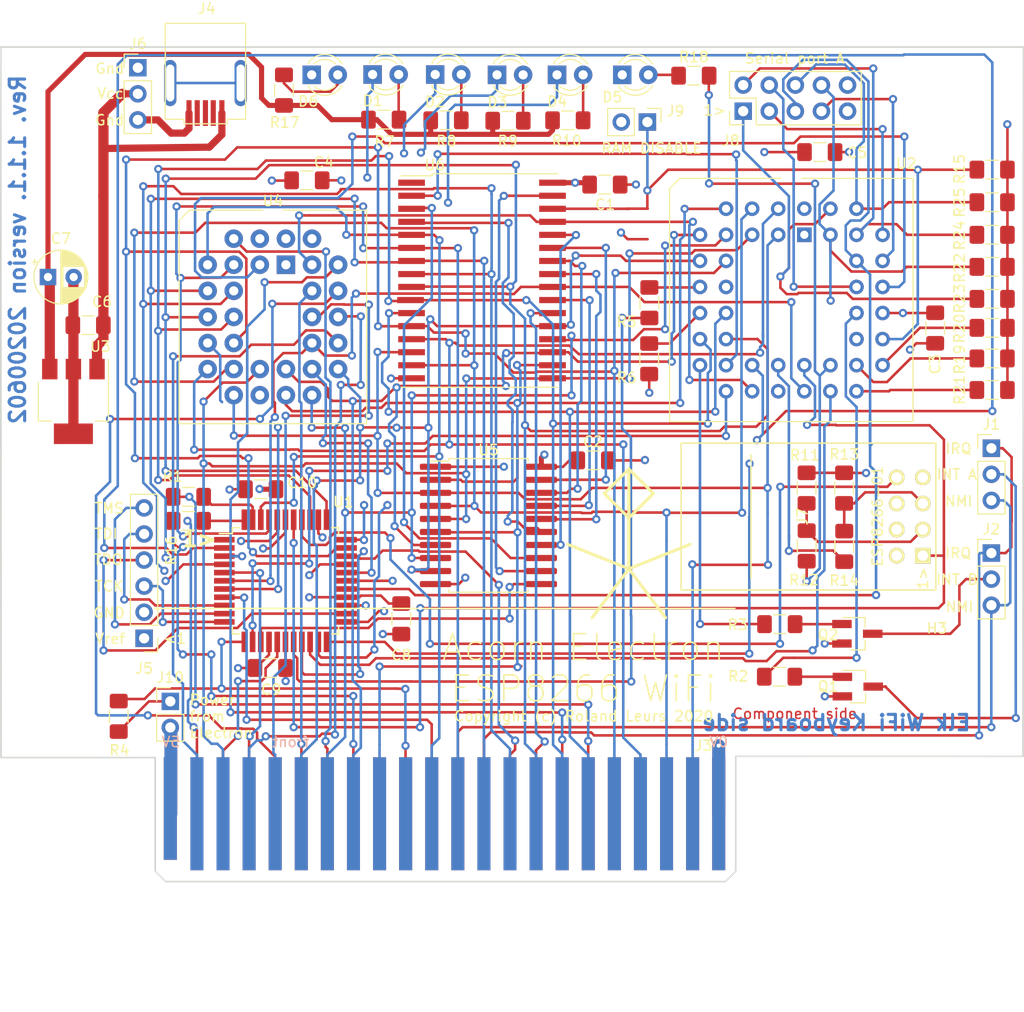
<source format=kicad_pcb>
(kicad_pcb (version 20171130) (host pcbnew "(5.1.2-1)-1")
  (layers (0 F.Cu signal) (1 In1.Cu signal) (2 In2.Cu signal) (31 B.Cu signal) (35 F.Paste user) (36 B.SilkS user) (37 F.SilkS user) (38 B.Mask user) (39 F.Mask user) (44 Edge.Cuts user))
  (net 0 "")
  (net 1 GND)
  (net 2 VCC)
  (net 3 "Net-(C10-Pad1)")
  (net 4 "Net-(D1-Pad2)")
  (net 5 "Net-(D1-Pad1)")
  (net 6 "Net-(D2-Pad2)")
  (net 7 "Net-(D2-Pad1)")
  (net 8 "Net-(D3-Pad2)")
  (net 9 "Net-(D3-Pad1)")
  (net 10 "Net-(D4-Pad2)")
  (net 11 "Net-(D4-Pad1)")
  (net 12 "Net-(D5-Pad2)")
  (net 13 /NMI)
  (net 14 "Net-(J1-Pad2)")
  (net 15 /IRQ)
  (net 16 "Net-(J2-Pad2)")
  (net 17 "Net-(J4-Pad6)")
  (net 18 "Net-(J5-Pad6)")
  (net 19 "Net-(J5-Pad5)")
  (net 20 "Net-(J5-Pad4)")
  (net 21 "Net-(J5-Pad3)")
  (net 22 "Net-(J7-Pad8)")
  (net 23 "Net-(J7-Pad5)")
  (net 24 "Net-(J7-Pad3)")
  (net 25 "Net-(J7-Pad1)")
  (net 26 /RI_A)
  (net 27 /DTR_A)
  (net 28 /CTS_A)
  (net 29 /TX_A)
  (net 30 /RTS_A)
  (net 31 /RX_A)
  (net 32 /DSR_A)
  (net 33 /CD_A)
  (net 34 "Net-(J9-Pad1)")
  (net 35 /16MHz)
  (net 36 "Net-(R2-Pad2)")
  (net 37 "Net-(R3-Pad2)")
  (net 38 /MADET)
  (net 39 /CLK_UART)
  (net 40 "Net-(R5-Pad1)")
  (net 41 "Net-(R6-Pad2)")
  (net 42 "Net-(R12-Pad1)")
  (net 43 "Net-(R14-Pad1)")
  (net 44 /A0)
  (net 45 /A1)
  (net 46 /A2)
  (net 47 /A3)
  (net 48 /nPREG)
  (net 49 /CS_UART)
  (net 50 /nIOW)
  (net 51 /nIOR)
  (net 52 /RESET_UART)
  (net 53 /ROMQA)
  (net 54 /A6)
  (net 55 /A7)
  (net 56 /A5)
  (net 57 /A4)
  (net 58 /nCSROM)
  (net 59 "Net-(U2-Pad35)")
  (net 60 "Net-(U2-Pad19)")
  (net 61 /D7)
  (net 62 /D5)
  (net 63 /D6)
  (net 64 /D4)
  (net 65 /D2)
  (net 66 /D0)
  (net 67 /D3)
  (net 68 /D1)
  (net 69 "Net-(U5-Pad19)")
  (net 70 "Net-(U5-Pad18)")
  (net 71 "Net-(U5-Pad17)")
  (net 72 "Net-(U5-Pad16)")
  (net 73 "Net-(U5-Pad15)")
  (net 74 "Net-(U5-Pad14)")
  (net 75 "Net-(U5-Pad13)")
  (net 76 "Net-(U5-Pad12)")
  (net 77 /nROMOE)
  (net 78 /nPGFD)
  (net 79 /nPGFC)
  (net 80 /MRnW)
  (net 81 /PH12)
  (net 82 /A12)
  (net 83 /A13)
  (net 84 /A9)
  (net 85 /A8)
  (net 86 /A11)
  (net 87 /ERnW)
  (net 88 /nRST)
  (net 89 /A10)
  (net 90 "Net-(Q1-Pad1)")
  (net 91 "Net-(Q2-Pad1)")
  (net 92 "Net-(J10-Pad2)")
  (net 93 "Net-(D6-Pad2)")
  (net 94 "Net-(J3-Pada17)")
  (net 95 "Net-(J3-Pada8)")
  (net 96 "Net-(R19-Pad2)")
  (net 97 "Net-(R20-Pad2)")
  (net 98 "Net-(R21-Pad2)")
  (net 99 "Net-(U1-Pad20)")
  (module Capacitor_THT:CP_Radial_D5.0mm_P2.50mm (layer F.Cu) (at 74.4474 49.5808)
    (fp_text reference C7 (at 1.25 -3.75) (layer F.SilkS))
    (fp_text value 33µF)
    (pad 2 thru_hole circle (at 2.5 0) (size 1.6 1.6) (drill 0.8) (layers *.Cu *.Mask) (net 1 GND))
    (pad 1 thru_hole rect (at 0 0) (size 1.6 1.6) (drill 0.8) (layers *.Cu *.Mask) (net 3 "Net-(C10-Pad1)"))
  )
  (module myelin-kicad:ESP8266-ESP-01 (layer F.Cu) (at 160.88868 72.9107 90)
    (fp_text reference J7 (at 0 -13 270) (layer F.SilkS))
    (fp_text value ESP8266-01 (at 0.03302 -5.66928 90) (layer F.SilkS))
    (pad 8 thru_hole circle (at 3.81 -3.81 90) (size 1.524 1.524) (drill 1.016) (layers *.Cu *.Mask F.SilkS) (net 22 "Net-(J7-Pad8)"))
    (pad 7 thru_hole circle (at 3.81 -1.27 90) (size 1.524 1.524) (drill 1.016) (layers *.Cu *.Mask F.SilkS) (net 3 "Net-(C10-Pad1)"))
    (pad 6 thru_hole circle (at 1.27 -3.81 90) (size 1.524 1.524) (drill 1.016) (layers *.Cu *.Mask F.SilkS))
    (pad 5 thru_hole circle (at 1.27 -1.27 90) (size 1.524 1.524) (drill 1.016) (layers *.Cu *.Mask F.SilkS) (net 23 "Net-(J7-Pad5)"))
    (pad 4 thru_hole circle (at -1.27 -3.81 90) (size 1.524 1.524) (drill 1.016) (layers *.Cu *.Mask F.SilkS))
    (pad 3 thru_hole circle (at -1.27 -1.27 90) (size 1.524 1.524) (drill 1.016) (layers *.Cu *.Mask F.SilkS) (net 24 "Net-(J7-Pad3)"))
    (pad 2 thru_hole circle (at -3.81 -3.81 90) (size 1.524 1.524) (drill 1.016) (layers *.Cu *.Mask F.SilkS) (net 1 GND))
    (pad 1 thru_hole rect (at -3.81 -1.27 90) (size 1.524 1.524) (drill 1.016) (layers *.Cu *.Mask F.SilkS) (net 25 "Net-(J7-Pad1)"))
  )
  (module Resistor_SMD:R_1206_3216Metric_Pad1.42x1.75mm_HandSolder (layer F.Cu) (at 166.37 48.5902 180)
    (fp_text reference R22 (at 3.175 -0.1016 90) (layer F.SilkS))
    (fp_text value 4.7kΩ hide)
    (pad 2 smd roundrect (at 1.4875 0 180) (size 1.425 1.75) (layers F.Cu F.Paste F.Mask) (roundrect_rratio 0.175439) (net 26 /RI_A))
    (pad 1 smd roundrect (at -1.4875 0 180) (size 1.425 1.75) (layers F.Cu F.Paste F.Mask) (roundrect_rratio 0.175439) (net 2 VCC))
  )
  (module Package_LCC:PLCC-44_THT-Socket (layer F.Cu) (at 148.082 45.466)
    (fp_text reference U2 (at 9.92378 -6.92912) (layer F.SilkS))
    (fp_text value ST16C2552)
    (pad 39 thru_hole circle (at 7.62 0) (size 1.4224 1.4224) (drill 0.8) (layers *.Cu *.Mask) (net 31 /RX_A))
    (pad 37 thru_hole circle (at 7.62 2.54) (size 1.4224 1.4224) (drill 0.8) (layers *.Cu *.Mask) (net 27 /DTR_A))
    (pad 35 thru_hole circle (at 7.62 5.08) (size 1.4224 1.4224) (drill 0.8) (layers *.Cu *.Mask) (net 59 "Net-(U2-Pad35)"))
    (pad 33 thru_hole circle (at 7.62 7.62) (size 1.4224 1.4224) (drill 0.8) (layers *.Cu *.Mask) (net 2 VCC))
    (pad 31 thru_hole circle (at 7.62 10.16) (size 1.4224 1.4224) (drill 0.8) (layers *.Cu *.Mask) (net 34 "Net-(J9-Pad1)"))
    (pad 40 thru_hole circle (at 5.08 -2.54) (size 1.4224 1.4224) (drill 0.8) (layers *.Cu *.Mask) (net 28 /CTS_A))
    (pad 38 thru_hole circle (at 5.08 2.54) (size 1.4224 1.4224) (drill 0.8) (layers *.Cu *.Mask) (net 29 /TX_A))
    (pad 36 thru_hole circle (at 5.08 5.08) (size 1.4224 1.4224) (drill 0.8) (layers *.Cu *.Mask) (net 30 /RTS_A))
    (pad 34 thru_hole circle (at 5.08 7.62) (size 1.4224 1.4224) (drill 0.8) (layers *.Cu *.Mask) (net 36 "Net-(R2-Pad2)"))
    (pad 32 thru_hole circle (at 5.08 10.16) (size 1.4224 1.4224) (drill 0.8) (layers *.Cu *.Mask))
    (pad 30 thru_hole circle (at 5.08 12.7) (size 1.4224 1.4224) (drill 0.8) (layers *.Cu *.Mask) (net 96 "Net-(R19-Pad2)"))
    (pad 28 thru_hole circle (at 5.08 15.24) (size 1.4224 1.4224) (drill 0.8) (layers *.Cu *.Mask) (net 98 "Net-(R21-Pad2)"))
    (pad 26 thru_hole circle (at 2.54 15.24) (size 1.4224 1.4224) (drill 0.8) (layers *.Cu *.Mask) (net 99 "Net-(U1-Pad20)"))
    (pad 24 thru_hole circle (at 0 15.24) (size 1.4224 1.4224) (drill 0.8) (layers *.Cu *.Mask) (net 51 /nIOR))
    (pad 22 thru_hole circle (at -2.54 15.24) (size 1.4224 1.4224) (drill 0.8) (layers *.Cu *.Mask) (net 1 GND))
    (pad 20 thru_hole circle (at -5.08 15.24) (size 1.4224 1.4224) (drill 0.8) (layers *.Cu *.Mask) (net 50 /nIOW))
    (pad 18 thru_hole circle (at -7.62 15.24) (size 1.4224 1.4224) (drill 0.8) (layers *.Cu *.Mask) (net 49 /CS_UART))
    (pad 29 thru_hole circle (at 7.62 12.7) (size 1.4224 1.4224) (drill 0.8) (layers *.Cu *.Mask) (net 97 "Net-(R20-Pad2)"))
    (pad 27 thru_hole circle (at 2.54 12.7) (size 1.4224 1.4224) (drill 0.8) (layers *.Cu *.Mask) (net 42 "Net-(R12-Pad1)"))
    (pad 25 thru_hole circle (at 0 12.7) (size 1.4224 1.4224) (drill 0.8) (layers *.Cu *.Mask) (net 25 "Net-(J7-Pad1)"))
    (pad 23 thru_hole circle (at -2.54 12.7) (size 1.4224 1.4224) (drill 0.8) (layers *.Cu *.Mask) (net 43 "Net-(R14-Pad1)"))
    (pad 21 thru_hole circle (at -5.08 12.7) (size 1.4224 1.4224) (drill 0.8) (layers *.Cu *.Mask) (net 52 /RESET_UART))
    (pad 19 thru_hole circle (at -7.62 12.7) (size 1.4224 1.4224) (drill 0.8) (layers *.Cu *.Mask) (net 60 "Net-(U2-Pad19)"))
    (pad 17 thru_hole circle (at -10.16 12.7) (size 1.4224 1.4224) (drill 0.8) (layers *.Cu *.Mask) (net 37 "Net-(R3-Pad2)"))
    (pad 15 thru_hole circle (at -10.16 10.16) (size 1.4224 1.4224) (drill 0.8) (layers *.Cu *.Mask) (net 46 /A2))
    (pad 13 thru_hole circle (at -10.16 7.62) (size 1.4224 1.4224) (drill 0.8) (layers *.Cu *.Mask) (net 41 "Net-(R6-Pad2)"))
    (pad 11 thru_hole circle (at -10.16 5.08) (size 1.4224 1.4224) (drill 0.8) (layers *.Cu *.Mask) (net 40 "Net-(R5-Pad1)"))
    (pad 9 thru_hole circle (at -10.16 2.54) (size 1.4224 1.4224) (drill 0.8) (layers *.Cu *.Mask) (net 61 /D7))
    (pad 7 thru_hole circle (at -10.16 0) (size 1.4224 1.4224) (drill 0.8) (layers *.Cu *.Mask) (net 62 /D5))
    (pad 16 thru_hole circle (at -7.62 10.16) (size 1.4224 1.4224) (drill 0.8) (layers *.Cu *.Mask) (net 47 /A3))
    (pad 14 thru_hole circle (at -7.62 7.62) (size 1.4224 1.4224) (drill 0.8) (layers *.Cu *.Mask) (net 45 /A1))
    (pad 12 thru_hole circle (at -7.62 5.08) (size 1.4224 1.4224) (drill 0.8) (layers *.Cu *.Mask) (net 1 GND))
    (pad 10 thru_hole circle (at -7.62 2.54) (size 1.4224 1.4224) (drill 0.8) (layers *.Cu *.Mask) (net 44 /A0))
    (pad 8 thru_hole circle (at -7.62 0) (size 1.4224 1.4224) (drill 0.8) (layers *.Cu *.Mask) (net 63 /D6))
    (pad 42 thru_hole circle (at 2.54 -2.54) (size 1.4224 1.4224) (drill 0.8) (layers *.Cu *.Mask) (net 33 /CD_A))
    (pad 44 thru_hole circle (at 0 -2.54) (size 1.4224 1.4224) (drill 0.8) (layers *.Cu *.Mask) (net 2 VCC))
    (pad 6 thru_hole circle (at -7.62 -2.54) (size 1.4224 1.4224) (drill 0.8) (layers *.Cu *.Mask) (net 64 /D4))
    (pad 4 thru_hole circle (at -5.08 -2.54) (size 1.4224 1.4224) (drill 0.8) (layers *.Cu *.Mask) (net 65 /D2))
    (pad 2 thru_hole circle (at -2.54 -2.54) (size 1.4224 1.4224) (drill 0.8) (layers *.Cu *.Mask) (net 66 /D0))
    (pad 41 thru_hole circle (at 5.08 0) (size 1.4224 1.4224) (drill 0.8) (layers *.Cu *.Mask) (net 32 /DSR_A))
    (pad 43 thru_hole circle (at 2.54 0) (size 1.4224 1.4224) (drill 0.8) (layers *.Cu *.Mask) (net 26 /RI_A))
    (pad 5 thru_hole circle (at -5.08 0) (size 1.4224 1.4224) (drill 0.8) (layers *.Cu *.Mask) (net 67 /D3))
    (pad 3 thru_hole circle (at -2.54 0) (size 1.4224 1.4224) (drill 0.8) (layers *.Cu *.Mask) (net 68 /D1))
    (pad 1 thru_hole rect (at 0 0) (size 1.4224 1.4224) (drill 0.8) (layers *.Cu *.Mask))
  )
  (module myelin-kicad:acorn_electron_cartridge_edge_connector (layer F.Cu) (at 113.07826 101.86162)
    (fp_text reference J3 (at 25.19172 -6.63194) (layer F.SilkS))
    (fp_text value "A = Far side  |  B = near side" hide)
    (fp_line (start 28.321 5.588) (end 28.321 -5.588) (layer Edge.Cuts) (width 0.15))
    (fp_line (start 27.322 6.604) (end 28.322 5.604) (layer Edge.Cuts) (width 0.15))
    (fp_line (start -27.178 6.604) (end 27.322 6.604) (layer Edge.Cuts) (width 0.15))
    (fp_line (start -28.178 5.604) (end -27.178 6.604) (layer Edge.Cuts) (width 0.15))
    (fp_line (start -28.194 -5.461) (end -28.194 5.588) (layer Edge.Cuts) (width 0.15))
    (fp_text user 0V (at 26.67 -7) (layer B.SilkS) (effects (justify mirror)))
    (fp_text user 5V (at -26.67 -7) (layer B.SilkS) (effects (justify mirror)))
    (fp_text user front (at -15 -7) (layer B.SilkS) (effects (justify mirror)))
    (pad b22 smd rect (at 26.67 0) (size 1.27 11) (layers B.Cu B.Mask) (net 1 GND))
    (pad a22 smd rect (at 26.67 0) (size 1.27 11) (layers F.Cu F.Mask) (net 1 GND))
    (pad b21 smd rect (at 24.13 0) (size 1.27 11) (layers B.Cu B.Mask) (net 68 /D1))
    (pad a21 smd rect (at 24.13 0) (size 1.27 11) (layers F.Cu F.Mask))
    (pad b20 smd rect (at 21.59 0) (size 1.27 11) (layers B.Cu B.Mask) (net 65 /D2))
    (pad a20 smd rect (at 21.59 0) (size 1.27 11) (layers F.Cu F.Mask))
    (pad b19 smd rect (at 19.05 0) (size 1.27 11) (layers B.Cu B.Mask) (net 66 /D0))
    (pad a19 smd rect (at 19.05 0) (size 1.27 11) (layers F.Cu F.Mask))
    (pad b18 smd rect (at 16.51 0) (size 1.27 11) (layers B.Cu B.Mask) (net 44 /A0))
    (pad a18 smd rect (at 16.51 0) (size 1.27 11) (layers F.Cu F.Mask))
    (pad b17 smd rect (at 13.97 0) (size 1.27 11) (layers B.Cu B.Mask) (net 45 /A1))
    (pad a17 smd rect (at 13.97 0) (size 1.27 11) (layers F.Cu F.Mask) (net 94 "Net-(J3-Pada17)"))
    (pad b16 smd rect (at 11.43 0) (size 1.27 11) (layers B.Cu B.Mask) (net 46 /A2))
    (pad a16 smd rect (at 11.43 0) (size 1.27 11) (layers F.Cu F.Mask) (net 53 /ROMQA))
    (pad b15 smd rect (at 8.89 0) (size 1.27 11) (layers B.Cu B.Mask) (net 47 /A3))
    (pad a15 smd rect (at 8.89 0) (size 1.27 11) (layers F.Cu F.Mask) (net 78 /nPGFD))
    (pad b14 smd rect (at 6.35 0) (size 1.27 11) (layers B.Cu B.Mask) (net 57 /A4))
    (pad a14 smd rect (at 6.35 0) (size 1.27 11) (layers F.Cu F.Mask) (net 79 /nPGFC))
    (pad b13 smd rect (at 3.81 0) (size 1.27 11) (layers B.Cu B.Mask) (net 56 /A5))
    (pad a13 smd rect (at 3.81 0) (size 1.27 11) (layers F.Cu F.Mask) (net 15 /IRQ))
    (pad b12 smd rect (at 1.27 0) (size 1.27 11) (layers B.Cu B.Mask) (net 54 /A6))
    (pad a12 smd rect (at 1.27 0) (size 1.27 11) (layers F.Cu F.Mask) (net 13 /NMI))
    (pad b11 smd rect (at -1.27 0) (size 1.27 11) (layers B.Cu B.Mask) (net 55 /A7))
    (pad a11 smd rect (at -1.27 0) (size 1.27 11) (layers F.Cu F.Mask) (net 80 /MRnW))
    (pad b10 smd rect (at -3.81 0) (size 1.27 11) (layers B.Cu B.Mask))
    (pad a10 smd rect (at -3.81 0) (size 1.27 11) (layers F.Cu F.Mask) (net 38 /MADET))
    (pad b9 smd rect (at -6.35 0) (size 1.27 11) (layers B.Cu B.Mask) (net 64 /D4))
    (pad a9 smd rect (at -6.35 0) (size 1.27 11) (layers F.Cu F.Mask))
    (pad b8 smd rect (at -8.89 0) (size 1.27 11) (layers B.Cu B.Mask) (net 62 /D5))
    (pad a8 smd rect (at -8.89 0) (size 1.27 11) (layers F.Cu F.Mask) (net 95 "Net-(J3-Pada8)"))
    (pad b7 smd rect (at -11.43 0) (size 1.27 11) (layers B.Cu B.Mask) (net 63 /D6))
    (pad a7 smd rect (at -11.43 0) (size 1.27 11) (layers F.Cu F.Mask) (net 82 /A12))
    (pad b6 smd rect (at -13.97 0) (size 1.27 11) (layers B.Cu B.Mask) (net 61 /D7))
    (pad a6 smd rect (at -13.97 0) (size 1.27 11) (layers F.Cu F.Mask) (net 83 /A13))
    (pad b5 smd rect (at -16.51 0) (size 1.27 11) (layers B.Cu B.Mask) (net 84 /A9))
    (pad a5 smd rect (at -16.51 0) (size 1.27 11) (layers F.Cu F.Mask) (net 85 /A8))
    (pad b4 smd rect (at -19.05 0) (size 1.27 11) (layers B.Cu B.Mask) (net 86 /A11))
    (pad a4 smd rect (at -19.05 0) (size 1.27 11) (layers F.Cu F.Mask) (net 87 /ERnW))
    (pad b3 smd rect (at -21.59 0) (size 1.27 11) (layers B.Cu B.Mask) (net 67 /D3))
    (pad a3 smd rect (at -21.59 0) (size 1.27 11) (layers F.Cu F.Mask) (net 88 /nRST))
    (pad b2 smd rect (at -24.13 0) (size 1.27 11) (layers B.Cu B.Mask) (net 89 /A10))
    (pad a2 smd rect (at -24.13 0) (size 1.27 11) (layers F.Cu F.Mask) (net 77 /nROMOE))
    (pad b1 smd rect (at -26.7208 -0.516) (size 1.27 10) (layers B.Cu B.Mask) (net 92 "Net-(J10-Pad2)"))
    (pad a1 smd rect (at -26.7208 -0.516) (size 1.27 10) (layers F.Cu F.Mask) (net 92 "Net-(J10-Pad2)"))
  )
  (module Connector_USB:USB_Mini-B_HX-series_Horizontal (layer F.Cu) (at 89.7763 30.8102 180)
    (fp_text reference J4 (at -0.127 7.366) (layer F.SilkS))
    (fp_text value USB_B_Micro)
    (pad 6 thru_hole oval (at 3.429 0.127 180) (size 1.2 4.5) (drill oval 0.8 3.6) (layers *.Cu *.Mask) (net 17 "Net-(J4-Pad6)"))
    (pad 6 thru_hole oval (at -3.429 0.127 180) (size 1.2 4.5) (drill oval 0.8 3.6) (layers *.Cu *.Mask) (net 17 "Net-(J4-Pad6)"))
    (pad 5 smd rect (at 1.6 -2.794 180) (size 0.5 2.5) (layers F.Cu F.Paste F.Mask) (net 1 GND))
    (pad 1 smd rect (at -1.6 -2.794 180) (size 0.5 2.5) (layers F.Cu F.Paste F.Mask) (net 2 VCC))
    (pad 3 smd rect (at 0 -2.794 180) (size 0.5 2.5) (layers F.Cu F.Paste F.Mask))
    (pad 2 smd rect (at -0.762 -2.794 180) (size 0.5 2.5) (layers F.Cu F.Paste F.Mask))
    (pad 4 smd rect (at 0.8 -2.794 180) (size 0.5 2.5) (layers F.Cu F.Paste F.Mask))
  )
  (module Connector_PinHeader_2.54mm:PinHeader_1x02_P2.54mm_Vertical (layer F.Cu) (at 86.35746 90.91422)
    (fp_text reference J10 (at 0 -2.33) (layer F.SilkS))
    (fp_text value Conn_01x02)
    (pad 2 thru_hole oval (at 0 2.54) (size 1.7 1.7) (drill 1) (layers *.Cu *.Mask) (net 92 "Net-(J10-Pad2)"))
    (pad 1 thru_hole rect (at 0 0) (size 1.7 1.7) (drill 1) (layers *.Cu *.Mask) (net 2 VCC))
  )
  (module Connector_PinHeader_2.54mm:PinHeader_1x03_P2.54mm_Vertical (layer F.Cu) (at 83.19516 29.19476)
    (fp_text reference J6 (at 0 -2.33) (layer F.SilkS))
    (fp_text value Conn_01x03)
    (pad 3 thru_hole oval (at 0 5.08) (size 1.7 1.7) (drill 1) (layers *.Cu *.Mask) (net 1 GND))
    (pad 2 thru_hole oval (at 0 2.54) (size 1.7 1.7) (drill 1) (layers *.Cu *.Mask) (net 2 VCC))
    (pad 1 thru_hole rect (at 0 0) (size 1.7 1.7) (drill 1) (layers *.Cu *.Mask) (net 1 GND))
  )
  (module Resistor_SMD:R_1206_3216Metric_Pad1.42x1.75mm_HandSolder (layer F.Cu) (at 137.32764 29.96692)
    (fp_text reference R18 (at 0 -1.82) (layer F.SilkS))
    (fp_text value 3.3kΩ)
    (pad 2 smd roundrect (at 1.4875 0) (size 1.425 1.75) (layers F.Cu F.Paste F.Mask) (roundrect_rratio 0.175439) (net 42 "Net-(R12-Pad1)"))
    (pad 1 smd roundrect (at -1.4875 0) (size 1.425 1.75) (layers F.Cu F.Paste F.Mask) (roundrect_rratio 0.175439) (net 12 "Net-(D5-Pad2)"))
  )
  (module Resistor_SMD:R_1206_3216Metric_Pad1.42x1.75mm_HandSolder (layer F.Cu) (at 97.4217 31.37662 270)
    (fp_text reference R17 (at 3.14706 -0.0635 180) (layer F.SilkS))
    (fp_text value 3.3kΩ)
    (pad 2 smd roundrect (at 1.4875 0 270) (size 1.425 1.75) (layers F.Cu F.Paste F.Mask) (roundrect_rratio 0.175439) (net 3 "Net-(C10-Pad1)"))
    (pad 1 smd roundrect (at -1.4875 0 270) (size 1.425 1.75) (layers F.Cu F.Paste F.Mask) (roundrect_rratio 0.175439) (net 93 "Net-(D6-Pad2)"))
  )
  (module LED_THT:LED_D3.0mm (layer F.Cu) (at 100.12172 29.88564)
    (fp_text reference D6 (at -0.34544 2.57302) (layer F.SilkS))
    (fp_text value LED)
    (pad 2 thru_hole circle (at 2.54 0) (size 1.8 1.8) (drill 0.9) (layers *.Cu *.Mask) (net 93 "Net-(D6-Pad2)"))
    (pad 1 thru_hole rect (at 0 0) (size 1.8 1.8) (drill 0.9) (layers *.Cu *.Mask) (net 1 GND))
  )
  (module Capacitor_SMD:C_1206_3216Metric_Pad1.42x1.75mm_HandSolder (layer F.Cu) (at 78.35138 54.26964 180)
    (fp_text reference C6 (at -1.36398 2.286) (layer F.SilkS))
    (fp_text value 47nF)
    (pad 2 smd roundrect (at 1.4875 0 180) (size 1.425 1.75) (layers F.Cu F.Paste F.Mask) (roundrect_rratio 0.175439) (net 1 GND))
    (pad 1 smd roundrect (at -1.4875 0 180) (size 1.425 1.75) (layers F.Cu F.Paste F.Mask) (roundrect_rratio 0.175439) (net 2 VCC))
  )
  (module Package_TO_SOT_SMD:SOT-23 (layer F.Cu) (at 153.24328 84.328)
    (fp_text reference Q2 (at -2.85242 0.12446) (layer F.SilkS))
    (fp_text value BC850)
    (pad 3 smd rect (at 1.5 0) (size 1.9 0.8) (layers F.Cu F.Paste F.Mask) (net 16 "Net-(J2-Pad2)"))
    (pad 2 smd rect (at -1.5 0.95) (size 1.9 0.8) (layers F.Cu F.Paste F.Mask) (net 1 GND))
    (pad 1 smd rect (at -1.5 -0.95) (size 1.9 0.8) (layers F.Cu F.Paste F.Mask) (net 91 "Net-(Q2-Pad1)"))
  )
  (module Package_TO_SOT_SMD:SOT-23 (layer F.Cu) (at 153.289 89.47658)
    (fp_text reference Q1 (at -2.89814 0) (layer F.SilkS))
    (fp_text value BC850)
    (pad 3 smd rect (at 1.5 0) (size 1.9 0.8) (layers F.Cu F.Paste F.Mask) (net 14 "Net-(J1-Pad2)"))
    (pad 2 smd rect (at -1.5 0.95) (size 1.9 0.8) (layers F.Cu F.Paste F.Mask) (net 1 GND))
    (pad 1 smd rect (at -1.5 -0.95) (size 1.9 0.8) (layers F.Cu F.Paste F.Mask) (net 90 "Net-(Q1-Pad1)"))
  )
  (module Resistor_SMD:R_1206_3216Metric_Pad1.42x1.75mm_HandSolder (layer F.Cu) (at 88.11514 73.33234)
    (fp_text reference R16 (at -1.64846 2.88544 270) (layer F.SilkS))
    (fp_text value 180Ω)
    (pad 2 smd roundrect (at 1.4875 0) (size 1.425 1.75) (layers F.Cu F.Paste F.Mask) (roundrect_rratio 0.175439) (net 81 /PH12))
    (pad 1 smd roundrect (at -1.4875 0) (size 1.425 1.75) (layers F.Cu F.Paste F.Mask) (roundrect_rratio 0.175439) (net 95 "Net-(J3-Pada8)"))
  )
  (module Package_LCC:PLCC-32_THT-Socket (layer F.Cu) (at 97.6122 48.387)
    (fp_text reference U4 (at -1.27 -6.22) (layer F.SilkS))
    (fp_text value SST39SF010)
    (pad 29 thru_hole circle (at 5.08 0) (size 1.8 1.8) (drill 0.9) (layers *.Cu *.Mask) (net 53 /ROMQA))
    (pad 27 thru_hole circle (at 5.08 2.54) (size 1.8 1.8) (drill 0.9) (layers *.Cu *.Mask) (net 85 /A8))
    (pad 25 thru_hole circle (at 5.08 5.08) (size 1.8 1.8) (drill 0.9) (layers *.Cu *.Mask) (net 86 /A11))
    (pad 23 thru_hole circle (at 5.08 7.62) (size 1.8 1.8) (drill 0.9) (layers *.Cu *.Mask) (net 89 /A10))
    (pad 21 thru_hole circle (at 5.08 10.16) (size 1.8 1.8) (drill 0.9) (layers *.Cu *.Mask) (net 61 /D7))
    (pad 28 thru_hole circle (at 2.54 2.54) (size 1.8 1.8) (drill 0.9) (layers *.Cu *.Mask) (net 83 /A13))
    (pad 26 thru_hole circle (at 2.54 5.08) (size 1.8 1.8) (drill 0.9) (layers *.Cu *.Mask) (net 84 /A9))
    (pad 24 thru_hole circle (at 2.54 7.62) (size 1.8 1.8) (drill 0.9) (layers *.Cu *.Mask) (net 51 /nIOR))
    (pad 20 thru_hole circle (at 2.54 12.7) (size 1.8 1.8) (drill 0.9) (layers *.Cu *.Mask) (net 63 /D6))
    (pad 18 thru_hole circle (at 0 12.7) (size 1.8 1.8) (drill 0.9) (layers *.Cu *.Mask) (net 64 /D4))
    (pad 16 thru_hole circle (at -2.54 12.7) (size 1.8 1.8) (drill 0.9) (layers *.Cu *.Mask) (net 1 GND))
    (pad 14 thru_hole circle (at -5.08 12.7) (size 1.8 1.8) (drill 0.9) (layers *.Cu *.Mask) (net 68 /D1))
    (pad 22 thru_hole circle (at 2.54 10.16) (size 1.8 1.8) (drill 0.9) (layers *.Cu *.Mask) (net 58 /nCSROM))
    (pad 19 thru_hole circle (at 0 10.16) (size 1.8 1.8) (drill 0.9) (layers *.Cu *.Mask) (net 62 /D5))
    (pad 17 thru_hole circle (at -2.54 10.16) (size 1.8 1.8) (drill 0.9) (layers *.Cu *.Mask) (net 67 /D3))
    (pad 15 thru_hole circle (at -5.08 10.16) (size 1.8 1.8) (drill 0.9) (layers *.Cu *.Mask) (net 65 /D2))
    (pad 13 thru_hole circle (at -7.62 10.16) (size 1.8 1.8) (drill 0.9) (layers *.Cu *.Mask) (net 66 /D0))
    (pad 11 thru_hole circle (at -7.62 7.62) (size 1.8 1.8) (drill 0.9) (layers *.Cu *.Mask) (net 45 /A1))
    (pad 9 thru_hole circle (at -7.62 5.08) (size 1.8 1.8) (drill 0.9) (layers *.Cu *.Mask) (net 47 /A3))
    (pad 7 thru_hole circle (at -7.62 2.54) (size 1.8 1.8) (drill 0.9) (layers *.Cu *.Mask) (net 56 /A5))
    (pad 5 thru_hole circle (at -7.62 0) (size 1.8 1.8) (drill 0.9) (layers *.Cu *.Mask) (net 55 /A7))
    (pad 12 thru_hole circle (at -5.08 7.62) (size 1.8 1.8) (drill 0.9) (layers *.Cu *.Mask) (net 44 /A0))
    (pad 10 thru_hole circle (at -5.08 5.08) (size 1.8 1.8) (drill 0.9) (layers *.Cu *.Mask) (net 46 /A2))
    (pad 8 thru_hole circle (at -5.08 2.54) (size 1.8 1.8) (drill 0.9) (layers *.Cu *.Mask) (net 57 /A4))
    (pad 6 thru_hole circle (at -5.08 0) (size 1.8 1.8) (drill 0.9) (layers *.Cu *.Mask) (net 54 /A6))
    (pad 30 thru_hole circle (at 2.54 -2.54) (size 1.8 1.8) (drill 0.9) (layers *.Cu *.Mask))
    (pad 32 thru_hole circle (at 0 -2.54) (size 1.8 1.8) (drill 0.9) (layers *.Cu *.Mask) (net 2 VCC))
    (pad 4 thru_hole circle (at -5.08 -2.54) (size 1.8 1.8) (drill 0.9) (layers *.Cu *.Mask) (net 82 /A12))
    (pad 2 thru_hole circle (at -2.54 -2.54) (size 1.8 1.8) (drill 0.9) (layers *.Cu *.Mask) (net 1 GND))
    (pad 29 thru_hole circle (at 5.08 0) (size 1.8 1.8) (drill 0.9) (layers *.Cu *.Mask) (net 53 /ROMQA))
    (pad 31 thru_hole circle (at 2.54 0) (size 1.8 1.8) (drill 0.9) (layers *.Cu *.Mask) (net 50 /nIOW))
    (pad 3 thru_hole circle (at -2.54 0) (size 1.8 1.8) (drill 0.9) (layers *.Cu *.Mask) (net 59 "Net-(U2-Pad35)"))
    (pad 1 thru_hole rect (at 0 0) (size 1.8 1.8) (drill 0.9) (layers *.Cu *.Mask))
  )
  (module Package_SO:TSOP-II-32_21.0x10.2mm_P1.27mm (layer F.Cu) (at 116.45138 49.91862)
    (fp_text reference U6 (at -4.35 -11.25) (layer F.SilkS))
    (fp_text value IS62C1024AL)
    (pad 32 smd rect (at 7.112 -9.525) (size 2.6 0.6) (layers F.Cu F.Paste F.Mask) (net 2 VCC))
    (pad 31 smd rect (at 7.116 -8.255) (size 2.6 0.6) (layers F.Cu F.Paste F.Mask) (net 76 "Net-(U5-Pad12)"))
    (pad 30 smd rect (at 7.116 -6.985) (size 2.6 0.6) (layers F.Cu F.Paste F.Mask) (net 34 "Net-(J9-Pad1)"))
    (pad 29 smd rect (at 7.116 -5.715) (size 2.6 0.6) (layers F.Cu F.Paste F.Mask) (net 50 /nIOW))
    (pad 28 smd rect (at 7.116 -4.445) (size 2.6 0.6) (layers F.Cu F.Paste F.Mask) (net 74 "Net-(U5-Pad14)"))
    (pad 27 smd rect (at 7.116 -3.175) (size 2.6 0.6) (layers F.Cu F.Paste F.Mask) (net 69 "Net-(U5-Pad19)"))
    (pad 26 smd rect (at 7.116 -1.905) (size 2.6 0.6) (layers F.Cu F.Paste F.Mask) (net 70 "Net-(U5-Pad18)"))
    (pad 25 smd rect (at 7.116 -0.625) (size 2.6 0.6) (layers F.Cu F.Paste F.Mask) (net 72 "Net-(U5-Pad16)"))
    (pad 24 smd rect (at 7.116 0.625) (size 2.6 0.6) (layers F.Cu F.Paste F.Mask) (net 51 /nIOR))
    (pad 23 smd rect (at 7.116 1.905) (size 2.6 0.6) (layers F.Cu F.Paste F.Mask) (net 71 "Net-(U5-Pad17)"))
    (pad 22 smd rect (at 7.116 3.175) (size 2.6 0.6) (layers F.Cu F.Paste F.Mask) (net 78 /nPGFD))
    (pad 21 smd rect (at 7.116 4.445) (size 2.6 0.6) (layers F.Cu F.Paste F.Mask) (net 61 /D7))
    (pad 20 smd rect (at 7.116 5.715) (size 2.6 0.6) (layers F.Cu F.Paste F.Mask) (net 63 /D6))
    (pad 19 smd rect (at 7.116 6.985) (size 2.6 0.6) (layers F.Cu F.Paste F.Mask) (net 62 /D5))
    (pad 18 smd rect (at 7.116 8.255) (size 2.6 0.6) (layers F.Cu F.Paste F.Mask) (net 64 /D4))
    (pad 17 smd rect (at 7.116 9.525) (size 2.6 0.6) (layers F.Cu F.Paste F.Mask) (net 67 /D3))
    (pad 16 smd rect (at -6.608 9.525) (size 2.6 0.6) (layers F.Cu F.Paste F.Mask) (net 1 GND))
    (pad 15 smd rect (at -6.608 8.255) (size 2.6 0.6) (layers F.Cu F.Paste F.Mask) (net 65 /D2))
    (pad 14 smd rect (at -6.608 6.985) (size 2.6 0.6) (layers F.Cu F.Paste F.Mask) (net 68 /D1))
    (pad 13 smd rect (at -6.608 5.715) (size 2.6 0.6) (layers F.Cu F.Paste F.Mask) (net 66 /D0))
    (pad 12 smd rect (at -6.608 4.445) (size 2.6 0.6) (layers F.Cu F.Paste F.Mask) (net 44 /A0))
    (pad 11 smd rect (at -6.608 3.175) (size 2.6 0.6) (layers F.Cu F.Paste F.Mask) (net 45 /A1))
    (pad 10 smd rect (at -6.708 1.905) (size 2.6 0.6) (layers F.Cu F.Paste F.Mask) (net 46 /A2))
    (pad 9 smd rect (at -6.608 0.625) (size 2.6 0.6) (layers F.Cu F.Paste F.Mask) (net 47 /A3))
    (pad 8 smd rect (at -6.608 -0.625) (size 2.6 0.6) (layers F.Cu F.Paste F.Mask) (net 57 /A4))
    (pad 7 smd rect (at -6.608 -1.905) (size 2.6 0.6) (layers F.Cu F.Paste F.Mask) (net 56 /A5))
    (pad 6 smd rect (at -6.608 -3.175) (size 2.6 0.6) (layers F.Cu F.Paste F.Mask) (net 54 /A6))
    (pad 5 smd rect (at -6.608 -4.445) (size 2.6 0.6) (layers F.Cu F.Paste F.Mask) (net 55 /A7))
    (pad 4 smd rect (at -6.608 -5.715) (size 2.6 0.6) (layers F.Cu F.Paste F.Mask) (net 73 "Net-(U5-Pad15)"))
    (pad 3 smd rect (at -6.608 -6.985) (size 2.6 0.6) (layers F.Cu F.Paste F.Mask) (net 75 "Net-(U5-Pad13)"))
    (pad 2 smd rect (at -6.608 -8.255) (size 2.6 0.6) (layers F.Cu F.Paste F.Mask) (net 60 "Net-(U2-Pad19)"))
    (pad 1 smd rect (at -6.608 -9.525) (size 2.6 0.6) (layers F.Cu F.Paste F.Mask))
  )
  (module Package_SO:SOIC-20W_7.5x12.8mm_P1.27mm (layer F.Cu) (at 117.32768 73.77684)
    (fp_text reference U5 (at 0 -7.35 180) (layer F.SilkS))
    (fp_text value 74HCT574D)
    (pad 20 smd roundrect (at 5.15 -5.715) (size 3.05 0.6) (layers F.Cu F.Paste F.Mask) (net 2 VCC))
    (pad 19 smd roundrect (at 5.15 -4.445) (size 3.05 0.6) (layers F.Cu F.Paste F.Mask) (net 69 "Net-(U5-Pad19)"))
    (pad 18 smd roundrect (at 5.15 -3.175) (size 3.05 0.6) (layers F.Cu F.Paste F.Mask) (net 70 "Net-(U5-Pad18)"))
    (pad 17 smd roundrect (at 5.15 -1.905) (size 3.05 0.6) (layers F.Cu F.Paste F.Mask) (net 71 "Net-(U5-Pad17)"))
    (pad 16 smd roundrect (at 5.15 -0.635) (size 3.05 0.6) (layers F.Cu F.Paste F.Mask) (net 72 "Net-(U5-Pad16)"))
    (pad 15 smd roundrect (at 5.15 0.635) (size 3.05 0.6) (layers F.Cu F.Paste F.Mask) (net 73 "Net-(U5-Pad15)"))
    (pad 14 smd roundrect (at 5.15 1.905) (size 3.05 0.6) (layers F.Cu F.Paste F.Mask) (net 74 "Net-(U5-Pad14)"))
    (pad 13 smd roundrect (at 5.15 3.175) (size 3.05 0.6) (layers F.Cu F.Paste F.Mask) (net 75 "Net-(U5-Pad13)"))
    (pad 12 smd roundrect (at 5.15 4.445) (size 3.05 0.6) (layers F.Cu F.Paste F.Mask) (net 76 "Net-(U5-Pad12)"))
    (pad 11 smd roundrect (at 5.15 5.715) (size 3.05 0.6) (layers F.Cu F.Paste F.Mask) (net 48 /nPREG))
    (pad 10 smd roundrect (at -5.15 5.715) (size 3.05 0.6) (layers F.Cu F.Paste F.Mask) (net 1 GND))
    (pad 9 smd roundrect (at -5.15 4.445) (size 3.05 0.6) (layers F.Cu F.Paste F.Mask) (net 61 /D7))
    (pad 8 smd roundrect (at -5.15 3.175) (size 3.05 0.6) (layers F.Cu F.Paste F.Mask) (net 63 /D6))
    (pad 7 smd roundrect (at -5.15 1.905) (size 3.05 0.6) (layers F.Cu F.Paste F.Mask) (net 62 /D5))
    (pad 6 smd roundrect (at -5.15 0.635) (size 3.05 0.6) (layers F.Cu F.Paste F.Mask) (net 64 /D4))
    (pad 5 smd roundrect (at -5.15 -0.635) (size 3.05 0.6) (layers F.Cu F.Paste F.Mask) (net 67 /D3))
    (pad 4 smd roundrect (at -5.15 -1.905) (size 3.05 0.6) (layers F.Cu F.Paste F.Mask) (net 65 /D2))
    (pad 3 smd roundrect (at -5.15 -3.175) (size 3.05 0.6) (layers F.Cu F.Paste F.Mask) (net 68 /D1))
    (pad 2 smd roundrect (at -5.15 -4.445) (size 3.05 0.6) (layers F.Cu F.Paste F.Mask) (net 66 /D0))
    (pad 1 smd roundrect (at -5.15 -5.715) (size 3.05 0.6) (layers F.Cu F.Paste F.Mask) (net 1 GND))
  )
  (module Resistor_SMD:R_1206_3216Metric_Pad1.42x1.75mm_HandSolder (layer F.Cu) (at 151.9682 75.819 90)
    (fp_text reference R14 (at -3.32486 0 180) (layer F.SilkS))
    (fp_text value 1.8kΩ)
    (pad 2 smd roundrect (at 1.4875 0 90) (size 1.425 1.75) (layers F.Cu F.Paste F.Mask) (roundrect_rratio 0.175439) (net 23 "Net-(J7-Pad5)"))
    (pad 1 smd roundrect (at -1.4875 0 90) (size 1.425 1.75) (layers F.Cu F.Paste F.Mask) (roundrect_rratio 0.175439) (net 43 "Net-(R14-Pad1)"))
  )
  (module Resistor_SMD:R_1206_3216Metric_Pad1.42x1.75mm_HandSolder (layer F.Cu) (at 151.9555 70.13956 90)
    (fp_text reference R13 (at 3.28676 0.0127 180) (layer F.SilkS))
    (fp_text value 3.3kΩ)
    (pad 2 smd roundrect (at 1.4875 0 90) (size 1.425 1.75) (layers F.Cu F.Paste F.Mask) (roundrect_rratio 0.175439) (net 1 GND))
    (pad 1 smd roundrect (at -1.4875 0 90) (size 1.425 1.75) (layers F.Cu F.Paste F.Mask) (roundrect_rratio 0.175439) (net 23 "Net-(J7-Pad5)"))
  )
  (module Resistor_SMD:R_1206_3216Metric_Pad1.42x1.75mm_HandSolder (layer F.Cu) (at 148.3106 75.77328 90)
    (fp_text reference R12 (at -3.32232 -0.26416 180) (layer F.SilkS))
    (fp_text value 1.8kΩ)
    (pad 2 smd roundrect (at 1.4875 0 90) (size 1.425 1.75) (layers F.Cu F.Paste F.Mask) (roundrect_rratio 0.175439) (net 24 "Net-(J7-Pad3)"))
    (pad 1 smd roundrect (at -1.4875 0 90) (size 1.425 1.75) (layers F.Cu F.Paste F.Mask) (roundrect_rratio 0.175439) (net 42 "Net-(R12-Pad1)"))
  )
  (module Resistor_SMD:R_1206_3216Metric_Pad1.42x1.75mm_HandSolder (layer F.Cu) (at 148.30298 70.13862 90)
    (fp_text reference R11 (at 3.20802 -0.16764 180) (layer F.SilkS))
    (fp_text value 3.3kΩ)
    (pad 2 smd roundrect (at 1.4875 0 90) (size 1.425 1.75) (layers F.Cu F.Paste F.Mask) (roundrect_rratio 0.175439) (net 1 GND))
    (pad 1 smd roundrect (at -1.4875 0 90) (size 1.425 1.75) (layers F.Cu F.Paste F.Mask) (roundrect_rratio 0.175439) (net 24 "Net-(J7-Pad3)"))
  )
  (module Resistor_SMD:R_1206_3216Metric_Pad1.42x1.75mm_HandSolder (layer F.Cu) (at 125.0585 34.3154)
    (fp_text reference R10 (at -0.10828 1.97358) (layer F.SilkS))
    (fp_text value 3k3)
    (pad 2 smd roundrect (at 1.4875 0) (size 1.425 1.75) (layers F.Cu F.Paste F.Mask) (roundrect_rratio 0.175439) (net 10 "Net-(D4-Pad2)"))
    (pad 1 smd roundrect (at -1.4875 0) (size 1.425 1.75) (layers F.Cu F.Paste F.Mask) (roundrect_rratio 0.175439) (net 3 "Net-(C10-Pad1)"))
  )
  (module Resistor_SMD:R_1206_3216Metric_Pad1.42x1.75mm_HandSolder (layer F.Cu) (at 119.23268 34.35604)
    (fp_text reference R9 (at -0.02286 1.9812) (layer F.SilkS))
    (fp_text value 3k3)
    (pad 2 smd roundrect (at 1.4875 0) (size 1.425 1.75) (layers F.Cu F.Paste F.Mask) (roundrect_rratio 0.175439) (net 8 "Net-(D3-Pad2)"))
    (pad 1 smd roundrect (at -1.4875 0) (size 1.425 1.75) (layers F.Cu F.Paste F.Mask) (roundrect_rratio 0.175439) (net 3 "Net-(C10-Pad1)"))
  )
  (module Resistor_SMD:R_1206_3216Metric_Pad1.42x1.75mm_HandSolder (layer F.Cu) (at 113.19764 34.3154)
    (fp_text reference R8 (at 0.03302 2.02184) (layer F.SilkS))
    (fp_text value 3k3)
    (pad 2 smd roundrect (at 1.4875 0) (size 1.425 1.75) (layers F.Cu F.Paste F.Mask) (roundrect_rratio 0.175439) (net 6 "Net-(D2-Pad2)"))
    (pad 1 smd roundrect (at -1.4875 0) (size 1.425 1.75) (layers F.Cu F.Paste F.Mask) (roundrect_rratio 0.175439) (net 3 "Net-(C10-Pad1)"))
  )
  (module Resistor_SMD:R_1206_3216Metric_Pad1.42x1.75mm_HandSolder (layer F.Cu) (at 107.1372 34.24936)
    (fp_text reference R7 (at 0.06604 2.13614) (layer F.SilkS))
    (fp_text value 3k3)
    (pad 2 smd roundrect (at 1.4875 0) (size 1.425 1.75) (layers F.Cu F.Paste F.Mask) (roundrect_rratio 0.175439) (net 4 "Net-(D1-Pad2)"))
    (pad 1 smd roundrect (at -1.4875 0) (size 1.425 1.75) (layers F.Cu F.Paste F.Mask) (roundrect_rratio 0.175439) (net 3 "Net-(C10-Pad1)"))
  )
  (module Resistor_SMD:R_1206_3216Metric_Pad1.42x1.75mm_HandSolder (layer F.Cu) (at 132.97916 57.54624 90)
    (fp_text reference R6 (at -1.84404 -2.19964 180) (layer F.SilkS))
    (fp_text value 2kΩ)
    (pad 2 smd roundrect (at 1.4875 0 90) (size 1.425 1.75) (layers F.Cu F.Paste F.Mask) (roundrect_rratio 0.175439) (net 41 "Net-(R6-Pad2)"))
    (pad 1 smd roundrect (at -1.4875 0 90) (size 1.425 1.75) (layers F.Cu F.Paste F.Mask) (roundrect_rratio 0.175439) (net 2 VCC))
  )
  (module Resistor_SMD:R_1206_3216Metric_Pad1.42x1.75mm_HandSolder (layer F.Cu) (at 132.99694 52.0827 270)
    (fp_text reference R5 (at 1.85674 2.21742 180) (layer F.SilkS))
    (fp_text value 180Ω)
    (pad 2 smd roundrect (at 1.4875 0 270) (size 1.425 1.75) (layers F.Cu F.Paste F.Mask) (roundrect_rratio 0.175439) (net 39 /CLK_UART))
    (pad 1 smd roundrect (at -1.4875 0 270) (size 1.425 1.75) (layers F.Cu F.Paste F.Mask) (roundrect_rratio 0.175439) (net 40 "Net-(R5-Pad1)"))
  )
  (module Resistor_SMD:R_1206_3216Metric_Pad1.42x1.75mm_HandSolder (layer F.Cu) (at 81.33334 92.37124 270)
    (fp_text reference R4 (at 3.3147 -0.06604 180) (layer F.SilkS))
    (fp_text value 4.7kΩ)
    (pad 2 smd roundrect (at 1.4875 0 270) (size 1.425 1.75) (layers F.Cu F.Paste F.Mask) (roundrect_rratio 0.175439) (net 2 VCC))
    (pad 1 smd roundrect (at -1.4875 0 270) (size 1.425 1.75) (layers F.Cu F.Paste F.Mask) (roundrect_rratio 0.175439) (net 38 /MADET))
  )
  (module Resistor_SMD:R_1206_3216Metric_Pad1.42x1.75mm_HandSolder (layer F.Cu) (at 145.6944 83.39328 180)
    (fp_text reference R3 (at 4.10464 -0.05588) (layer F.SilkS))
    (fp_text value 4.7kΩ)
    (pad 2 smd roundrect (at 1.4875 0 180) (size 1.425 1.75) (layers F.Cu F.Paste F.Mask) (roundrect_rratio 0.175439) (net 37 "Net-(R3-Pad2)"))
    (pad 1 smd roundrect (at -1.4875 0 180) (size 1.425 1.75) (layers F.Cu F.Paste F.Mask) (roundrect_rratio 0.175439) (net 91 "Net-(Q2-Pad1)"))
  )
  (module Resistor_SMD:R_1206_3216Metric_Pad1.42x1.75mm_HandSolder (layer F.Cu) (at 145.669 88.51138 180)
    (fp_text reference R2 (at 4.03098 0.04064) (layer F.SilkS))
    (fp_text value 4.7kΩ)
    (pad 2 smd roundrect (at 1.4875 0 180) (size 1.425 1.75) (layers F.Cu F.Paste F.Mask) (roundrect_rratio 0.175439) (net 36 "Net-(R2-Pad2)"))
    (pad 1 smd roundrect (at -1.4875 0 180) (size 1.425 1.75) (layers F.Cu F.Paste F.Mask) (roundrect_rratio 0.175439) (net 90 "Net-(Q1-Pad1)"))
  )
  (module Resistor_SMD:R_1206_3216Metric_Pad1.42x1.75mm_HandSolder (layer F.Cu) (at 88.11514 70.99046)
    (fp_text reference R1 (at -1.53416 -1.9812) (layer F.SilkS))
    (fp_text value 180Ω)
    (pad 2 smd roundrect (at 1.4875 0) (size 1.425 1.75) (layers F.Cu F.Paste F.Mask) (roundrect_rratio 0.175439) (net 35 /16MHz))
    (pad 1 smd roundrect (at -1.4875 0) (size 1.425 1.75) (layers F.Cu F.Paste F.Mask) (roundrect_rratio 0.175439) (net 94 "Net-(J3-Pada17)"))
  )
  (module Connector_PinHeader_2.54mm:PinHeader_1x02_P2.54mm_Vertical (layer F.Cu) (at 132.8039 34.48304 270)
    (fp_text reference J9 (at -1.06172 -2.7432 180) (layer F.SilkS))
    (fp_text value "RAM disable")
    (pad 2 thru_hole oval (at 0 2.54 270) (size 1.7 1.7) (drill 1) (layers *.Cu *.Mask) (net 1 GND))
    (pad 1 thru_hole rect (at 0 0 270) (size 1.7 1.7) (drill 1) (layers *.Cu *.Mask) (net 34 "Net-(J9-Pad1)"))
  )
  (module Connector_PinHeader_2.54mm:PinHeader_2x05_P2.54mm_Vertical (layer F.Cu) (at 142.13078 33.42386 90)
    (fp_text reference J8 (at -2.86512 -1.2065 180) (layer F.SilkS))
    (fp_text value "Serial Port A")
    (pad 10 thru_hole oval (at 2.54 10.16 90) (size 1.7 1.7) (drill 1) (layers *.Cu *.Mask) (net 2 VCC))
    (pad 9 thru_hole oval (at 0 10.16 90) (size 1.7 1.7) (drill 1) (layers *.Cu *.Mask) (net 1 GND))
    (pad 8 thru_hole oval (at 2.54 7.62 90) (size 1.7 1.7) (drill 1) (layers *.Cu *.Mask) (net 26 /RI_A))
    (pad 7 thru_hole oval (at 0 7.62 90) (size 1.7 1.7) (drill 1) (layers *.Cu *.Mask) (net 27 /DTR_A))
    (pad 6 thru_hole oval (at 2.54 5.08 90) (size 1.7 1.7) (drill 1) (layers *.Cu *.Mask) (net 28 /CTS_A))
    (pad 5 thru_hole oval (at 0 5.08 90) (size 1.7 1.7) (drill 1) (layers *.Cu *.Mask) (net 29 /TX_A))
    (pad 4 thru_hole oval (at 2.54 2.54 90) (size 1.7 1.7) (drill 1) (layers *.Cu *.Mask) (net 30 /RTS_A))
    (pad 3 thru_hole oval (at 0 2.54 90) (size 1.7 1.7) (drill 1) (layers *.Cu *.Mask) (net 31 /RX_A))
    (pad 2 thru_hole oval (at 2.54 0 90) (size 1.7 1.7) (drill 1) (layers *.Cu *.Mask) (net 32 /DSR_A))
    (pad 1 thru_hole rect (at 0 0 90) (size 1.7 1.7) (drill 1) (layers *.Cu *.Mask) (net 33 /CD_A))
  )
  (module Connector_PinHeader_2.54mm:PinHeader_1x06_P2.54mm_Vertical (layer F.Cu) (at 83.80476 84.76996 180)
    (fp_text reference J5 (at -0.00508 -2.93624) (layer F.SilkS))
    (fp_text value JTAG)
    (pad 6 thru_hole oval (at 0 12.7 180) (size 1.7 1.7) (drill 1) (layers *.Cu *.Mask) (net 18 "Net-(J5-Pad6)"))
    (pad 5 thru_hole oval (at 0 10.16 180) (size 1.7 1.7) (drill 1) (layers *.Cu *.Mask) (net 19 "Net-(J5-Pad5)"))
    (pad 4 thru_hole oval (at 0 7.62 180) (size 1.7 1.7) (drill 1) (layers *.Cu *.Mask) (net 20 "Net-(J5-Pad4)"))
    (pad 3 thru_hole oval (at 0 5.08 180) (size 1.7 1.7) (drill 1) (layers *.Cu *.Mask) (net 21 "Net-(J5-Pad3)"))
    (pad 2 thru_hole oval (at 0 2.54 180) (size 1.7 1.7) (drill 1) (layers *.Cu *.Mask) (net 1 GND))
    (pad 1 thru_hole rect (at 0 0 180) (size 1.7 1.7) (drill 1) (layers *.Cu *.Mask) (net 3 "Net-(C10-Pad1)"))
  )
  (module Connector_PinHeader_2.54mm:PinHeader_1x03_P2.54mm_Vertical (layer F.Cu) (at 166.2938 76.46924)
    (fp_text reference J2 (at 0 -2.33) (layer F.SilkS))
    (fp_text value Conn_01x03)
    (pad 3 thru_hole oval (at 0 5.08) (size 1.7 1.7) (drill 1) (layers *.Cu *.Mask) (net 13 /NMI))
    (pad 2 thru_hole oval (at 0 2.54) (size 1.7 1.7) (drill 1) (layers *.Cu *.Mask) (net 16 "Net-(J2-Pad2)"))
    (pad 1 thru_hole rect (at 0 0) (size 1.7 1.7) (drill 1) (layers *.Cu *.Mask) (net 15 /IRQ))
  )
  (module Connector_PinHeader_2.54mm:PinHeader_1x03_P2.54mm_Vertical (layer F.Cu) (at 166.2938 66.25844)
    (fp_text reference J1 (at 0 -2.33) (layer F.SilkS))
    (fp_text value "NMI / IRQ")
    (pad 3 thru_hole oval (at 0 5.08) (size 1.7 1.7) (drill 1) (layers *.Cu *.Mask) (net 13 /NMI))
    (pad 2 thru_hole oval (at 0 2.54) (size 1.7 1.7) (drill 1) (layers *.Cu *.Mask) (net 14 "Net-(J1-Pad2)"))
    (pad 1 thru_hole rect (at 0 0) (size 1.7 1.7) (drill 1) (layers *.Cu *.Mask) (net 15 /IRQ))
  )
  (module MountingHole:MountingHole_3.2mm_M3 (layer F.Cu) (at 77 88)
    (fp_text reference H4 hide)
    (fp_text value MountingHole)
    (pad 1 np_thru_hole circle (at 0 0) (size 3.2 3.2) (drill 3.2) (layers *.Cu *.Mask))
  )
  (module MountingHole:MountingHole_3.2mm_M3 (layer F.Cu) (at 161 88)
    (fp_text reference H3 (at 0 -4.2) (layer F.SilkS))
    (fp_text value MountingHole)
    (pad 1 np_thru_hole circle (at 0 0) (size 3.2 3.2) (drill 3.2) (layers *.Cu *.Mask))
  )
  (module MountingHole:MountingHole_3.2mm_M3 (layer F.Cu) (at 161 32)
    (fp_text reference H2 hide)
    (fp_text value MountingHole)
    (pad 1 np_thru_hole circle (at 0 0) (size 3.2 3.2) (drill 3.2) (layers *.Cu *.Mask))
  )
  (module MountingHole:MountingHole_3.2mm_M3 (layer F.Cu) (at 77 32)
    (fp_text reference H1 hide)
    (fp_text value MountingHole)
    (pad "" np_thru_hole circle (at 0 0) (size 3.2 3.2) (drill 3.2) (layers *.Cu *.Mask))
  )
  (module LED_THT:LED_D3.0mm (layer F.Cu) (at 130.35788 29.88564)
    (fp_text reference D5 (at -0.97282 2.16916) (layer F.SilkS))
    (fp_text value LED)
    (pad 2 thru_hole circle (at 2.54 0) (size 1.8 1.8) (drill 0.9) (layers *.Cu *.Mask) (net 12 "Net-(D5-Pad2)"))
    (pad 1 thru_hole rect (at 0 0) (size 1.8 1.8) (drill 0.9) (layers *.Cu *.Mask) (net 1 GND))
  )
  (module LED_THT:LED_D3.0mm (layer F.Cu) (at 124.00788 29.88564)
    (fp_text reference D4 (at 0.0127 2.60858) (layer F.SilkS))
    (fp_text value LED)
    (pad 2 thru_hole circle (at 2.54 0) (size 1.8 1.8) (drill 0.9) (layers *.Cu *.Mask) (net 10 "Net-(D4-Pad2)"))
    (pad 1 thru_hole rect (at 0 0) (size 1.8 1.8) (drill 0.9) (layers *.Cu *.Mask) (net 11 "Net-(D4-Pad1)"))
  )
  (module LED_THT:LED_D3.0mm (layer F.Cu) (at 118.16588 29.88564)
    (fp_text reference D3 (at 0.03556 2.65938) (layer F.SilkS))
    (fp_text value LED)
    (pad 2 thru_hole circle (at 2.54 0) (size 1.8 1.8) (drill 0.9) (layers *.Cu *.Mask) (net 8 "Net-(D3-Pad2)"))
    (pad 1 thru_hole rect (at 0 0) (size 1.8 1.8) (drill 0.9) (layers *.Cu *.Mask) (net 9 "Net-(D3-Pad1)"))
  )
  (module LED_THT:LED_D3.0mm (layer F.Cu) (at 112.14608 29.85516)
    (fp_text reference D2 (at -0.03048 2.66446) (layer F.SilkS))
    (fp_text value LED)
    (pad 2 thru_hole circle (at 2.54 0) (size 1.8 1.8) (drill 0.9) (layers *.Cu *.Mask) (net 6 "Net-(D2-Pad2)"))
    (pad 1 thru_hole rect (at 0 0) (size 1.8 1.8) (drill 0.9) (layers *.Cu *.Mask) (net 7 "Net-(D2-Pad1)"))
  )
  (module LED_THT:LED_D3.0mm (layer F.Cu) (at 106.05008 29.85516)
    (fp_text reference D1 (at 0.00508 2.56032) (layer F.SilkS))
    (fp_text value LED)
    (pad 2 thru_hole circle (at 2.54 0) (size 1.8 1.8) (drill 0.9) (layers *.Cu *.Mask) (net 4 "Net-(D1-Pad2)"))
    (pad 1 thru_hole rect (at 0 0) (size 1.8 1.8) (drill 0.9) (layers *.Cu *.Mask) (net 5 "Net-(D1-Pad1)"))
  )
  (module Capacitor_SMD:C_1206_3216Metric_Pad1.42x1.75mm_HandSolder (layer F.Cu) (at 95.1611 70.25132 180)
    (fp_text reference C10 (at -4.03352 0.6223) (layer F.SilkS))
    (fp_text value 100nF)
    (pad 2 smd roundrect (at 1.4875 0 180) (size 1.425 1.75) (layers F.Cu F.Paste F.Mask) (roundrect_rratio 0.175439) (net 1 GND))
    (pad 1 smd roundrect (at -1.4875 0 180) (size 1.425 1.75) (layers F.Cu F.Paste F.Mask) (roundrect_rratio 0.175439) (net 3 "Net-(C10-Pad1)"))
  )
  (module Capacitor_SMD:C_1206_3216Metric_Pad1.42x1.75mm_HandSolder (layer F.Cu) (at 96.08312 87.66048)
    (fp_text reference C9 (at 0.09492 2.11328 180) (layer F.SilkS))
    (fp_text value 100nF)
    (pad 2 smd roundrect (at 1.4875 0) (size 1.425 1.75) (layers F.Cu F.Paste F.Mask) (roundrect_rratio 0.175439) (net 1 GND))
    (pad 1 smd roundrect (at -1.4875 0) (size 1.425 1.75) (layers F.Cu F.Paste F.Mask) (roundrect_rratio 0.175439) (net 3 "Net-(C10-Pad1)"))
  )
  (module Capacitor_SMD:C_1206_3216Metric_Pad1.42x1.75mm_HandSolder (layer F.Cu) (at 108.84154 82.87258 270)
    (fp_text reference C8 (at 3.52806 -0.00762 180) (layer F.SilkS))
    (fp_text value 100nF)
    (pad 2 smd roundrect (at 1.4875 0 270) (size 1.425 1.75) (layers F.Cu F.Paste F.Mask) (roundrect_rratio 0.175439) (net 1 GND))
    (pad 1 smd roundrect (at -1.4875 0 270) (size 1.425 1.75) (layers F.Cu F.Paste F.Mask) (roundrect_rratio 0.175439) (net 3 "Net-(C10-Pad1)"))
  )
  (module Capacitor_SMD:C_1206_3216Metric_Pad1.42x1.75mm_HandSolder (layer F.Cu) (at 149.58822 37.41166)
    (fp_text reference C5 (at 3.62712 0.07366) (layer F.SilkS))
    (fp_text value 100nF)
    (pad 2 smd roundrect (at 1.4875 0) (size 1.425 1.75) (layers F.Cu F.Paste F.Mask) (roundrect_rratio 0.175439) (net 1 GND))
    (pad 1 smd roundrect (at -1.4875 0) (size 1.425 1.75) (layers F.Cu F.Paste F.Mask) (roundrect_rratio 0.175439) (net 2 VCC))
  )
  (module Capacitor_SMD:C_1206_3216Metric_Pad1.42x1.75mm_HandSolder (layer F.Cu) (at 99.65436 40.15994 180)
    (fp_text reference C4 (at -1.65608 1.74752) (layer F.SilkS))
    (fp_text value 100nF)
    (pad 2 smd roundrect (at 1.4875 0 180) (size 1.425 1.75) (layers F.Cu F.Paste F.Mask) (roundrect_rratio 0.175439) (net 1 GND))
    (pad 1 smd roundrect (at -1.4875 0 180) (size 1.425 1.75) (layers F.Cu F.Paste F.Mask) (roundrect_rratio 0.175439) (net 2 VCC))
  )
  (module Capacitor_SMD:C_1206_3216Metric_Pad1.42x1.75mm_HandSolder (layer F.Cu) (at 160.8201 54.54904 270)
    (fp_text reference C3 (at 3.5306 0.00762 270) (layer F.SilkS))
    (fp_text value 100nF)
    (pad 2 smd roundrect (at 1.4875 0 270) (size 1.425 1.75) (layers F.Cu F.Paste F.Mask) (roundrect_rratio 0.175439) (net 1 GND))
    (pad 1 smd roundrect (at -1.4875 0 270) (size 1.425 1.75) (layers F.Cu F.Paste F.Mask) (roundrect_rratio 0.175439) (net 2 VCC))
  )
  (module Capacitor_SMD:C_1206_3216Metric_Pad1.42x1.75mm_HandSolder (layer F.Cu) (at 127.51308 67.43954)
    (fp_text reference C2 (at 0 -1.82) (layer F.SilkS))
    (fp_text value 100nF)
    (pad 2 smd roundrect (at 1.4875 0) (size 1.425 1.75) (layers F.Cu F.Paste F.Mask) (roundrect_rratio 0.175439) (net 1 GND))
    (pad 1 smd roundrect (at -1.4875 0) (size 1.425 1.75) (layers F.Cu F.Paste F.Mask) (roundrect_rratio 0.175439) (net 2 VCC))
  )
  (module Capacitor_SMD:C_1206_3216Metric_Pad1.42x1.75mm_HandSolder (layer F.Cu) (at 128.66624 40.5765)
    (fp_text reference C1 (at 0.02286 1.94818) (layer F.SilkS))
    (fp_text value 100nF)
    (pad 2 smd roundrect (at 1.4875 0) (size 1.425 1.75) (layers F.Cu F.Paste F.Mask) (roundrect_rratio 0.175439) (net 1 GND))
    (pad 1 smd roundrect (at -1.4875 0) (size 1.425 1.75) (layers F.Cu F.Paste F.Mask) (roundrect_rratio 0.175439) (net 2 VCC))
  )
  (module Resistor_SMD:R_1206_3216Metric_Pad1.42x1.75mm_HandSolder (layer F.Cu) (at 166.37 39.11854 180)
    (fp_text reference R15 (at 3.175 0.05334 90) (layer F.SilkS))
    (fp_text value 4.7kΩ hide)
    (pad 2 smd roundrect (at 1.4875 0 180) (size 1.425 1.75) (layers F.Cu F.Paste F.Mask) (roundrect_rratio 0.175439) (net 34 "Net-(J9-Pad1)"))
    (pad 1 smd roundrect (at -1.4875 0 180) (size 1.425 1.75) (layers F.Cu F.Paste F.Mask) (roundrect_rratio 0.175439) (net 2 VCC))
  )
  (module Resistor_SMD:R_1206_3216Metric_Pad1.42x1.75mm_HandSolder (layer F.Cu) (at 166.37 57.51068 180)
    (fp_text reference R19 (at 3.175 -0.10414 90) (layer F.SilkS))
    (fp_text value 4.7kΩ hide)
    (pad 1 smd roundrect (at -1.4875 0 180) (size 1.425 1.75) (layers F.Cu F.Paste F.Mask) (roundrect_rratio 0.175439) (net 2 VCC))
    (pad 2 smd roundrect (at 1.4875 0 180) (size 1.425 1.75) (layers F.Cu F.Paste F.Mask) (roundrect_rratio 0.175439) (net 96 "Net-(R19-Pad2)"))
  )
  (module Resistor_SMD:R_1206_3216Metric_Pad1.42x1.75mm_HandSolder (layer F.Cu) (at 166.37 54.52872 180)
    (fp_text reference R20 (at 3.175 -0.05842 90) (layer F.SilkS))
    (fp_text value 4.7kΩ hide)
    (pad 2 smd roundrect (at 1.4875 0 180) (size 1.425 1.75) (layers F.Cu F.Paste F.Mask) (roundrect_rratio 0.175439) (net 97 "Net-(R20-Pad2)"))
    (pad 1 smd roundrect (at -1.4875 0 180) (size 1.425 1.75) (layers F.Cu F.Paste F.Mask) (roundrect_rratio 0.175439) (net 2 VCC))
  )
  (module Resistor_SMD:R_1206_3216Metric_Pad1.42x1.75mm_HandSolder (layer F.Cu) (at 166.37 60.58408 180)
    (fp_text reference R21 (at 3.175 0.00508 90) (layer F.SilkS))
    (fp_text value 4.7kΩ hide)
    (pad 1 smd roundrect (at -1.4875 0 180) (size 1.425 1.75) (layers F.Cu F.Paste F.Mask) (roundrect_rratio 0.175439) (net 2 VCC))
    (pad 2 smd roundrect (at 1.4875 0 180) (size 1.425 1.75) (layers F.Cu F.Paste F.Mask) (roundrect_rratio 0.175439) (net 98 "Net-(R21-Pad2)"))
  )
  (module Resistor_SMD:R_1206_3216Metric_Pad1.42x1.75mm_HandSolder (layer F.Cu) (at 166.37254 51.70678 180)
    (fp_text reference R23 (at 3.175 0.03556 90) (layer F.SilkS))
    (fp_text value 4.7kΩ hide)
    (pad 1 smd roundrect (at -1.4875 0 180) (size 1.425 1.75) (layers F.Cu F.Paste F.Mask) (roundrect_rratio 0.175439) (net 2 VCC))
    (pad 2 smd roundrect (at 1.4875 0 180) (size 1.425 1.75) (layers F.Cu F.Paste F.Mask) (roundrect_rratio 0.175439) (net 33 /CD_A))
  )
  (module Resistor_SMD:R_1206_3216Metric_Pad1.42x1.75mm_HandSolder (layer F.Cu) (at 166.37 45.46854 180)
    (fp_text reference R24 (at 3.175 -0.06604 90) (layer F.SilkS))
    (fp_text value 4.7kΩ hide)
    (pad 2 smd roundrect (at 1.4875 0 180) (size 1.425 1.75) (layers F.Cu F.Paste F.Mask) (roundrect_rratio 0.175439) (net 32 /DSR_A))
    (pad 1 smd roundrect (at -1.4875 0 180) (size 1.425 1.75) (layers F.Cu F.Paste F.Mask) (roundrect_rratio 0.175439) (net 2 VCC))
  )
  (module Resistor_SMD:R_1206_3216Metric_Pad1.42x1.75mm_HandSolder (layer F.Cu) (at 166.37 42.29354 180)
    (fp_text reference R25 (at 3.175 -0.03302 90) (layer F.SilkS))
    (fp_text value 4.7kΩ hide)
    (pad 1 smd roundrect (at -1.4875 0 180) (size 1.425 1.75) (layers F.Cu F.Paste F.Mask) (roundrect_rratio 0.175439) (net 2 VCC))
    (pad 2 smd roundrect (at 1.4875 0 180) (size 1.425 1.75) (layers F.Cu F.Paste F.Mask) (roundrect_rratio 0.175439) (net 28 /CTS_A))
  )
  (module Package_QFP:TQFP-44_10x10mm_P0.8mm (layer F.Cu) (at 97.56648 79.16926)
    (fp_text reference U1 (at 5.6261 -7.68096) (layer F.SilkS))
    (fp_text value XC9572XL-VQ44)
    (pad 1 smd rect (at -5.95 -4) (size 2 0.55) (layers F.Cu F.Paste F.Mask))
    (pad 2 smd rect (at -5.95 -3.2) (size 2 0.55) (layers F.Cu F.Paste F.Mask) (net 52 /RESET_UART))
    (pad 3 smd rect (at -5.95 -2.4) (size 2 0.55) (layers F.Cu F.Paste F.Mask) (net 53 /ROMQA))
    (pad 4 smd rect (at -5.95 -1.6) (size 2 0.55) (layers F.Cu F.Paste F.Mask) (net 1 GND))
    (pad 5 smd rect (at -5.95 -0.8) (size 2 0.55) (layers F.Cu F.Paste F.Mask) (net 87 /ERnW))
    (pad 6 smd rect (at -5.95 0) (size 2 0.55) (layers F.Cu F.Paste F.Mask) (net 51 /nIOR))
    (pad 7 smd rect (at -5.95 0.8) (size 2 0.55) (layers F.Cu F.Paste F.Mask) (net 50 /nIOW))
    (pad 8 smd rect (at -5.95 1.6) (size 2 0.55) (layers F.Cu F.Paste F.Mask) (net 80 /MRnW))
    (pad 9 smd rect (at -5.95 2.4) (size 2 0.55) (layers F.Cu F.Paste F.Mask) (net 19 "Net-(J5-Pad5)"))
    (pad 10 smd rect (at -5.95 3.2) (size 2 0.55) (layers F.Cu F.Paste F.Mask) (net 18 "Net-(J5-Pad6)"))
    (pad 11 smd rect (at -5.95 4) (size 2 0.55) (layers F.Cu F.Paste F.Mask) (net 21 "Net-(J5-Pad3)"))
    (pad 12 smd rect (at -4 5.95 90) (size 2 0.55) (layers F.Cu F.Paste F.Mask) (net 38 /MADET))
    (pad 13 smd rect (at -3.2 5.95 90) (size 2 0.55) (layers F.Cu F.Paste F.Mask) (net 49 /CS_UART))
    (pad 14 smd rect (at -2.4 5.95 90) (size 2 0.55) (layers F.Cu F.Paste F.Mask) (net 48 /nPREG))
    (pad 15 smd rect (at -1.6 5.95 90) (size 2 0.55) (layers F.Cu F.Paste F.Mask) (net 3 "Net-(C10-Pad1)"))
    (pad 16 smd rect (at -0.8 5.95 90) (size 2 0.55) (layers F.Cu F.Paste F.Mask) (net 88 /nRST))
    (pad 17 smd rect (at 0 5.95 90) (size 2 0.55) (layers F.Cu F.Paste F.Mask) (net 1 GND))
    (pad 18 smd rect (at 0.8 5.95 90) (size 2 0.55) (layers F.Cu F.Paste F.Mask) (net 39 /CLK_UART))
    (pad 19 smd rect (at 1.6 5.95 90) (size 2 0.55) (layers F.Cu F.Paste F.Mask) (net 5 "Net-(D1-Pad1)"))
    (pad 20 smd rect (at 2.4 5.95 90) (size 2 0.55) (layers F.Cu F.Paste F.Mask) (net 99 "Net-(U1-Pad20)"))
    (pad 21 smd rect (at 3.2 5.95 90) (size 2 0.55) (layers F.Cu F.Paste F.Mask) (net 7 "Net-(D2-Pad1)"))
    (pad 22 smd rect (at 4 5.95 90) (size 2 0.55) (layers F.Cu F.Paste F.Mask) (net 31 /RX_A))
    (pad 23 smd rect (at 5.95 4) (size 2 0.55) (layers F.Cu F.Paste F.Mask) (net 9 "Net-(D3-Pad1)"))
    (pad 24 smd rect (at 5.95 3.2) (size 2 0.55) (layers F.Cu F.Paste F.Mask) (net 20 "Net-(J5-Pad4)"))
    (pad 25 smd rect (at 5.95 2.4) (size 2 0.55) (layers F.Cu F.Paste F.Mask) (net 1 GND))
    (pad 26 smd rect (at 5.95 1.6) (size 2 0.55) (layers F.Cu F.Paste F.Mask) (net 3 "Net-(C10-Pad1)"))
    (pad 27 smd rect (at 5.95 0.8) (size 2 0.55) (layers F.Cu F.Paste F.Mask) (net 29 /TX_A))
    (pad 28 smd rect (at 5.95 0) (size 2 0.55) (layers F.Cu F.Paste F.Mask) (net 11 "Net-(D4-Pad1)"))
    (pad 29 smd rect (at 5.95 -0.8) (size 2 0.55) (layers F.Cu F.Paste F.Mask) (net 58 /nCSROM))
    (pad 30 smd rect (at 5.95 -1.6) (size 2 0.55) (layers F.Cu F.Paste F.Mask) (net 77 /nROMOE))
    (pad 31 smd rect (at 5.95 -2.4) (size 2 0.55) (layers F.Cu F.Paste F.Mask) (net 79 /nPGFC))
    (pad 32 smd rect (at 5.95 -3.2) (size 2 0.55) (layers F.Cu F.Paste F.Mask) (net 44 /A0))
    (pad 33 smd rect (at 5.95 -4) (size 2 0.55) (layers F.Cu F.Paste F.Mask) (net 45 /A1))
    (pad 34 smd rect (at 4 -5.95 90) (size 2 0.55) (layers F.Cu F.Paste F.Mask) (net 47 /A3))
    (pad 35 smd rect (at 3.2 -5.95 90) (size 2 0.55) (layers F.Cu F.Paste F.Mask) (net 3 "Net-(C10-Pad1)"))
    (pad 36 smd rect (at 2.4 -5.95 90) (size 2 0.55) (layers F.Cu F.Paste F.Mask) (net 46 /A2))
    (pad 37 smd rect (at 1.6 -5.95 90) (size 2 0.55) (layers F.Cu F.Paste F.Mask) (net 22 "Net-(J7-Pad8)"))
    (pad 38 smd rect (at 0.8 -5.95 90) (size 2 0.55) (layers F.Cu F.Paste F.Mask) (net 25 "Net-(J7-Pad1)"))
    (pad 39 smd rect (at 0 -5.95 90) (size 2 0.55) (layers F.Cu F.Paste F.Mask) (net 57 /A4))
    (pad 40 smd rect (at -0.8 -5.95 90) (size 2 0.55) (layers F.Cu F.Paste F.Mask) (net 56 /A5))
    (pad 41 smd rect (at -1.6 -5.95 90) (size 2 0.55) (layers F.Cu F.Paste F.Mask) (net 54 /A6))
    (pad 42 smd rect (at -2.4 -5.95 90) (size 2 0.55) (layers F.Cu F.Paste F.Mask) (net 55 /A7))
    (pad 43 smd rect (at -3.2 -5.95 90) (size 2 0.55) (layers F.Cu F.Paste F.Mask) (net 35 /16MHz))
    (pad 44 smd rect (at -4 -5.95 90) (size 2 0.55) (layers F.Cu F.Paste F.Mask) (net 81 /PH12))
  )
  (module Package_TO_SOT_SMD:SOT-223-3_TabPin2 (layer F.Cu) (at 76.92136 61.69914 270)
    (fp_text reference U3 (at -5.35686 -2.62636 180) (layer F.SilkS))
    (fp_text value LM3940IMP-3.3)
    (pad 2 smd rect (at 3.15 0 270) (size 2 3.8) (layers F.Cu F.Paste F.Mask) (net 1 GND))
    (pad 2 smd rect (at -3.15 0 270) (size 2 1.5) (layers F.Cu F.Paste F.Mask) (net 1 GND))
    (pad 3 smd rect (at -3.15 2.3 270) (size 2 1.5) (layers F.Cu F.Paste F.Mask) (net 3 "Net-(C10-Pad1)"))
    (pad 1 smd rect (at -3.15 -2.3 270) (size 2 1.5) (layers F.Cu F.Paste F.Mask) (net 2 VCC))
  )
  (gr_text <1 (at 86.8 84.8) (layer F.SilkS) (effects (font (size 1 1))))
  (gr_text GND (at 80.4 82.3) (layer F.SilkS) (effects (font (size 1 1))))
  (gr_text TDO (at 80.3 77.1) (layer F.SilkS) (effects (font (size 1 1))))
  (gr_text TDI (at 80.1 74.6) (layer F.SilkS) (effects (font (size 1 1))))
  (gr_text TMS (at 80.4 72.1) (layer F.SilkS) (effects (font (size 1 1))))
  (gr_text TCK (at 80.4 79.7) (layer F.SilkS) (effects (font (size 1 1))))
  (gr_text "Rev. 1.1.1. version 20200602" (at 71.49592 46.90618 90) (layer B.Cu) (effects (font (size 1.5 1.5) (thickness 0.3)) (justify mirror)))
  (gr_text . (at 131 91.4 180) (layer F.SilkS) (effects (font (size 50 50) (thickness 0.3))))
  (gr_text * (at 131 85.5) (layer F.SilkS) (effects (font (size 25 25) (thickness 0.3))))
  (gr_text 1> (at 89.19972 75.08494) (layer F.SilkS) (effects (font (size 1.5 1.5) (thickness 0.3))))
  (gr_text "Power\nfrom\nElectron" (at 88.13292 92.37472) (layer F.SilkS) (effects (font (size 1 1)) (justify left)))
  (gr_text Gnd (at 80.47482 29.2735) (layer F.SilkS) (effects (font (size 1 1))))
  (gr_text 1> (at 159.62376 78.9178 90) (layer F.SilkS) (effects (font (size 1 1))))
  (gr_text "Copyright (c) Roland Leurs 2020" (at 126.60376 92.35186) (layer F.SilkS) (effects (font (size 1 1))))
  (gr_text "Acorn Electron\nESP8266 WiFi\n" (at 126.5682 87.6808) (layer F.SilkS) (effects (font (size 2.5 2.5))))
  (gr_text "Elk WiFi Keyboard side" (at 151.19858 93.0021) (layer B.Cu) (effects (font (size 1.5 1.5) (thickness 0.3)) (justify mirror)))
  (gr_text "Component side" (at 147.15236 92.11818) (layer F.Cu) (effects (font (size 1 1))))
  (gr_text Vref (at 80.5 84.81822) (layer F.SilkS) (effects (font (size 1 1))))
  (gr_text Gnd (at 80.46212 34.30016) (layer F.SilkS) (effects (font (size 1 1))))
  (gr_text Vcc (at 80.53324 31.70936) (layer F.SilkS) (effects (font (size 1 1))))
  (gr_text 1> (at 139.37234 33.35274) (layer F.SilkS) (effects (font (size 1 1))))
  (gr_text "INT A" (at 162.9283 68.80606) (layer F.SilkS) (effects (font (size 1 1))))
  (gr_text "INT B" (at 162.94354 79.05242) (layer F.SilkS) (effects (font (size 1 1))))
  (gr_text NMI (at 163.19246 81.71434) (layer F.SilkS) (effects (font (size 1 1))))
  (gr_text NMI (at 163.11372 71.4248) (layer F.SilkS) (effects (font (size 1 1))))
  (gr_text IRQ (at 163.06292 76.4794) (layer F.SilkS) (effects (font (size 1 1))))
  (gr_text IRQ (at 163.08832 66.30162) (layer F.SilkS) (effects (font (size 1 1))))
  (gr_text "Serial port A" (at 147.1549 28.28798) (layer F.SilkS) (effects (font (size 1 1))))
  (gr_text "RAM DISABLE" (at 133.20014 37.0332) (layer F.SilkS) (effects (font (size 1 1))))
  (gr_line (start 169.37228 96.27616) (end 141.39418 96.27108) (layer Edge.Cuts) (width 0.15))
  (gr_line (start 69.88048 96.38538) (end 84.88172 96.39046) (layer Edge.Cuts) (width 0.15))
  (gr_line (start 69.85 27.178) (end 69.8754 96.38284) (layer Edge.Cuts) (width 0.15))
  (gr_line (start 169.418 27.178) (end 69.85 27.178) (layer Edge.Cuts) (width 0.15))
  (gr_line (start 169.37228 96.27616) (end 169.418 27.178) (layer Edge.Cuts) (width 0.15))
  (via (at 139.74318 95.22714) (size 0.8) (drill 0.4) (layers F.Cu B.Cu) (net 1))
  (segment (start 139.74826 95.23222) (end 139.74318 95.22714) (width 0.25) (layer F.Cu) (net 1))
  (segment (start 139.74826 101.86162) (end 139.74826 95.23222) (width 1.25) (layer F.Cu) (net 1))
  (segment (start 139.74826 95.23222) (end 139.74318 95.22714) (width 0.25) (layer B.Cu) (net 1))
  (segment (start 139.74826 101.86162) (end 139.74826 95.23222) (width 1.25) (layer B.Cu) (net 1))
  (via (at 150.08098 90.41892) (size 0.8) (drill 0.4) (layers F.Cu B.Cu) (net 1))
  (segment (start 150.08864 90.42658) (end 150.08098 90.41892) (width 0.25) (layer F.Cu) (net 1))
  (segment (start 151.789 90.42658) (end 150.08864 90.42658) (width 0.25) (layer F.Cu) (net 1))
  (segment (start 151.74328 85.278) (end 150.0734 85.278) (width 0.25) (layer F.Cu) (net 1))
  (via (at 150.0734 85.278) (size 0.8) (drill 0.4) (layers F.Cu B.Cu) (net 1))
  (segment (start 152.9305 68.65206) (end 152.94734 68.6689) (width 0.25) (layer F.Cu) (net 1))
  (segment (start 151.9555 68.65206) (end 152.9305 68.65206) (width 0.25) (layer F.Cu) (net 1))
  (via (at 154.09164 68.6689) (size 0.8) (drill 0.4) (layers F.Cu B.Cu) (net 1))
  (segment (start 152.94734 68.6689) (end 154.09164 68.6689) (width 0.25) (layer F.Cu) (net 1))
  (via (at 152.437 37.397447) (size 0.8) (drill 0.4) (layers F.Cu B.Cu) (net 1))
  (segment (start 152.422787 37.41166) (end 152.437 37.397447) (width 0.25) (layer F.Cu) (net 1))
  (segment (start 151.07572 37.41166) (end 152.422787 37.41166) (width 0.25) (layer F.Cu) (net 1))
  (via (at 131.68884 40.56888) (size 0.8) (drill 0.4) (layers F.Cu B.Cu) (net 1))
  (segment (start 131.68122 40.5765) (end 131.68884 40.56888) (width 0.25) (layer F.Cu) (net 1))
  (segment (start 130.15374 40.5765) (end 131.68122 40.5765) (width 0.25) (layer F.Cu) (net 1))
  (segment (start 107.85856 59.44362) (end 107.84078 59.4614) (width 0.25) (layer F.Cu) (net 1))
  (via (at 107.84078 59.4614) (size 0.8) (drill 0.4) (layers F.Cu B.Cu) (net 1))
  (segment (start 109.84338 59.44362) (end 107.85856 59.44362) (width 0.25) (layer F.Cu) (net 1))
  (via (at 92.12182 70.27926) (size 0.8) (drill 0.4) (layers F.Cu B.Cu) (net 1))
  (segment (start 92.14976 70.25132) (end 92.12182 70.27926) (width 0.25) (layer F.Cu) (net 1))
  (segment (start 93.6736 70.25132) (end 92.14976 70.25132) (width 0.25) (layer F.Cu) (net 1))
  (segment (start 112.1853 79.48422) (end 112.17768 79.49184) (width 0.25) (layer F.Cu) (net 1))
  (via (at 118.83136 68.05676) (size 0.8) (drill 0.4) (layers F.Cu B.Cu) (net 1))
  (segment (start 118.82628 68.06184) (end 118.83136 68.05676) (width 0.25) (layer F.Cu) (net 1))
  (segment (start 112.17768 68.06184) (end 118.82628 68.06184) (width 0.25) (layer F.Cu) (net 1))
  (via (at 132.56768 67.40906) (size 0.8) (drill 0.4) (layers F.Cu B.Cu) (net 1))
  (segment (start 132.5372 67.43954) (end 132.56768 67.40906) (width 0.25) (layer F.Cu) (net 1))
  (segment (start 129.00058 67.43954) (end 132.5372 67.43954) (width 0.25) (layer F.Cu) (net 1))
  (via (at 96.24314 40.18788) (size 0.8) (drill 0.4) (layers F.Cu B.Cu) (net 1))
  (via (at 115.07326 78.86446) (size 0.8) (drill 0.4) (layers F.Cu B.Cu) (net 1))
  (segment (start 114.44588 79.49184) (end 115.07326 78.86446) (width 0.25) (layer F.Cu) (net 1))
  (segment (start 112.17768 79.49184) (end 114.44588 79.49184) (width 0.25) (layer F.Cu) (net 1))
  (segment (start 151.95456 68.65112) (end 151.9555 68.65206) (width 0.25) (layer F.Cu) (net 1))
  (segment (start 148.30298 68.65112) (end 151.95456 68.65112) (width 0.25) (layer F.Cu) (net 1))
  (segment (start 100.11824 29.88912) (end 100.12172 29.88564) (width 0.25) (layer F.Cu) (net 1))
  (segment (start 98.13892 40.18788) (end 98.16686 40.15994) (width 0.25) (layer F.Cu) (net 1))
  (segment (start 96.24314 40.18788) (end 98.13892 40.18788) (width 0.25) (layer F.Cu) (net 1))
  (segment (start 88.1763 35.1042) (end 87.7205 35.56) (width 0.7) (layer F.Cu) (net 1))
  (segment (start 88.1763 33.6042) (end 88.1763 35.1042) (width 0.7) (layer F.Cu) (net 1))
  (segment (start 87.7205 35.56) (end 86.43112 35.56) (width 0.7) (layer F.Cu) (net 1))
  (segment (start 85.14588 34.27476) (end 83.19516 34.27476) (width 0.7) (layer F.Cu) (net 1))
  (segment (start 86.43112 35.56) (end 85.14588 34.27476) (width 0.7) (layer F.Cu) (net 1))
  (via (at 158.369 56.65216) (size 0.8) (drill 0.4) (layers F.Cu B.Cu) (net 1))
  (segment (start 158.98462 56.03654) (end 158.369 56.65216) (width 0.25) (layer F.Cu) (net 1))
  (segment (start 160.8201 56.03654) (end 158.98462 56.03654) (width 0.25) (layer F.Cu) (net 1))
  (segment (start 76.92136 49.56428) (end 76.88454 49.52746) (width 0.25) (layer F.Cu) (net 1))
  (segment (start 76.92136 58.54914) (end 76.92136 49.56428) (width 1) (layer F.Cu) (net 1))
  (segment (start 76.92136 64.84914) (end 76.92136 58.54914) (width 1) (layer F.Cu) (net 1))
  (segment (start 97.56648 87.65634) (end 97.57062 87.66048) (width 0.25) (layer F.Cu) (net 1))
  (segment (start 97.56648 85.11926) (end 97.56648 87.65634) (width 0.25) (layer F.Cu) (net 1))
  (via (at 97.5868 88.94208) (size 0.8) (drill 0.4) (layers F.Cu B.Cu) (net 1))
  (segment (start 97.57062 88.9259) (end 97.5868 88.94208) (width 0.25) (layer F.Cu) (net 1))
  (segment (start 97.57062 87.66048) (end 97.57062 88.9259) (width 0.25) (layer F.Cu) (net 1))
  (via (at 105.38206 81.56956) (size 0.8) (drill 0.4) (layers F.Cu B.Cu) (net 1))
  (segment (start 105.38176 81.56926) (end 105.38206 81.56956) (width 0.25) (layer F.Cu) (net 1))
  (segment (start 103.51648 81.56926) (end 105.38176 81.56926) (width 0.25) (layer F.Cu) (net 1))
  (segment (start 86.003767 79.186576) (end 85.89916 79.186576) (width 0.25) (layer F.Cu) (net 1))
  (segment (start 87.621083 77.56926) (end 86.003767 79.186576) (width 0.25) (layer F.Cu) (net 1))
  (via (at 85.89916 79.186576) (size 0.8) (drill 0.4) (layers F.Cu B.Cu) (net 1))
  (segment (start 91.61648 77.56926) (end 87.621083 77.56926) (width 0.25) (layer F.Cu) (net 1))
  (via (at 107.04576 84.35848) (size 0.8) (drill 0.4) (layers F.Cu B.Cu) (net 1))
  (segment (start 107.04736 84.36008) (end 107.04576 84.35848) (width 0.25) (layer F.Cu) (net 1))
  (segment (start 108.84154 84.36008) (end 107.04736 84.36008) (width 0.25) (layer F.Cu) (net 1))
  (segment (start 124.59078 68.06184) (end 122.47768 68.06184) (width 0.25) (layer F.Cu) (net 2))
  (segment (start 125.21308 67.43954) (end 124.59078 68.06184) (width 0.25) (layer F.Cu) (net 2))
  (segment (start 126.02558 67.43954) (end 125.21308 67.43954) (width 0.25) (layer F.Cu) (net 2))
  (segment (start 161.34682 53.086) (end 161.35096 53.08186) (width 0.25) (layer F.Cu) (net 2))
  (segment (start 144.1958 37.41166) (end 144.19326 37.40912) (width 0.25) (layer F.Cu) (net 2))
  (via (at 144.19326 37.40912) (size 0.8) (drill 0.4) (layers F.Cu B.Cu) (net 2))
  (segment (start 148.10072 37.41166) (end 144.1958 37.41166) (width 0.25) (layer F.Cu) (net 2))
  (via (at 130.23088 45.24756) (size 0.8) (drill 0.4) (layers F.Cu B.Cu) (net 2))
  (segment (start 130.88018 45.89686) (end 130.23088 45.24756) (width 0.25) (layer F.Cu) (net 2))
  (segment (start 132.82168 45.89686) (end 130.88018 45.89686) (width 0.25) (layer F.Cu) (net 2))
  (segment (start 126.99586 40.39362) (end 127.17874 40.5765) (width 0.25) (layer F.Cu) (net 2))
  (via (at 125.7681 40.39362) (size 0.8) (drill 0.4) (layers F.Cu B.Cu) (net 2))
  (segment (start 123.56338 40.39362) (end 125.7681 40.39362) (width 0.5) (layer F.Cu) (net 2))
  (segment (start 125.7681 40.39362) (end 126.99586 40.39362) (width 0.5) (layer F.Cu) (net 2))
  (via (at 132.98678 60.85586) (size 0.8) (drill 0.4) (layers F.Cu B.Cu) (net 2))
  (segment (start 132.97916 60.84824) (end 132.98678 60.85586) (width 0.25) (layer F.Cu) (net 2))
  (segment (start 132.97916 59.03374) (end 132.97916 60.84824) (width 0.25) (layer F.Cu) (net 2))
  (via (at 122.77598 66.88074) (size 0.8) (drill 0.4) (layers F.Cu B.Cu) (net 2))
  (segment (start 122.47768 67.17904) (end 122.77598 66.88074) (width 0.25) (layer F.Cu) (net 2))
  (segment (start 122.47768 68.06184) (end 122.47768 67.17904) (width 0.5) (layer F.Cu) (net 2))
  (segment (start 84.27786 90.91422) (end 86.35746 90.91422) (width 0.25) (layer F.Cu) (net 2))
  (segment (start 81.33334 93.85874) (end 84.27786 90.91422) (width 0.25) (layer F.Cu) (net 2))
  (via (at 103.00208 40.17518) (size 0.8) (drill 0.4) (layers F.Cu B.Cu) (net 2))
  (segment (start 102.98684 40.15994) (end 103.00208 40.17518) (width 0.25) (layer F.Cu) (net 2))
  (segment (start 101.14186 40.15994) (end 102.98684 40.15994) (width 0.25) (layer F.Cu) (net 2))
  (segment (start 91.57188 34.66452) (end 91.5162 34.60884) (width 0.25) (layer F.Cu) (net 2))
  (segment (start 81.66862 31.73476) (end 83.19516 31.73476) (width 0.7) (layer F.Cu) (net 2))
  (segment (start 81.09712 32.30626) (end 81.66862 31.73476) (width 0.7) (layer F.Cu) (net 2))
  (segment (start 167.8575 60.58408) (end 167.8575 57.51068) (width 0.25) (layer F.Cu) (net 2))
  (segment (start 167.8575 56.53568) (end 167.8575 54.52872) (width 0.25) (layer F.Cu) (net 2))
  (segment (start 167.8575 57.51068) (end 167.8575 56.53568) (width 0.25) (layer F.Cu) (net 2))
  (segment (start 167.86004 48.59274) (end 167.8575 48.5902) (width 0.25) (layer F.Cu) (net 2))
  (segment (start 167.86004 51.70678) (end 167.86004 48.59274) (width 0.25) (layer F.Cu) (net 2))
  (segment (start 167.8575 51.70932) (end 167.86004 51.70678) (width 0.25) (layer F.Cu) (net 2))
  (segment (start 167.8575 54.52872) (end 167.8575 51.70932) (width 0.25) (layer F.Cu) (net 2))
  (segment (start 167.8575 48.5902) (end 167.8575 45.46854) (width 0.25) (layer F.Cu) (net 2))
  (segment (start 167.8575 45.46854) (end 167.8575 42.29354) (width 0.25) (layer F.Cu) (net 2))
  (segment (start 167.8575 41.31854) (end 167.8575 39.11854) (width 0.25) (layer F.Cu) (net 2))
  (segment (start 167.8575 42.29354) (end 167.8575 41.31854) (width 0.25) (layer F.Cu) (net 2))
  (via (at 157.68066 53.086) (size 0.8) (drill 0.4) (layers F.Cu B.Cu) (net 2))
  (segment (start 155.702 53.086) (end 157.68066 53.086) (width 0.25) (layer F.Cu) (net 2))
  (segment (start 157.68066 53.086) (end 161.34682 53.086) (width 0.25) (layer F.Cu) (net 2))
  (via (at 167.84574 34.70402) (size 0.8) (drill 0.4) (layers F.Cu B.Cu) (net 2))
  (segment (start 167.8575 34.71578) (end 167.84574 34.70402) (width 0.25) (layer F.Cu) (net 2))
  (segment (start 167.8575 39.11854) (end 167.8575 34.71578) (width 0.25) (layer F.Cu) (net 2))
  (segment (start 79.22136 58.54914) (end 79.22136 58.29914) (width 0.25) (layer F.Cu) (net 2))
  (segment (start 79.22136 58.54914) (end 79.22136 56.26732) (width 1) (layer F.Cu) (net 2))
  (segment (start 79.84396 55.64472) (end 79.84396 41.70426) (width 1) (layer F.Cu) (net 2))
  (segment (start 79.22136 56.26732) (end 79.84396 55.64472) (width 1) (layer F.Cu) (net 2))
  (segment (start 79.84396 33.55942) (end 81.66862 31.73476) (width 1) (layer F.Cu) (net 2))
  (segment (start 79.84396 41.70426) (end 79.84396 33.55942) (width 1) (layer F.Cu) (net 2))
  (segment (start 91.3763 35.71006) (end 90.15476 36.9316) (width 0.7) (layer F.Cu) (net 2))
  (segment (start 90.15476 36.9316) (end 79.84396 37.06208) (width 0.7) (layer F.Cu) (net 2))
  (segment (start 91.3763 33.6042) (end 91.3763 35.71006) (width 0.7) (layer F.Cu) (net 2))
  (segment (start 96.65482 69.7625) (end 96.69686 69.72046) (width 0.25) (layer F.Cu) (net 3))
  (segment (start 96.65482 70.3947) (end 96.64098 70.38086) (width 0.25) (layer F.Cu) (net 3))
  (via (at 95.03918 70.22846) (size 0.8) (drill 0.4) (layers F.Cu B.Cu) (net 3))
  (segment (start 95.06204 70.25132) (end 95.03918 70.22846) (width 0.25) (layer F.Cu) (net 3))
  (segment (start 96.6486 70.25132) (end 95.06204 70.25132) (width 0.5) (layer F.Cu) (net 3))
  (segment (start 74.62136 49.75476) (end 74.4474 49.5808) (width 0.25) (layer F.Cu) (net 3))
  (segment (start 74.62136 58.54914) (end 74.62136 49.75476) (width 1) (layer F.Cu) (net 3))
  (segment (start 78.071239 27.894759) (end 94.000799 27.894759) (width 0.5) (layer F.Cu) (net 3))
  (segment (start 74.4474 31.518598) (end 78.071239 27.894759) (width 0.5) (layer F.Cu) (net 3))
  (segment (start 74.4474 49.5808) (end 74.4474 31.518598) (width 0.5) (layer F.Cu) (net 3))
  (segment (start 94.000799 27.894759) (end 95.23984 29.1338) (width 0.5) (layer F.Cu) (net 3))
  (segment (start 95.23984 29.1338) (end 95.23984 32.14878) (width 0.5) (layer F.Cu) (net 3))
  (segment (start 95.95518 32.86412) (end 97.4217 32.86412) (width 0.5) (layer F.Cu) (net 3))
  (segment (start 95.23984 32.14878) (end 95.95518 32.86412) (width 0.5) (layer F.Cu) (net 3))
  (segment (start 106.4622 34.24936) (end 105.6497 34.24936) (width 0.5) (layer F.Cu) (net 3))
  (segment (start 107.89389 35.68105) (end 106.4622 34.24936) (width 0.5) (layer F.Cu) (net 3))
  (segment (start 123.571 35.2904) (end 123.18035 35.68105) (width 0.5) (layer F.Cu) (net 3))
  (segment (start 123.571 34.3154) (end 123.571 35.2904) (width 0.5) (layer F.Cu) (net 3))
  (segment (start 111.71014 35.6481) (end 111.71014 34.3154) (width 0.5) (layer F.Cu) (net 3))
  (segment (start 111.74309 35.68105) (end 111.71014 35.6481) (width 0.5) (layer F.Cu) (net 3))
  (segment (start 111.74309 35.68105) (end 107.89389 35.68105) (width 0.5) (layer F.Cu) (net 3))
  (segment (start 117.74518 35.5711) (end 117.74518 34.35604) (width 0.5) (layer F.Cu) (net 3))
  (segment (start 117.85513 35.68105) (end 117.74518 35.5711) (width 0.5) (layer F.Cu) (net 3))
  (segment (start 123.18035 35.68105) (end 117.85513 35.68105) (width 0.5) (layer F.Cu) (net 3))
  (segment (start 117.85513 35.68105) (end 111.74309 35.68105) (width 0.5) (layer F.Cu) (net 3))
  (segment (start 100.69228 32.86412) (end 102.07752 34.24936) (width 0.5) (layer F.Cu) (net 3))
  (segment (start 102.07752 34.24936) (end 105.6497 34.24936) (width 0.5) (layer F.Cu) (net 3))
  (segment (start 97.4217 32.86412) (end 100.69228 32.86412) (width 0.5) (layer F.Cu) (net 3))
  (segment (start 94.67526 87.66048) (end 94.59562 87.66048) (width 0.25) (layer F.Cu) (net 3))
  (segment (start 95.96648 86.36926) (end 94.67526 87.66048) (width 0.25) (layer F.Cu) (net 3))
  (segment (start 95.96648 85.11926) (end 95.96648 86.36926) (width 0.25) (layer F.Cu) (net 3))
  (via (at 92.94986 87.67826) (size 0.8) (drill 0.4) (layers F.Cu B.Cu) (net 3))
  (segment (start 92.96764 87.66048) (end 92.94986 87.67826) (width 0.25) (layer F.Cu) (net 3))
  (segment (start 94.59562 87.66048) (end 92.96764 87.66048) (width 0.25) (layer F.Cu) (net 3))
  (segment (start 104.922007 80.613733) (end 106.859553 80.613733) (width 0.25) (layer F.Cu) (net 3))
  (segment (start 104.76648 80.76926) (end 104.922007 80.613733) (width 0.25) (layer F.Cu) (net 3))
  (segment (start 103.51648 80.76926) (end 104.76648 80.76926) (width 0.25) (layer F.Cu) (net 3))
  (segment (start 107.6309 81.38508) (end 108.84154 81.38508) (width 0.25) (layer F.Cu) (net 3))
  (segment (start 106.859553 80.613733) (end 107.6309 81.38508) (width 0.25) (layer F.Cu) (net 3))
  (via (at 99.88042 80.77962) (size 0.8) (drill 0.4) (layers F.Cu B.Cu) (net 3))
  (segment (start 99.89078 80.76926) (end 99.88042 80.77962) (width 0.25) (layer F.Cu) (net 3))
  (segment (start 103.51648 80.76926) (end 99.89078 80.76926) (width 0.25) (layer F.Cu) (net 3))
  (via (at 101.17074 74.94524) (size 0.8) (drill 0.4) (layers F.Cu B.Cu) (net 3))
  (segment (start 100.76648 74.54098) (end 101.17074 74.94524) (width 0.25) (layer F.Cu) (net 3))
  (segment (start 100.76648 73.21926) (end 100.76648 74.54098) (width 0.25) (layer F.Cu) (net 3))
  (segment (start 108.59008 34.21474) (end 108.6247 34.24936) (width 0.25) (layer F.Cu) (net 4))
  (segment (start 108.59008 29.85516) (end 108.59008 34.21474) (width 0.25) (layer F.Cu) (net 4))
  (segment (start 99.16648 85.11926) (end 99.16648 88.05906) (width 0.25) (layer F.Cu) (net 5))
  (segment (start 99.16648 88.05906) (end 99.41052 88.3031) (width 0.25) (layer F.Cu) (net 5))
  (segment (start 104.783909 88.3031) (end 104.83437 88.252639) (width 0.25) (layer F.Cu) (net 5))
  (via (at 104.83437 88.252639) (size 0.8) (drill 0.4) (layers F.Cu B.Cu) (net 5))
  (segment (start 99.41052 88.3031) (end 104.783909 88.3031) (width 0.25) (layer F.Cu) (net 5))
  (segment (start 104.657059 76.821983) (end 105.194661 76.284381) (width 0.25) (layer B.Cu) (net 5))
  (segment (start 104.657059 87.509643) (end 104.657059 76.821983) (width 0.25) (layer B.Cu) (net 5))
  (segment (start 104.83437 87.686954) (end 104.657059 87.509643) (width 0.25) (layer B.Cu) (net 5))
  (via (at 105.194661 76.284381) (size 0.8) (drill 0.4) (layers F.Cu B.Cu) (net 5))
  (segment (start 104.83437 88.252639) (end 104.83437 87.686954) (width 0.25) (layer B.Cu) (net 5))
  (via (at 105.537 39.8907) (size 0.8) (drill 0.4) (layers F.Cu B.Cu) (net 5))
  (segment (start 106.05008 31.36646) (end 106.05008 29.85516) (width 0.25) (layer B.Cu) (net 5))
  (segment (start 105.537 31.87954) (end 106.05008 31.36646) (width 0.25) (layer B.Cu) (net 5))
  (segment (start 105.537 39.8907) (end 105.537 31.87954) (width 0.25) (layer B.Cu) (net 5))
  (segment (start 114.68608 34.31446) (end 114.68514 34.3154) (width 0.25) (layer F.Cu) (net 6))
  (segment (start 114.68608 29.85516) (end 114.68608 34.31446) (width 0.25) (layer F.Cu) (net 6))
  (segment (start 100.76648 85.11926) (end 100.76648 86.36926) (width 0.25) (layer F.Cu) (net 7))
  (segment (start 101.04145 86.64423) (end 105.36961 86.64423) (width 0.25) (layer F.Cu) (net 7))
  (segment (start 100.76648 86.36926) (end 101.04145 86.64423) (width 0.25) (layer F.Cu) (net 7))
  (via (at 107.490261 71.79454) (size 0.8) (drill 0.4) (layers F.Cu B.Cu) (net 7))
  (segment (start 106.673481 72.61132) (end 107.490261 71.79454) (width 0.25) (layer B.Cu) (net 7))
  (segment (start 106.673481 78.729861) (end 106.673481 72.61132) (width 0.25) (layer B.Cu) (net 7))
  (segment (start 106.226661 79.176681) (end 106.673481 78.729861) (width 0.25) (layer B.Cu) (net 7))
  (segment (start 106.226661 85.444261) (end 106.226661 79.176681) (width 0.25) (layer B.Cu) (net 7))
  (segment (start 106.226661 85.860941) (end 106.22788 85.86216) (width 0.25) (layer B.Cu) (net 7))
  (via (at 106.22788 85.86216) (size 0.8) (drill 0.4) (layers F.Cu B.Cu) (net 7))
  (segment (start 106.226661 85.444261) (end 106.226661 85.860941) (width 0.25) (layer B.Cu) (net 7))
  (segment (start 105.44581 86.64423) (end 101.04145 86.64423) (width 0.25) (layer F.Cu) (net 7))
  (segment (start 106.22788 85.86216) (end 105.44581 86.64423) (width 0.25) (layer F.Cu) (net 7))
  (via (at 109.111881 37.532479) (size 0.8) (drill 0.4) (layers F.Cu B.Cu) (net 7))
  (segment (start 109.111881 37.532479) (end 109.111881 34.743559) (width 0.25) (layer B.Cu) (net 7))
  (segment (start 112.14608 31.70936) (end 112.14608 29.85516) (width 0.25) (layer B.Cu) (net 7))
  (segment (start 109.111881 34.743559) (end 112.14608 31.70936) (width 0.25) (layer B.Cu) (net 7))
  (segment (start 120.70588 34.34174) (end 120.72018 34.35604) (width 0.25) (layer F.Cu) (net 8))
  (segment (start 120.70588 29.88564) (end 120.70588 34.34174) (width 0.25) (layer F.Cu) (net 8))
  (via (at 107.17022 82.12726) (size 0.8) (drill 0.4) (layers F.Cu B.Cu) (net 9))
  (segment (start 106.655708 82.12726) (end 107.17022 82.12726) (width 0.25) (layer F.Cu) (net 9))
  (segment (start 105.613708 83.16926) (end 106.655708 82.12726) (width 0.25) (layer F.Cu) (net 9))
  (segment (start 103.51648 83.16926) (end 105.613708 83.16926) (width 0.25) (layer F.Cu) (net 9))
  (via (at 110.758139 37.461021) (size 0.8) (drill 0.4) (layers F.Cu B.Cu) (net 9))
  (segment (start 111.158138 37.061022) (end 111.158138 34.414342) (width 0.25) (layer B.Cu) (net 9))
  (segment (start 110.758139 37.461021) (end 111.158138 37.061022) (width 0.25) (layer B.Cu) (net 9))
  (segment (start 111.158138 34.414342) (end 113.65738 31.9151) (width 0.25) (layer B.Cu) (net 9))
  (segment (start 113.65738 31.9151) (end 117.59184 31.9151) (width 0.25) (layer B.Cu) (net 9))
  (segment (start 118.16588 31.34106) (end 118.16588 29.88564) (width 0.25) (layer B.Cu) (net 9))
  (segment (start 117.59184 31.9151) (end 118.16588 31.34106) (width 0.25) (layer B.Cu) (net 9))
  (segment (start 126.54788 34.31352) (end 126.546 34.3154) (width 0.25) (layer F.Cu) (net 10))
  (segment (start 126.54788 29.88564) (end 126.54788 34.31352) (width 0.25) (layer F.Cu) (net 10))
  (via (at 107.99826 79.16926) (size 0.8) (drill 0.4) (layers F.Cu B.Cu) (net 11))
  (segment (start 103.51648 79.16926) (end 107.99826 79.16926) (width 0.25) (layer F.Cu) (net 11))
  (via (at 113.395691 42.334249) (size 0.8) (drill 0.4) (layers F.Cu B.Cu) (net 11))
  (segment (start 113.395691 42.334249) (end 113.395691 33.497589) (width 0.25) (layer B.Cu) (net 11))
  (segment (start 113.395691 33.497589) (end 114.0841 32.80918) (width 0.25) (layer B.Cu) (net 11))
  (segment (start 114.0841 32.80918) (end 123.2408 32.80918) (width 0.25) (layer B.Cu) (net 11))
  (segment (start 124.00788 32.0421) (end 124.00788 29.88564) (width 0.25) (layer B.Cu) (net 11))
  (segment (start 123.2408 32.80918) (end 124.00788 32.0421) (width 0.25) (layer B.Cu) (net 11))
  (segment (start 135.75886 29.88564) (end 135.84014 29.96692) (width 0.25) (layer F.Cu) (net 12))
  (segment (start 132.89788 29.88564) (end 135.75886 29.88564) (width 0.25) (layer F.Cu) (net 12))
  (segment (start 167.495881 71.33844) (end 168.13276 71.975319) (width 0.25) (layer B.Cu) (net 13))
  (segment (start 166.2938 71.33844) (end 167.495881 71.33844) (width 0.25) (layer B.Cu) (net 13))
  (segment (start 168.13276 71.975319) (end 168.13276 81.28254) (width 0.25) (layer B.Cu) (net 13))
  (segment (start 167.86606 81.54924) (end 166.2938 81.54924) (width 0.25) (layer B.Cu) (net 13))
  (segment (start 168.13276 81.28254) (end 167.86606 81.54924) (width 0.25) (layer B.Cu) (net 13))
  (via (at 166.287281 93.429921) (size 0.8) (drill 0.4) (layers F.Cu B.Cu) (net 13))
  (segment (start 166.287281 81.555759) (end 166.2938 81.54924) (width 0.25) (layer B.Cu) (net 13))
  (segment (start 166.287281 93.429921) (end 166.287281 81.555759) (width 0.25) (layer B.Cu) (net 13))
  (segment (start 115.959721 93.429921) (end 166.287281 93.429921) (width 0.25) (layer F.Cu) (net 13))
  (segment (start 114.34826 101.86162) (end 114.34826 93.89872) (width 0.25) (layer F.Cu) (net 13))
  (segment (start 114.817059 93.429921) (end 115.959721 93.429921) (width 0.25) (layer F.Cu) (net 13))
  (segment (start 114.34826 93.89872) (end 114.817059 93.429921) (width 0.25) (layer F.Cu) (net 13))
  (segment (start 154.789 89.47658) (end 155.989 89.47658) (width 0.25) (layer F.Cu) (net 14))
  (segment (start 155.989 89.47658) (end 156.01186 89.45372) (width 0.25) (layer F.Cu) (net 14))
  (segment (start 155.989 89.47658) (end 155.989 89.49942) (width 0.25) (layer F.Cu) (net 14))
  (via (at 168.6687 92.53982) (size 0.8) (drill 0.4) (layers F.Cu B.Cu) (net 14))
  (segment (start 159.0294 92.53982) (end 168.6687 92.53982) (width 0.25) (layer F.Cu) (net 14))
  (segment (start 155.989 89.49942) (end 159.0294 92.53982) (width 0.25) (layer F.Cu) (net 14))
  (segment (start 168.66108 69.963639) (end 168.6687 92.53982) (width 0.25) (layer B.Cu) (net 14))
  (segment (start 167.495881 68.79844) (end 168.66108 69.963639) (width 0.25) (layer B.Cu) (net 14))
  (segment (start 166.2938 68.79844) (end 167.495881 68.79844) (width 0.25) (layer B.Cu) (net 14))
  (segment (start 167.3938 66.25844) (end 168.2623 67.12694) (width 0.25) (layer F.Cu) (net 15))
  (segment (start 166.2938 66.25844) (end 167.3938 66.25844) (width 0.25) (layer F.Cu) (net 15))
  (segment (start 168.2623 73.40074) (end 168.2369 73.42614) (width 0.25) (layer F.Cu) (net 15))
  (segment (start 168.2623 67.12694) (end 168.2623 73.40074) (width 0.25) (layer F.Cu) (net 15))
  (segment (start 168.2369 73.42614) (end 168.2369 75.90536) (width 0.25) (layer F.Cu) (net 15))
  (segment (start 167.67302 76.46924) (end 166.2938 76.46924) (width 0.25) (layer F.Cu) (net 15))
  (segment (start 168.2369 75.90536) (end 167.67302 76.46924) (width 0.25) (layer F.Cu) (net 15))
  (via (at 165.09746 94.22892) (size 0.8) (drill 0.4) (layers F.Cu B.Cu) (net 15))
  (segment (start 165.09746 78.466578) (end 165.09746 94.22892) (width 0.25) (layer B.Cu) (net 15))
  (segment (start 165.09746 76.56558) (end 165.09746 78.466578) (width 0.25) (layer B.Cu) (net 15))
  (segment (start 165.1938 76.46924) (end 165.09746 76.56558) (width 0.25) (layer B.Cu) (net 15))
  (segment (start 166.2938 76.46924) (end 165.1938 76.46924) (width 0.25) (layer B.Cu) (net 15))
  (segment (start 127.615802 94.22892) (end 127.330221 93.943339) (width 0.25) (layer F.Cu) (net 15))
  (segment (start 165.09746 94.22892) (end 127.615802 94.22892) (width 0.25) (layer F.Cu) (net 15))
  (segment (start 124.861341 93.910319) (end 117.552301 93.910319) (width 0.25) (layer F.Cu) (net 15))
  (segment (start 124.894361 93.943339) (end 124.861341 93.910319) (width 0.25) (layer F.Cu) (net 15))
  (segment (start 127.330221 93.943339) (end 124.894361 93.943339) (width 0.25) (layer F.Cu) (net 15))
  (segment (start 116.88826 94.57436) (end 116.88826 101.86162) (width 0.25) (layer F.Cu) (net 15))
  (segment (start 117.552301 93.910319) (end 116.88826 94.57436) (width 0.25) (layer F.Cu) (net 15))
  (segment (start 154.74328 84.328) (end 162.29584 84.328) (width 0.25) (layer F.Cu) (net 16))
  (segment (start 162.29584 84.328) (end 163.17976 83.44408) (width 0.25) (layer F.Cu) (net 16))
  (segment (start 163.17976 83.44408) (end 163.17976 79.6544) (width 0.25) (layer F.Cu) (net 16))
  (segment (start 163.82492 79.00924) (end 166.2938 79.00924) (width 0.25) (layer F.Cu) (net 16))
  (segment (start 163.17976 79.6544) (end 163.82492 79.00924) (width 0.25) (layer F.Cu) (net 16))
  (segment (start 86.3473 30.6832) (end 93.2053 30.6832) (width 0.25) (layer B.Cu) (net 17))
  (segment (start 83.78698 72.08774) (end 83.80476 72.06996) (width 0.25) (layer F.Cu) (net 18))
  (segment (start 82.08518 72.06996) (end 83.80476 72.06996) (width 0.25) (layer B.Cu) (net 18))
  (segment (start 80.96504 73.1901) (end 82.08518 72.06996) (width 0.25) (layer B.Cu) (net 18))
  (via (at 80.96504 83.4136) (size 0.8) (drill 0.4) (layers F.Cu B.Cu) (net 18))
  (segment (start 84.360122 83.4136) (end 80.96504 83.4136) (width 0.25) (layer F.Cu) (net 18))
  (segment (start 85.404462 82.36926) (end 84.360122 83.4136) (width 0.25) (layer F.Cu) (net 18))
  (segment (start 91.61648 82.36926) (end 85.404462 82.36926) (width 0.25) (layer F.Cu) (net 18))
  (segment (start 80.96504 83.4136) (end 80.96504 73.1901) (width 0.25) (layer B.Cu) (net 18))
  (segment (start 82.38744 74.60996) (end 83.80476 74.60996) (width 0.25) (layer B.Cu) (net 19))
  (segment (start 81.87182 75.12558) (end 82.38744 74.60996) (width 0.25) (layer B.Cu) (net 19))
  (via (at 81.87182 80.9879) (size 0.8) (drill 0.4) (layers F.Cu B.Cu) (net 19))
  (segment (start 84.883062 81.56926) (end 84.301702 80.9879) (width 0.25) (layer F.Cu) (net 19))
  (segment (start 91.61648 81.56926) (end 84.883062 81.56926) (width 0.25) (layer F.Cu) (net 19))
  (segment (start 81.87182 80.9879) (end 81.87182 75.12558) (width 0.25) (layer B.Cu) (net 19))
  (segment (start 84.301702 80.9879) (end 81.87182 80.9879) (width 0.25) (layer F.Cu) (net 19))
  (segment (start 83.79714 77.14234) (end 83.80476 77.14996) (width 0.25) (layer F.Cu) (net 20))
  (via (at 79.85506 85.9536) (size 0.8) (drill 0.4) (layers F.Cu B.Cu) (net 20))
  (segment (start 84.906122 85.9536) (end 79.85506 85.9536) (width 0.25) (layer F.Cu) (net 20))
  (segment (start 92.876481 83.769261) (end 87.090461 83.769261) (width 0.25) (layer F.Cu) (net 20))
  (segment (start 103.51648 82.36926) (end 94.276482 82.36926) (width 0.25) (layer F.Cu) (net 20))
  (segment (start 94.276482 82.36926) (end 92.876481 83.769261) (width 0.25) (layer F.Cu) (net 20))
  (segment (start 87.090461 83.769261) (end 84.906122 85.9536) (width 0.25) (layer F.Cu) (net 20))
  (via (at 79.85506 77.16012) (size 0.8) (drill 0.4) (layers F.Cu B.Cu) (net 20))
  (segment (start 79.85506 85.9536) (end 79.85506 77.16012) (width 0.25) (layer B.Cu) (net 20))
  (segment (start 83.7946 77.16012) (end 83.80476 77.14996) (width 0.25) (layer F.Cu) (net 20))
  (segment (start 79.85506 77.16012) (end 83.7946 77.16012) (width 0.25) (layer F.Cu) (net 20))
  (segment (start 83.80222 79.6925) (end 83.80476 79.68996) (width 0.25) (layer F.Cu) (net 21))
  (segment (start 85.62848 81.51368) (end 85.62594 81.51114) (width 0.25) (layer B.Cu) (net 21))
  (segment (start 85.62594 81.51114) (end 85.62594 80.13192) (width 0.25) (layer B.Cu) (net 21))
  (segment (start 85.18398 79.68996) (end 83.80476 79.68996) (width 0.25) (layer B.Cu) (net 21))
  (segment (start 85.62594 80.13192) (end 85.18398 79.68996) (width 0.25) (layer B.Cu) (net 21))
  (via (at 85.62848 83.19262) (size 0.8) (drill 0.4) (layers F.Cu B.Cu) (net 21))
  (segment (start 91.61648 83.16926) (end 85.65184 83.16926) (width 0.25) (layer F.Cu) (net 21))
  (segment (start 85.65184 83.16926) (end 85.62848 83.19262) (width 0.25) (layer F.Cu) (net 21))
  (segment (start 85.62848 83.19262) (end 85.62848 81.51368) (width 0.25) (layer B.Cu) (net 21))
  (via (at 145.71472 85.3059) (size 0.8) (drill 0.4) (layers F.Cu B.Cu) (net 22))
  (via (at 145.7452 70.01256) (size 0.8) (drill 0.4) (layers F.Cu B.Cu) (net 22))
  (segment (start 145.71472 70.04304) (end 145.7452 70.01256) (width 0.25) (layer B.Cu) (net 22))
  (segment (start 145.71472 85.3059) (end 145.71472 70.04304) (width 0.25) (layer B.Cu) (net 22))
  (segment (start 156.16682 70.01256) (end 157.07868 69.1007) (width 0.25) (layer F.Cu) (net 22))
  (segment (start 145.7452 70.01256) (end 156.16682 70.01256) (width 0.25) (layer F.Cu) (net 22))
  (via (at 107.79252 75.0062) (size 0.8) (drill 0.4) (layers F.Cu B.Cu) (net 22))
  (via (at 111.63046 85.3059) (size 0.8) (drill 0.4) (layers F.Cu B.Cu) (net 22))
  (segment (start 111.63046 85.3059) (end 145.71472 85.3059) (width 0.25) (layer F.Cu) (net 22))
  (segment (start 107.79252 75.0062) (end 107.79252 77.104262) (width 0.25) (layer B.Cu) (net 22))
  (segment (start 111.63046 80.942202) (end 111.63046 85.3059) (width 0.25) (layer B.Cu) (net 22))
  (segment (start 107.79252 77.104262) (end 111.63046 80.942202) (width 0.25) (layer B.Cu) (net 22))
  (segment (start 107.255479 74.469159) (end 107.79252 75.0062) (width 0.25) (layer F.Cu) (net 22))
  (segment (start 102.356579 74.469159) (end 107.255479 74.469159) (width 0.25) (layer F.Cu) (net 22))
  (segment (start 101.895741 74.929997) (end 102.356579 74.469159) (width 0.25) (layer F.Cu) (net 22))
  (segment (start 101.895741 75.293241) (end 101.895741 74.929997) (width 0.25) (layer F.Cu) (net 22))
  (segment (start 99.990341 75.670241) (end 101.518741 75.670241) (width 0.25) (layer F.Cu) (net 22))
  (segment (start 99.16648 74.84638) (end 99.990341 75.670241) (width 0.25) (layer F.Cu) (net 22))
  (segment (start 101.518741 75.670241) (end 101.895741 75.293241) (width 0.25) (layer F.Cu) (net 22))
  (segment (start 99.16648 73.21926) (end 99.16648 74.84638) (width 0.25) (layer F.Cu) (net 22))
  (segment (start 158.856681 70.878701) (end 159.61868 71.6407) (width 0.25) (layer F.Cu) (net 23))
  (segment (start 154.003861 70.553699) (end 158.531679 70.553699) (width 0.25) (layer F.Cu) (net 23))
  (segment (start 152.9305 71.62706) (end 154.003861 70.553699) (width 0.25) (layer F.Cu) (net 23))
  (segment (start 158.531679 70.553699) (end 158.856681 70.878701) (width 0.25) (layer F.Cu) (net 23))
  (segment (start 151.9555 71.62706) (end 152.9305 71.62706) (width 0.25) (layer F.Cu) (net 23))
  (segment (start 151.9682 71.63976) (end 151.9555 71.62706) (width 0.25) (layer F.Cu) (net 23))
  (segment (start 151.9682 74.3315) (end 151.9682 71.63976) (width 0.25) (layer F.Cu) (net 23))
  (segment (start 158.856681 74.942699) (end 159.61868 74.1807) (width 0.25) (layer F.Cu) (net 24))
  (segment (start 158.43037 75.36901) (end 158.856681 74.942699) (width 0.25) (layer F.Cu) (net 24))
  (segment (start 149.39383 75.36901) (end 158.43037 75.36901) (width 0.25) (layer F.Cu) (net 24))
  (segment (start 148.3106 74.28578) (end 149.39383 75.36901) (width 0.25) (layer F.Cu) (net 24))
  (segment (start 148.3106 74.28578) (end 148.3106 71.54832) (width 0.25) (layer F.Cu) (net 24))
  (segment (start 151.1935 64.02324) (end 160.28162 64.02324) (width 0.25) (layer F.Cu) (net 25))
  (segment (start 160.28162 64.02324) (end 161.671 65.41262) (width 0.25) (layer F.Cu) (net 25))
  (segment (start 161.671 65.41262) (end 161.671 76.09586) (width 0.25) (layer F.Cu) (net 25))
  (segment (start 159.32046 81.83222) (end 161.14926 81.83222) (width 0.25) (layer F.Cu) (net 25))
  (segment (start 161.14926 81.83222) (end 161.671 81.31048) (width 0.25) (layer F.Cu) (net 25))
  (segment (start 160.63322 76.71816) (end 161.671 76.71816) (width 0.25) (layer F.Cu) (net 25))
  (segment (start 160.63068 76.7207) (end 160.63322 76.71816) (width 0.25) (layer F.Cu) (net 25))
  (segment (start 159.61868 76.7207) (end 160.63068 76.7207) (width 0.25) (layer F.Cu) (net 25))
  (segment (start 161.671 76.71816) (end 161.671 76.09586) (width 0.25) (layer F.Cu) (net 25))
  (segment (start 161.671 81.31048) (end 161.671 76.71816) (width 0.25) (layer F.Cu) (net 25))
  (via (at 148.3487 63.98006) (size 0.8) (drill 0.4) (layers F.Cu B.Cu) (net 25))
  (segment (start 149.118201 63.210559) (end 148.3487 63.98006) (width 0.25) (layer B.Cu) (net 25))
  (segment (start 148.082 59.172422) (end 149.118201 60.208623) (width 0.25) (layer B.Cu) (net 25))
  (segment (start 149.118201 60.208623) (end 149.118201 63.210559) (width 0.25) (layer B.Cu) (net 25))
  (segment (start 148.082 58.166) (end 148.082 59.172422) (width 0.25) (layer B.Cu) (net 25))
  (segment (start 151.15032 63.98006) (end 151.1935 64.02324) (width 0.25) (layer F.Cu) (net 25))
  (segment (start 148.3487 63.98006) (end 151.15032 63.98006) (width 0.25) (layer F.Cu) (net 25))
  (segment (start 98.36648 73.21926) (end 98.36648 75.48382) (width 0.25) (layer F.Cu) (net 25))
  (via (at 98.36648 75.48382) (size 0.8) (drill 0.4) (layers F.Cu B.Cu) (net 25))
  (via (at 98.36912 93.42992) (size 0.8) (drill 0.4) (layers F.Cu B.Cu) (net 25))
  (segment (start 98.36648 93.42728) (end 98.36912 93.42992) (width 0.25) (layer B.Cu) (net 25))
  (segment (start 98.36648 75.48382) (end 98.36648 93.42728) (width 0.25) (layer B.Cu) (net 25))
  (via (at 110.6678 93.42992) (size 0.8) (drill 0.4) (layers F.Cu B.Cu) (net 25))
  (segment (start 98.36912 93.42992) (end 110.6678 93.42992) (width 0.25) (layer F.Cu) (net 25))
  (via (at 110.6947 81.83222) (size 0.8) (drill 0.4) (layers F.Cu B.Cu) (net 25))
  (segment (start 110.6678 93.42992) (end 110.6678 81.85912) (width 0.25) (layer B.Cu) (net 25))
  (segment (start 110.6678 81.85912) (end 110.6947 81.83222) (width 0.25) (layer B.Cu) (net 25))
  (segment (start 110.6947 81.83222) (end 159.32046 81.83222) (width 0.25) (layer F.Cu) (net 25))
  (via (at 150.6474 51.8795) (size 0.8) (drill 0.4) (layers F.Cu B.Cu) (net 26))
  (segment (start 150.622 51.8541) (end 150.6474 51.8795) (width 0.25) (layer B.Cu) (net 26))
  (segment (start 150.622 45.466) (end 150.622 51.8541) (width 0.25) (layer B.Cu) (net 26))
  (segment (start 149.910801 44.754801) (end 150.622 45.466) (width 0.25) (layer B.Cu) (net 26))
  (segment (start 149.568211 42.514209) (end 149.568211 44.412211) (width 0.25) (layer B.Cu) (net 26))
  (segment (start 149.568211 44.412211) (end 149.910801 44.754801) (width 0.25) (layer B.Cu) (net 26))
  (segment (start 150.925781 41.156639) (end 149.568211 42.514209) (width 0.25) (layer B.Cu) (net 26))
  (segment (start 150.925781 32.058861) (end 150.925781 41.156639) (width 0.25) (layer B.Cu) (net 26))
  (segment (start 149.75078 30.88386) (end 150.925781 32.058861) (width 0.25) (layer B.Cu) (net 26))
  (segment (start 150.622 46.999578) (end 152.664623 49.042201) (width 0.25) (layer F.Cu) (net 26))
  (segment (start 152.664623 49.042201) (end 157.586799 49.042201) (width 0.25) (layer F.Cu) (net 26))
  (segment (start 150.622 45.466) (end 150.622 46.999578) (width 0.25) (layer F.Cu) (net 26))
  (segment (start 158.0388 48.5902) (end 164.8825 48.5902) (width 0.25) (layer F.Cu) (net 26))
  (segment (start 157.586799 49.042201) (end 158.0388 48.5902) (width 0.25) (layer F.Cu) (net 26))
  (segment (start 150.925781 32.248859) (end 156.713939 32.248859) (width 0.25) (layer F.Cu) (net 27))
  (segment (start 149.75078 33.42386) (end 150.925781 32.248859) (width 0.25) (layer F.Cu) (net 27))
  (via (at 156.713939 32.248859) (size 0.8) (drill 0.4) (layers F.Cu B.Cu) (net 27))
  (segment (start 156.413199 47.294801) (end 155.702 48.006) (width 0.25) (layer B.Cu) (net 27))
  (segment (start 156.738201 44.968623) (end 156.738201 46.969799) (width 0.25) (layer B.Cu) (net 27))
  (segment (start 156.713939 44.944361) (end 156.738201 44.968623) (width 0.25) (layer B.Cu) (net 27))
  (segment (start 156.738201 46.969799) (end 156.413199 47.294801) (width 0.25) (layer B.Cu) (net 27))
  (segment (start 156.713939 32.248859) (end 156.713939 44.944361) (width 0.25) (layer B.Cu) (net 27))
  (segment (start 147.21078 30.88386) (end 149.21992 28.87472) (width 0.25) (layer B.Cu) (net 28))
  (segment (start 153.873199 30.727277) (end 153.873199 36.360101) (width 0.25) (layer B.Cu) (net 28))
  (segment (start 152.020642 28.87472) (end 153.873199 30.727277) (width 0.25) (layer B.Cu) (net 28))
  (segment (start 149.21992 28.87472) (end 152.020642 28.87472) (width 0.25) (layer B.Cu) (net 28))
  (segment (start 153.162 37.0713) (end 153.162 42.926) (width 0.25) (layer B.Cu) (net 28))
  (segment (start 153.873199 36.360101) (end 153.162 37.0713) (width 0.25) (layer B.Cu) (net 28))
  (segment (start 153.162 42.926) (end 155.69692 42.926) (width 0.25) (layer F.Cu) (net 28))
  (segment (start 156.32938 42.29354) (end 164.8825 42.29354) (width 0.25) (layer F.Cu) (net 28))
  (segment (start 155.69692 42.926) (end 156.32938 42.29354) (width 0.25) (layer F.Cu) (net 28))
  (segment (start 152.11595 46.95995) (end 153.162 48.006) (width 0.25) (layer B.Cu) (net 29))
  (segment (start 153.542418 44.07916) (end 152.58796 44.07916) (width 0.25) (layer B.Cu) (net 29))
  (segment (start 152.11595 44.55117) (end 152.11595 46.95995) (width 0.25) (layer B.Cu) (net 29))
  (segment (start 152.58796 44.07916) (end 152.11595 44.55117) (width 0.25) (layer B.Cu) (net 29))
  (segment (start 154.323208 43.29837) (end 153.542418 44.07916) (width 0.25) (layer B.Cu) (net 29))
  (segment (start 146.035779 31.447861) (end 146.035779 30.319859) (width 0.25) (layer B.Cu) (net 29))
  (segment (start 147.930928 28.42471) (end 152.207042 28.42471) (width 0.25) (layer B.Cu) (net 29))
  (segment (start 147.21078 32.622862) (end 146.035779 31.447861) (width 0.25) (layer B.Cu) (net 29))
  (segment (start 154.323208 30.540876) (end 154.323208 43.29837) (width 0.25) (layer B.Cu) (net 29))
  (segment (start 147.21078 33.42386) (end 147.21078 32.622862) (width 0.25) (layer B.Cu) (net 29))
  (segment (start 146.035779 30.319859) (end 147.930928 28.42471) (width 0.25) (layer B.Cu) (net 29))
  (segment (start 152.207042 28.42471) (end 154.323208 30.540876) (width 0.25) (layer B.Cu) (net 29))
  (segment (start 153.873199 48.717199) (end 153.162 48.006) (width 0.25) (layer B.Cu) (net 29))
  (segment (start 154.48534 66.00698) (end 154.665799 65.826521) (width 0.25) (layer B.Cu) (net 29))
  (segment (start 154.48534 49.32934) (end 153.162 48.006) (width 0.25) (layer B.Cu) (net 29))
  (via (at 155.067 80.5561) (size 0.8) (drill 0.4) (layers F.Cu B.Cu) (net 29))
  (segment (start 109.58425 79.96926) (end 110.18185 80.56686) (width 0.25) (layer F.Cu) (net 29))
  (segment (start 155.05624 80.56686) (end 155.067 80.5561) (width 0.25) (layer F.Cu) (net 29))
  (segment (start 110.18185 80.56686) (end 155.05624 80.56686) (width 0.25) (layer F.Cu) (net 29))
  (segment (start 103.51648 79.96926) (end 109.58425 79.96926) (width 0.25) (layer F.Cu) (net 29))
  (segment (start 155.067 68.571258) (end 154.48534 67.989598) (width 0.25) (layer B.Cu) (net 29))
  (segment (start 155.067 80.5561) (end 155.067 68.571258) (width 0.25) (layer B.Cu) (net 29))
  (segment (start 154.48534 63.49746) (end 154.48534 49.32934) (width 0.25) (layer B.Cu) (net 29))
  (segment (start 154.48534 67.989598) (end 154.48534 63.49746) (width 0.25) (layer B.Cu) (net 29))
  (segment (start 154.48534 66.00698) (end 154.48534 63.49746) (width 0.25) (layer B.Cu) (net 29))
  (segment (start 146.035779 32.248859) (end 146.035779 37.118039) (width 0.25) (layer B.Cu) (net 30))
  (segment (start 144.67078 30.88386) (end 146.035779 32.248859) (width 0.25) (layer B.Cu) (net 30))
  (via (at 147.04568 50.52314) (size 0.8) (drill 0.4) (layers F.Cu B.Cu) (net 30))
  (segment (start 147.04568 38.12794) (end 147.04568 50.52314) (width 0.25) (layer B.Cu) (net 30))
  (segment (start 146.035779 37.118039) (end 147.04568 38.12794) (width 0.25) (layer B.Cu) (net 30))
  (segment (start 153.13914 50.52314) (end 153.162 50.546) (width 0.25) (layer F.Cu) (net 30))
  (segment (start 147.04568 50.52314) (end 153.13914 50.52314) (width 0.25) (layer F.Cu) (net 30))
  (segment (start 147.220738 35.17282) (end 155.702 35.17282) (width 0.25) (layer F.Cu) (net 31))
  (via (at 155.702 35.17282) (size 0.8) (drill 0.4) (layers F.Cu B.Cu) (net 31))
  (segment (start 146.41974 35.17282) (end 147.220738 35.17282) (width 0.25) (layer F.Cu) (net 31))
  (segment (start 144.67078 33.42386) (end 146.41974 35.17282) (width 0.25) (layer F.Cu) (net 31))
  (segment (start 155.702 35.17282) (end 155.702 45.466) (width 0.25) (layer B.Cu) (net 31))
  (via (at 142.72514 86.26348) (size 0.8) (drill 0.4) (layers F.Cu B.Cu) (net 31))
  (via (at 142.746561 67.763221) (size 0.8) (drill 0.4) (layers F.Cu B.Cu) (net 31))
  (segment (start 142.72514 72.911822) (end 142.746561 72.890401) (width 0.25) (layer B.Cu) (net 31))
  (segment (start 142.72514 86.26348) (end 142.72514 72.911822) (width 0.25) (layer B.Cu) (net 31))
  (segment (start 142.746561 72.890401) (end 142.746561 67.763221) (width 0.25) (layer B.Cu) (net 31))
  (segment (start 107.2325 85.11926) (end 108.37672 86.26348) (width 0.25) (layer F.Cu) (net 31))
  (segment (start 108.37672 86.26348) (end 142.72514 86.26348) (width 0.25) (layer F.Cu) (net 31))
  (segment (start 101.56648 85.11926) (end 107.2325 85.11926) (width 0.25) (layer F.Cu) (net 31))
  (via (at 154.79268 29.26334) (size 0.8) (drill 0.4) (layers F.Cu B.Cu) (net 32))
  (segment (start 143.7513 29.26334) (end 154.79268 29.26334) (width 0.25) (layer F.Cu) (net 32))
  (segment (start 142.13078 30.88386) (end 143.7513 29.26334) (width 0.25) (layer F.Cu) (net 32))
  (segment (start 154.79268 43.83532) (end 153.162 45.466) (width 0.25) (layer B.Cu) (net 32))
  (segment (start 154.79268 29.26334) (end 154.79268 43.83532) (width 0.25) (layer B.Cu) (net 32))
  (segment (start 154.198201 44.429799) (end 157.055939 44.429799) (width 0.25) (layer F.Cu) (net 32))
  (segment (start 153.162 45.466) (end 154.198201 44.429799) (width 0.25) (layer F.Cu) (net 32))
  (segment (start 158.09468 45.46854) (end 164.8825 45.46854) (width 0.25) (layer F.Cu) (net 32))
  (segment (start 157.055939 44.429799) (end 158.09468 45.46854) (width 0.25) (layer F.Cu) (net 32))
  (via (at 145.75282 49.53254) (size 0.8) (drill 0.4) (layers F.Cu B.Cu) (net 33))
  (segment (start 146.578201 41.703019) (end 146.578201 48.707159) (width 0.25) (layer B.Cu) (net 33))
  (segment (start 142.13078 37.255598) (end 146.578201 41.703019) (width 0.25) (layer B.Cu) (net 33))
  (segment (start 146.578201 48.707159) (end 145.75282 49.53254) (width 0.25) (layer B.Cu) (net 33))
  (segment (start 142.13078 33.42386) (end 142.13078 37.255598) (width 0.25) (layer B.Cu) (net 33))
  (segment (start 147.393681 51.248141) (end 146.371141 51.248141) (width 0.25) (layer F.Cu) (net 33))
  (segment (start 147.514162 51.12766) (end 147.393681 51.248141) (width 0.25) (layer F.Cu) (net 33))
  (segment (start 152.210082 51.12766) (end 147.514162 51.12766) (width 0.25) (layer F.Cu) (net 33))
  (segment (start 152.789202 51.70678) (end 152.210082 51.12766) (width 0.25) (layer F.Cu) (net 33))
  (segment (start 164.88504 51.70678) (end 152.789202 51.70678) (width 0.25) (layer F.Cu) (net 33))
  (segment (start 145.75282 50.62982) (end 145.75282 49.53254) (width 0.25) (layer F.Cu) (net 33))
  (segment (start 146.371141 51.248141) (end 145.75282 50.62982) (width 0.25) (layer F.Cu) (net 33))
  (segment (start 146.578201 44.962397) (end 146.578201 48.707159) (width 0.25) (layer F.Cu) (net 33))
  (segment (start 146.152819 49.132541) (end 145.75282 49.53254) (width 0.25) (layer F.Cu) (net 33))
  (segment (start 147.110799 44.429799) (end 146.578201 44.962397) (width 0.25) (layer F.Cu) (net 33))
  (segment (start 146.578201 48.707159) (end 146.152819 49.132541) (width 0.25) (layer F.Cu) (net 33))
  (segment (start 149.118201 44.429799) (end 147.110799 44.429799) (width 0.25) (layer F.Cu) (net 33))
  (segment (start 150.622 42.926) (end 149.118201 44.429799) (width 0.25) (layer F.Cu) (net 33))
  (segment (start 131.01828 42.93362) (end 130.84302 42.93362) (width 0.25) (layer F.Cu) (net 34))
  (segment (start 130.85478 42.92186) (end 132.82168 42.92186) (width 0.25) (layer F.Cu) (net 34))
  (segment (start 130.84302 42.93362) (end 130.85478 42.92186) (width 0.25) (layer F.Cu) (net 34))
  (segment (start 130.84302 42.93362) (end 123.56738 42.93362) (width 0.25) (layer F.Cu) (net 34))
  (via (at 132.79882 41.148) (size 0.8) (drill 0.4) (layers F.Cu B.Cu) (net 34))
  (segment (start 132.8039 41.14292) (end 132.79882 41.148) (width 0.25) (layer B.Cu) (net 34))
  (segment (start 132.8039 34.48304) (end 132.8039 41.14292) (width 0.25) (layer B.Cu) (net 34))
  (segment (start 132.79882 42.899) (end 132.82168 42.92186) (width 0.25) (layer F.Cu) (net 34))
  (segment (start 132.79882 41.148) (end 132.79882 42.899) (width 0.25) (layer F.Cu) (net 34))
  (segment (start 134.81812 39.1287) (end 159.131 39.1287) (width 0.25) (layer F.Cu) (net 34))
  (via (at 159.131 39.1287) (size 0.8) (drill 0.4) (layers F.Cu B.Cu) (net 34))
  (segment (start 132.79882 41.148) (end 134.81812 39.1287) (width 0.25) (layer F.Cu) (net 34))
  (segment (start 159.131 39.1287) (end 159.131 54.14518) (width 0.25) (layer B.Cu) (net 34))
  (segment (start 157.65018 55.626) (end 155.702 55.626) (width 0.25) (layer B.Cu) (net 34))
  (segment (start 159.131 54.14518) (end 157.65018 55.626) (width 0.25) (layer B.Cu) (net 34))
  (segment (start 164.87234 39.1287) (end 164.8825 39.11854) (width 0.25) (layer F.Cu) (net 34))
  (segment (start 159.131 39.1287) (end 164.87234 39.1287) (width 0.25) (layer F.Cu) (net 34))
  (segment (start 94.36648 71.96926) (end 94.36648 73.21926) (width 0.25) (layer F.Cu) (net 35))
  (segment (start 94.159027 71.761807) (end 94.36648 71.96926) (width 0.25) (layer F.Cu) (net 35))
  (segment (start 90.373987 71.761807) (end 94.159027 71.761807) (width 0.25) (layer F.Cu) (net 35))
  (segment (start 89.60264 70.99046) (end 90.373987 71.761807) (width 0.25) (layer F.Cu) (net 35))
  (segment (start 147.09731 86.66988) (end 153.16962 86.66988) (width 0.25) (layer F.Cu) (net 36))
  (via (at 153.16962 86.66988) (size 0.8) (drill 0.4) (layers F.Cu B.Cu) (net 36))
  (segment (start 146.023 86.66988) (end 147.09731 86.66988) (width 0.25) (layer F.Cu) (net 36))
  (segment (start 144.1815 88.51138) (end 146.023 86.66988) (width 0.25) (layer F.Cu) (net 36))
  (segment (start 152.450801 53.797199) (end 153.162 53.086) (width 0.25) (layer B.Cu) (net 36))
  (segment (start 152.125799 61.203377) (end 152.125799 54.122201) (width 0.25) (layer B.Cu) (net 36))
  (segment (start 153.16962 62.247198) (end 152.125799 61.203377) (width 0.25) (layer B.Cu) (net 36))
  (segment (start 152.125799 54.122201) (end 152.450801 53.797199) (width 0.25) (layer B.Cu) (net 36))
  (segment (start 153.16962 86.66988) (end 153.16962 62.247198) (width 0.25) (layer B.Cu) (net 36))
  (via (at 137.93326 83.38058) (size 0.8) (drill 0.4) (layers F.Cu B.Cu) (net 37))
  (segment (start 137.922 83.36932) (end 137.93326 83.38058) (width 0.25) (layer B.Cu) (net 37))
  (segment (start 137.922 58.166) (end 137.922 83.36932) (width 0.25) (layer B.Cu) (net 37))
  (segment (start 144.1942 83.38058) (end 144.2069 83.39328) (width 0.25) (layer F.Cu) (net 37))
  (segment (start 137.93326 83.38058) (end 144.1942 83.38058) (width 0.25) (layer F.Cu) (net 37))
  (segment (start 83.84621 90.68135) (end 84.872161 89.655399) (width 0.25) (layer F.Cu) (net 38))
  (segment (start 81.33588 90.68402) (end 83.84621 90.68135) (width 0.25) (layer F.Cu) (net 38))
  (via (at 109.2581 95.2373) (size 0.8) (drill 0.4) (layers F.Cu B.Cu) (net 38))
  (segment (start 109.2581 101.85146) (end 109.26826 101.86162) (width 0.25) (layer F.Cu) (net 38))
  (segment (start 109.2581 95.2373) (end 109.2581 101.85146) (width 0.25) (layer F.Cu) (net 38))
  (via (at 91.34348 85.1154) (size 0.8) (drill 0.4) (layers F.Cu B.Cu) (net 38))
  (segment (start 91.34734 85.11926) (end 91.34348 85.1154) (width 0.25) (layer F.Cu) (net 38))
  (segment (start 93.56648 85.11926) (end 91.34734 85.11926) (width 0.25) (layer F.Cu) (net 38))
  (via (at 91.34348 89.66708) (size 0.8) (drill 0.4) (layers F.Cu B.Cu) (net 38))
  (segment (start 91.34348 85.1154) (end 91.34348 89.66708) (width 0.25) (layer B.Cu) (net 38))
  (segment (start 87.53094 89.66708) (end 87.519259 89.655399) (width 0.25) (layer F.Cu) (net 38))
  (segment (start 91.34348 89.66708) (end 87.53094 89.66708) (width 0.25) (layer F.Cu) (net 38))
  (segment (start 87.519259 89.655399) (end 87.899921 89.655399) (width 0.25) (layer F.Cu) (net 38))
  (segment (start 84.872161 89.655399) (end 87.519259 89.655399) (width 0.25) (layer F.Cu) (net 38))
  (segment (start 108.35894 89.66708) (end 91.34348 89.66708) (width 0.25) (layer F.Cu) (net 38))
  (segment (start 109.24794 95.22714) (end 109.2581 95.2373) (width 0.25) (layer B.Cu) (net 38))
  (segment (start 109.23778 89.70264) (end 108.35894 89.66708) (width 0.25) (layer F.Cu) (net 38))
  (segment (start 109.23778 89.70264) (end 109.24794 95.22714) (width 0.25) (layer B.Cu) (net 38))
  (via (at 109.23778 89.70264) (size 0.8) (drill 0.4) (layers F.Cu B.Cu) (net 38))
  (via (at 130.339 53.5559) (size 0.8) (drill 0.4) (layers F.Cu B.Cu) (net 39))
  (segment (start 130.3533 53.5702) (end 130.339 53.5559) (width 0.25) (layer F.Cu) (net 39))
  (segment (start 132.99694 53.5702) (end 130.3533 53.5702) (width 0.25) (layer F.Cu) (net 39))
  (segment (start 131.20076 65.553338) (end 131.20076 82.55722) (width 0.25) (layer B.Cu) (net 39))
  (segment (start 131.20076 65.19886) (end 131.20076 65.553338) (width 0.25) (layer B.Cu) (net 39))
  (segment (start 130.339 64.3371) (end 131.20076 65.19886) (width 0.25) (layer B.Cu) (net 39))
  (segment (start 130.339 53.5559) (end 130.339 64.3371) (width 0.25) (layer B.Cu) (net 39))
  (via (at 131.23164 88.98382) (size 0.8) (drill 0.4) (layers F.Cu B.Cu) (net 39))
  (segment (start 131.23164 82.5881) (end 131.20076 82.55722) (width 0.25) (layer B.Cu) (net 39))
  (segment (start 131.23164 88.98382) (end 131.23164 82.5881) (width 0.25) (layer B.Cu) (net 39))
  (segment (start 109.81182 88.98382) (end 131.23164 88.98382) (width 0.25) (layer F.Cu) (net 39))
  (segment (start 109.805639 88.977639) (end 109.81182 88.98382) (width 0.25) (layer F.Cu) (net 39))
  (segment (start 98.71496 88.73276) (end 98.959839 88.977639) (width 0.25) (layer F.Cu) (net 39))
  (segment (start 98.71496 86.71774) (end 98.71496 88.73276) (width 0.25) (layer F.Cu) (net 39))
  (segment (start 98.959839 88.977639) (end 109.805639 88.977639) (width 0.25) (layer F.Cu) (net 39))
  (segment (start 98.36648 86.36926) (end 98.71496 86.71774) (width 0.25) (layer F.Cu) (net 39))
  (segment (start 98.36648 85.11926) (end 98.36648 86.36926) (width 0.25) (layer F.Cu) (net 39))
  (segment (start 137.8728 50.5952) (end 137.922 50.546) (width 0.25) (layer F.Cu) (net 40))
  (segment (start 132.99694 50.5952) (end 137.8728 50.5952) (width 0.25) (layer F.Cu) (net 40))
  (segment (start 134.94926 56.05874) (end 137.922 53.086) (width 0.25) (layer F.Cu) (net 41))
  (segment (start 132.97916 56.05874) (end 134.94926 56.05874) (width 0.25) (layer F.Cu) (net 41))
  (via (at 148.31314 79.2226) (size 0.8) (drill 0.4) (layers F.Cu B.Cu) (net 42))
  (segment (start 149.585799 77.949941) (end 148.31314 79.2226) (width 0.25) (layer B.Cu) (net 42))
  (segment (start 149.585799 59.202201) (end 149.585799 77.949941) (width 0.25) (layer B.Cu) (net 42))
  (segment (start 150.622 58.166) (end 149.585799 59.202201) (width 0.25) (layer B.Cu) (net 42))
  (segment (start 148.31314 77.26332) (end 148.3106 77.26078) (width 0.25) (layer F.Cu) (net 42))
  (segment (start 148.31314 79.2226) (end 148.31314 77.26332) (width 0.25) (layer F.Cu) (net 42))
  (via (at 149.12848 40.49014) (size 0.8) (drill 0.4) (layers F.Cu B.Cu) (net 42))
  (segment (start 149.118201 40.500419) (end 149.12848 40.49014) (width 0.25) (layer B.Cu) (net 42))
  (segment (start 149.118201 58.734603) (end 149.118201 40.500419) (width 0.25) (layer B.Cu) (net 42))
  (segment (start 149.585799 59.202201) (end 149.118201 58.734603) (width 0.25) (layer B.Cu) (net 42))
  (via (at 138.80592 40.46728) (size 0.8) (drill 0.4) (layers F.Cu B.Cu) (net 42))
  (segment (start 138.82878 40.49014) (end 138.80592 40.46728) (width 0.25) (layer F.Cu) (net 42))
  (segment (start 149.12848 40.49014) (end 138.82878 40.49014) (width 0.25) (layer F.Cu) (net 42))
  (via (at 138.78306 31.85414) (size 0.8) (drill 0.4) (layers F.Cu B.Cu) (net 42))
  (segment (start 138.80592 31.877) (end 138.78306 31.85414) (width 0.25) (layer B.Cu) (net 42))
  (segment (start 138.80592 40.46728) (end 138.80592 31.877) (width 0.25) (layer B.Cu) (net 42))
  (segment (start 138.78306 29.999) (end 138.81514 29.96692) (width 0.25) (layer F.Cu) (net 42))
  (segment (start 138.78306 31.85414) (end 138.78306 29.999) (width 0.25) (layer F.Cu) (net 42))
  (via (at 146.58086 76.25588) (size 0.8) (drill 0.4) (layers F.Cu B.Cu) (net 43))
  (segment (start 145.542 59.171788) (end 145.542 58.166) (width 0.25) (layer B.Cu) (net 43))
  (segment (start 146.578201 60.207989) (end 145.542 59.171788) (width 0.25) (layer B.Cu) (net 43))
  (segment (start 146.578201 74.772401) (end 146.58086 74.77506) (width 0.25) (layer B.Cu) (net 43))
  (segment (start 146.58086 74.77506) (end 146.58086 76.25588) (width 0.25) (layer B.Cu) (net 43))
  (segment (start 146.578201 75.158719) (end 146.578201 74.772401) (width 0.25) (layer B.Cu) (net 43))
  (segment (start 146.578201 74.772401) (end 146.578201 60.207989) (width 0.25) (layer B.Cu) (net 43))
  (segment (start 150.88497 76.22327) (end 151.9682 77.3065) (width 0.25) (layer F.Cu) (net 43))
  (segment (start 147.44742 76.22327) (end 150.88497 76.22327) (width 0.25) (layer F.Cu) (net 43))
  (segment (start 147.41481 76.25588) (end 147.44742 76.22327) (width 0.25) (layer F.Cu) (net 43))
  (segment (start 146.58086 76.25588) (end 147.41481 76.25588) (width 0.25) (layer F.Cu) (net 43))
  (via (at 129.70002 49.18202) (size 0.8) (drill 0.4) (layers F.Cu B.Cu) (net 44))
  (segment (start 129.58826 49.29378) (end 129.70002 49.18202) (width 0.25) (layer B.Cu) (net 44))
  (segment (start 139.28598 49.18202) (end 140.462 48.006) (width 0.25) (layer F.Cu) (net 44))
  (segment (start 129.70002 49.18202) (end 139.28598 49.18202) (width 0.25) (layer F.Cu) (net 44))
  (segment (start 111.39338 54.36362) (end 112.02076 54.991) (width 0.25) (layer F.Cu) (net 44))
  (segment (start 109.84338 54.36362) (end 111.39338 54.36362) (width 0.25) (layer F.Cu) (net 44))
  (segment (start 129.58826 54.991) (end 129.58826 49.29378) (width 0.25) (layer B.Cu) (net 44))
  (segment (start 93.432199 55.107001) (end 93.439819 55.107001) (width 0.25) (layer F.Cu) (net 44))
  (segment (start 92.5322 56.007) (end 93.432199 55.107001) (width 0.25) (layer F.Cu) (net 44))
  (segment (start 93.067582 47.10938) (end 82.04962 47.10938) (width 0.25) (layer F.Cu) (net 44))
  (segment (start 93.757201 47.798999) (end 93.067582 47.10938) (width 0.25) (layer F.Cu) (net 44))
  (via (at 82.04962 47.10938) (size 0.8) (drill 0.4) (layers F.Cu B.Cu) (net 44))
  (segment (start 93.757201 54.789619) (end 93.757201 47.798999) (width 0.25) (layer F.Cu) (net 44))
  (segment (start 93.439819 55.107001) (end 93.757201 54.789619) (width 0.25) (layer F.Cu) (net 44))
  (via (at 106.58094 36.95446) (size 0.8) (drill 0.4) (layers F.Cu B.Cu) (net 44))
  (via (at 106.58602 54.37632) (size 0.8) (drill 0.4) (layers F.Cu B.Cu) (net 44))
  (segment (start 106.58094 54.37124) (end 106.58602 54.37632) (width 0.25) (layer B.Cu) (net 44))
  (segment (start 106.58094 36.95446) (end 106.58094 54.37124) (width 0.25) (layer B.Cu) (net 44))
  (segment (start 109.83068 54.37632) (end 109.84338 54.36362) (width 0.25) (layer F.Cu) (net 44))
  (segment (start 106.58602 54.37632) (end 109.83068 54.37632) (width 0.25) (layer F.Cu) (net 44))
  (segment (start 82.04962 47.675065) (end 82.04962 47.10938) (width 0.25) (layer B.Cu) (net 44))
  (segment (start 82.04962 60.026402) (end 82.04962 47.675065) (width 0.25) (layer B.Cu) (net 44))
  (segment (start 82.91068 60.887462) (end 82.04962 60.026402) (width 0.25) (layer B.Cu) (net 44))
  (via (at 115.1001 55.08862) (size 0.8) (drill 0.4) (layers F.Cu B.Cu) (net 44))
  (segment (start 115.1001 54.991) (end 115.1001 55.08862) (width 0.25) (layer F.Cu) (net 44))
  (segment (start 112.02076 54.991) (end 115.1001 54.991) (width 0.25) (layer F.Cu) (net 44))
  (via (at 115.1001 55.08862) (size 0.8) (drill 0.4) (layers F.Cu B.Cu) (net 44))
  (segment (start 115.1001 57.03062) (end 115.10518 57.0357) (width 0.25) (layer B.Cu) (net 44))
  (via (at 115.10518 57.0357) (size 0.8) (drill 0.4) (layers F.Cu B.Cu) (net 44))
  (segment (start 115.1001 55.08862) (end 115.1001 57.03062) (width 0.25) (layer B.Cu) (net 44))
  (via (at 129.58826 58.71862) (size 0.8) (drill 0.4) (layers F.Cu B.Cu) (net 44))
  (segment (start 129.508259 58.798621) (end 129.58826 58.71862) (width 0.25) (layer F.Cu) (net 44))
  (segment (start 115.10518 57.0357) (end 117.918378 57.0357) (width 0.25) (layer F.Cu) (net 44))
  (segment (start 119.766059 58.883381) (end 121.922619 58.883381) (width 0.25) (layer F.Cu) (net 44))
  (segment (start 117.918378 57.0357) (end 119.766059 58.883381) (width 0.25) (layer F.Cu) (net 44))
  (segment (start 122.007379 58.798621) (end 129.508259 58.798621) (width 0.25) (layer F.Cu) (net 44))
  (segment (start 121.922619 58.883381) (end 122.007379 58.798621) (width 0.25) (layer F.Cu) (net 44))
  (segment (start 129.58826 95.07474) (end 129.58826 54.991) (width 0.25) (layer B.Cu) (net 44))
  (via (at 82.04962 38.1381) (size 0.8) (drill 0.4) (layers F.Cu B.Cu) (net 44))
  (segment (start 106.58094 36.95446) (end 92.866942 36.95446) (width 0.25) (layer F.Cu) (net 44))
  (segment (start 82.04962 47.10938) (end 82.04962 38.1381) (width 0.25) (layer B.Cu) (net 44))
  (segment (start 91.683302 38.1381) (end 82.04962 38.1381) (width 0.25) (layer F.Cu) (net 44))
  (segment (start 92.866942 36.95446) (end 91.683302 38.1381) (width 0.25) (layer F.Cu) (net 44))
  (segment (start 129.58826 95.07474) (end 129.58826 101.86162) (width 0.25) (layer B.Cu) (net 44))
  (via (at 94.40164 76.37272) (size 0.8) (drill 0.4) (layers F.Cu B.Cu) (net 44))
  (via (at 93.9673 67.23126) (size 0.8) (drill 0.4) (layers F.Cu B.Cu) (net 44))
  (segment (start 93.9673 70.229582) (end 93.9673 67.23126) (width 0.25) (layer B.Cu) (net 44))
  (segment (start 93.9673 75.93838) (end 93.9673 70.229582) (width 0.25) (layer B.Cu) (net 44))
  (segment (start 94.40164 76.37272) (end 93.9673 75.93838) (width 0.25) (layer B.Cu) (net 44))
  (segment (start 89.030958 67.22872) (end 82.91068 67.22872) (width 0.25) (layer F.Cu) (net 44))
  (segment (start 93.180634 67.010279) (end 89.249399 67.010279) (width 0.25) (layer F.Cu) (net 44))
  (segment (start 93.401615 67.23126) (end 93.180634 67.010279) (width 0.25) (layer F.Cu) (net 44))
  (via (at 82.91068 67.22872) (size 0.8) (drill 0.4) (layers F.Cu B.Cu) (net 44))
  (segment (start 93.9673 67.23126) (end 93.401615 67.23126) (width 0.25) (layer F.Cu) (net 44))
  (segment (start 89.249399 67.010279) (end 89.030958 67.22872) (width 0.25) (layer F.Cu) (net 44))
  (segment (start 82.91068 67.22872) (end 82.91068 60.887462) (width 0.25) (layer B.Cu) (net 44))
  (segment (start 102.40224 75.96926) (end 103.51648 75.96926) (width 0.25) (layer F.Cu) (net 44))
  (segment (start 102.40224 76.0861) (end 102.40224 75.96926) (width 0.25) (layer F.Cu) (net 44))
  (segment (start 101.725561 76.762779) (end 102.40224 76.0861) (width 0.25) (layer F.Cu) (net 44))
  (segment (start 94.791699 76.762779) (end 101.725561 76.762779) (width 0.25) (layer F.Cu) (net 44))
  (segment (start 94.40164 76.37272) (end 94.791699 76.762779) (width 0.25) (layer F.Cu) (net 44))
  (via (at 125.25756 62.70498) (size 0.8) (drill 0.4) (layers F.Cu B.Cu) (net 45))
  (via (at 107.60964 62.70498) (size 0.8) (drill 0.4) (layers F.Cu B.Cu) (net 45))
  (segment (start 125.25756 62.70498) (end 107.60964 62.70498) (width 0.25) (layer F.Cu) (net 45))
  (via (at 107.64774 53.10124) (size 0.8) (drill 0.4) (layers F.Cu B.Cu) (net 45))
  (segment (start 109.83576 53.10124) (end 109.84338 53.09362) (width 0.25) (layer F.Cu) (net 45))
  (segment (start 107.64774 53.10124) (end 109.83576 53.10124) (width 0.25) (layer F.Cu) (net 45))
  (segment (start 139.14374 62.70498) (end 139.15898 62.68974) (width 0.25) (layer F.Cu) (net 45))
  (segment (start 91.217201 57.232001) (end 90.892199 56.906999) (width 0.25) (layer B.Cu) (net 45))
  (segment (start 90.892199 56.906999) (end 89.9922 56.007) (width 0.25) (layer B.Cu) (net 45))
  (segment (start 91.217201 61.585003) (end 91.217201 57.232001) (width 0.25) (layer B.Cu) (net 45))
  (segment (start 91.39682 61.764622) (end 91.217201 61.585003) (width 0.25) (layer B.Cu) (net 45))
  (via (at 139.41554 62.68974) (size 0.8) (drill 0.4) (layers F.Cu B.Cu) (net 45))
  (segment (start 139.41554 62.68974) (end 138.84148 62.68974) (width 0.25) (layer F.Cu) (net 45))
  (segment (start 138.82624 62.70498) (end 139.14374 62.70498) (width 0.25) (layer F.Cu) (net 45))
  (segment (start 138.84148 62.68974) (end 138.82624 62.70498) (width 0.25) (layer F.Cu) (net 45))
  (segment (start 125.25756 62.70498) (end 138.82624 62.70498) (width 0.25) (layer F.Cu) (net 45))
  (segment (start 139.41554 54.13246) (end 140.462 53.086) (width 0.25) (layer B.Cu) (net 45))
  (segment (start 139.41554 62.68974) (end 139.41554 54.13246) (width 0.25) (layer B.Cu) (net 45))
  (segment (start 107.60964 53.13934) (end 107.64774 53.10124) (width 0.25) (layer B.Cu) (net 45))
  (segment (start 106.98015 57.96491) (end 107.60964 57.33542) (width 0.25) (layer B.Cu) (net 45))
  (segment (start 106.98015 59.83267) (end 106.98015 57.96491) (width 0.25) (layer B.Cu) (net 45))
  (segment (start 107.60964 60.46216) (end 106.98015 59.83267) (width 0.25) (layer B.Cu) (net 45))
  (segment (start 107.60964 57.33542) (end 107.60964 53.13934) (width 0.25) (layer B.Cu) (net 45))
  (segment (start 107.60964 62.70498) (end 107.60964 60.46216) (width 0.25) (layer B.Cu) (net 45))
  (segment (start 127.04826 96.11162) (end 127.04826 101.86162) (width 0.25) (layer B.Cu) (net 45))
  (segment (start 125.25756 94.32092) (end 127.04826 96.11162) (width 0.25) (layer B.Cu) (net 45))
  (segment (start 125.25756 92.5195) (end 125.25756 94.32092) (width 0.25) (layer B.Cu) (net 45))
  (segment (start 125.25756 94.016682) (end 125.25756 92.5195) (width 0.25) (layer B.Cu) (net 45))
  (segment (start 125.25756 92.5195) (end 125.25756 62.70498) (width 0.25) (layer B.Cu) (net 45))
  (via (at 105.21188 75.19416) (size 0.8) (drill 0.4) (layers F.Cu B.Cu) (net 45))
  (segment (start 105.18698 75.16926) (end 105.21188 75.19416) (width 0.25) (layer F.Cu) (net 45))
  (segment (start 103.51648 75.16926) (end 105.18698 75.16926) (width 0.25) (layer F.Cu) (net 45))
  (via (at 105.22204 71.79454) (size 0.8) (drill 0.4) (layers F.Cu B.Cu) (net 45))
  (segment (start 105.21188 71.8047) (end 105.22204 71.79454) (width 0.25) (layer B.Cu) (net 45))
  (segment (start 105.21188 75.19416) (end 105.21188 71.8047) (width 0.25) (layer B.Cu) (net 45))
  (via (at 121.01068 51.83632) (size 0.8) (drill 0.4) (layers F.Cu B.Cu) (net 46))
  (segment (start 123.62326 54.221718) (end 121.237862 51.83632) (width 0.25) (layer B.Cu) (net 46))
  (segment (start 121.237862 51.83632) (end 121.01068 51.83632) (width 0.25) (layer B.Cu) (net 46))
  (segment (start 109.75608 51.83632) (end 109.74338 51.82362) (width 0.25) (layer F.Cu) (net 46))
  (segment (start 121.01068 51.83632) (end 109.75608 51.83632) (width 0.25) (layer F.Cu) (net 46))
  (via (at 85.17272 54.8259) (size 0.8) (drill 0.4) (layers F.Cu B.Cu) (net 46))
  (segment (start 85.306619 54.692001) (end 85.17272 54.8259) (width 0.25) (layer F.Cu) (net 46))
  (segment (start 91.307199 54.692001) (end 85.306619 54.692001) (width 0.25) (layer F.Cu) (net 46))
  (segment (start 92.5322 53.467) (end 91.307199 54.692001) (width 0.25) (layer F.Cu) (net 46))
  (via (at 85.17636 69.3547) (size 0.8) (drill 0.4) (layers F.Cu B.Cu) (net 46))
  (segment (start 85.17636 68.810822) (end 85.17636 69.3547) (width 0.25) (layer B.Cu) (net 46))
  (segment (start 85.17272 68.807182) (end 85.17636 68.810822) (width 0.25) (layer B.Cu) (net 46))
  (segment (start 85.17272 54.8259) (end 85.17272 68.807182) (width 0.25) (layer B.Cu) (net 46))
  (segment (start 85.17272 51.282282) (end 85.187621 51.267381) (width 0.25) (layer B.Cu) (net 46))
  (segment (start 85.187621 51.267381) (end 85.187621 39.054723) (width 0.25) (layer B.Cu) (net 46))
  (segment (start 85.17272 54.8259) (end 85.17272 51.282282) (width 0.25) (layer B.Cu) (net 46))
  (via (at 107.65536 37.80536) (size 0.8) (drill 0.4) (layers F.Cu B.Cu) (net 46))
  (via (at 107.58678 51.9187) (size 0.8) (drill 0.4) (layers F.Cu B.Cu) (net 46))
  (segment (start 107.65536 51.85012) (end 107.58678 51.9187) (width 0.25) (layer B.Cu) (net 46))
  (segment (start 107.65536 37.80536) (end 107.65536 51.85012) (width 0.25) (layer B.Cu) (net 46))
  (segment (start 109.6483 51.9187) (end 109.74338 51.82362) (width 0.25) (layer F.Cu) (net 46))
  (segment (start 107.58678 51.9187) (end 109.6483 51.9187) (width 0.25) (layer F.Cu) (net 46))
  (segment (start 85.17636 69.3547) (end 85.88502 69.3547) (width 0.25) (layer F.Cu) (net 46))
  (segment (start 85.88502 69.3547) (end 86.27364 69.3547) (width 0.25) (layer F.Cu) (net 46))
  (segment (start 86.27364 69.3547) (end 86.71771 68.91063) (width 0.25) (layer F.Cu) (net 46))
  (segment (start 86.71771 68.91063) (end 97.88949 68.91063) (width 0.25) (layer F.Cu) (net 46))
  (via (at 123.62326 63.85668) (size 0.8) (drill 0.4) (layers F.Cu B.Cu) (net 46))
  (segment (start 123.62326 63.38716) (end 123.62326 63.85668) (width 0.25) (layer B.Cu) (net 46))
  (segment (start 123.62326 63.38716) (end 123.62326 54.221718) (width 0.25) (layer B.Cu) (net 46))
  (segment (start 123.62326 63.85668) (end 138.69054 63.85668) (width 0.25) (layer F.Cu) (net 46))
  (via (at 138.69054 63.85668) (size 0.8) (drill 0.4) (layers F.Cu B.Cu) (net 46))
  (segment (start 138.633199 56.337199) (end 137.922 55.626) (width 0.25) (layer B.Cu) (net 46))
  (segment (start 138.958201 56.662201) (end 138.633199 56.337199) (width 0.25) (layer B.Cu) (net 46))
  (segment (start 138.958201 58.663377) (end 138.958201 56.662201) (width 0.25) (layer B.Cu) (net 46))
  (segment (start 138.69054 58.931038) (end 138.958201 58.663377) (width 0.25) (layer B.Cu) (net 46))
  (segment (start 138.69054 63.85668) (end 138.69054 58.931038) (width 0.25) (layer B.Cu) (net 46))
  (via (at 85.187621 39.054723) (size 0.8) (drill 0.4) (layers F.Cu B.Cu) (net 46))
  (segment (start 107.61726 37.76726) (end 107.65536 37.80536) (width 0.25) (layer F.Cu) (net 46))
  (segment (start 105.930008 38.23419) (end 95.66445 38.23419) (width 0.25) (layer F.Cu) (net 46))
  (segment (start 106.358838 37.80536) (end 105.930008 38.23419) (width 0.25) (layer F.Cu) (net 46))
  (segment (start 107.65536 37.80536) (end 106.358838 37.80536) (width 0.25) (layer F.Cu) (net 46))
  (segment (start 94.843917 39.054723) (end 85.187621 39.054723) (width 0.25) (layer F.Cu) (net 46))
  (segment (start 95.66445 38.23419) (end 94.843917 39.054723) (width 0.25) (layer F.Cu) (net 46))
  (segment (start 124.50826 96.03232) (end 124.50826 101.86162) (width 0.25) (layer B.Cu) (net 46))
  (segment (start 123.62326 95.14732) (end 124.50826 96.03232) (width 0.25) (layer B.Cu) (net 46))
  (segment (start 123.62326 63.38716) (end 123.62326 95.14732) (width 0.25) (layer B.Cu) (net 46))
  (segment (start 98.14814 69.16928) (end 98.1837 69.16928) (width 0.25) (layer F.Cu) (net 46))
  (segment (start 97.88949 68.91063) (end 98.14814 69.16928) (width 0.25) (layer F.Cu) (net 46))
  (segment (start 98.14814 69.16928) (end 98.25482 69.27596) (width 0.25) (layer F.Cu) (net 46))
  (segment (start 99.96648 70.95206) (end 99.96648 73.21926) (width 0.25) (layer F.Cu) (net 46))
  (segment (start 98.1837 69.16928) (end 99.96648 70.95206) (width 0.25) (layer F.Cu) (net 46))
  (via (at 119.45366 50.51298) (size 0.8) (drill 0.4) (layers F.Cu B.Cu) (net 47))
  (segment (start 120.889861 53.634323) (end 119.45366 52.198122) (width 0.25) (layer B.Cu) (net 47))
  (segment (start 119.45366 52.198122) (end 119.45366 50.51298) (width 0.25) (layer B.Cu) (net 47))
  (segment (start 109.87402 50.51298) (end 109.84338 50.54362) (width 0.25) (layer F.Cu) (net 47))
  (segment (start 119.45366 50.51298) (end 109.87402 50.51298) (width 0.25) (layer F.Cu) (net 47))
  (via (at 85.89916 68.46062) (size 0.8) (drill 0.4) (layers F.Cu B.Cu) (net 47))
  (segment (start 98.58756 68.46062) (end 85.89916 68.46062) (width 0.25) (layer F.Cu) (net 47))
  (segment (start 85.89916 67.894935) (end 85.89772 67.893495) (width 0.25) (layer B.Cu) (net 47))
  (segment (start 85.89916 68.46062) (end 85.89916 67.894935) (width 0.25) (layer B.Cu) (net 47))
  (via (at 85.89772 53.49748) (size 0.8) (drill 0.4) (layers F.Cu B.Cu) (net 47))
  (segment (start 85.89772 67.893495) (end 85.89772 53.49748) (width 0.25) (layer B.Cu) (net 47))
  (segment (start 89.96172 53.49748) (end 89.9922 53.467) (width 0.25) (layer F.Cu) (net 47))
  (segment (start 85.89772 53.49748) (end 89.96172 53.49748) (width 0.25) (layer F.Cu) (net 47))
  (via (at 119.99976 38.6461) (size 0.8) (drill 0.4) (layers F.Cu B.Cu) (net 47))
  (segment (start 120.008481 49.958159) (end 119.45366 50.51298) (width 0.25) (layer B.Cu) (net 47))
  (segment (start 120.008481 43.955618) (end 120.008481 49.958159) (width 0.25) (layer B.Cu) (net 47))
  (segment (start 119.99976 43.946897) (end 120.008481 43.955618) (width 0.25) (layer B.Cu) (net 47))
  (segment (start 119.99976 38.6461) (end 119.99976 43.946897) (width 0.25) (layer B.Cu) (net 47))
  (via (at 120.889861 64.017059) (size 0.8) (drill 0.4) (layers F.Cu B.Cu) (net 47))
  (segment (start 120.889861 64.017059) (end 120.889861 53.634323) (width 0.25) (layer B.Cu) (net 47))
  (segment (start 139.861797 64.581681) (end 140.285618 64.15786) (width 0.25) (layer F.Cu) (net 47))
  (segment (start 121.454483 64.581681) (end 139.861797 64.581681) (width 0.25) (layer F.Cu) (net 47))
  (segment (start 120.889861 64.017059) (end 121.454483 64.581681) (width 0.25) (layer F.Cu) (net 47))
  (segment (start 140.285618 64.15786) (end 143.4084 64.15786) (width 0.25) (layer F.Cu) (net 47))
  (segment (start 144.5058 56.603879) (end 143.512681 55.61076) (width 0.25) (layer F.Cu) (net 47))
  (segment (start 144.5058 63.06046) (end 144.5058 56.603879) (width 0.25) (layer F.Cu) (net 47))
  (segment (start 143.4084 64.15786) (end 144.5058 63.06046) (width 0.25) (layer F.Cu) (net 47))
  (segment (start 143.497441 55.626) (end 140.462 55.626) (width 0.25) (layer F.Cu) (net 47))
  (segment (start 143.512681 55.61076) (end 143.497441 55.626) (width 0.25) (layer F.Cu) (net 47))
  (via (at 85.912621 39.99738) (size 0.8) (drill 0.4) (layers F.Cu B.Cu) (net 47))
  (segment (start 85.89772 53.49748) (end 85.912621 39.99738) (width 0.25) (layer B.Cu) (net 47))
  (segment (start 95.98152 38.6842) (end 94.66834 39.99738) (width 0.25) (layer F.Cu) (net 47))
  (segment (start 119.96166 38.6842) (end 95.98152 38.6842) (width 0.25) (layer F.Cu) (net 47))
  (segment (start 94.66834 39.99738) (end 85.912621 39.99738) (width 0.25) (layer F.Cu) (net 47))
  (segment (start 119.99976 38.6461) (end 119.96166 38.6842) (width 0.25) (layer F.Cu) (net 47))
  (segment (start 121.96826 96.11162) (end 121.96826 101.86162) (width 0.25) (layer B.Cu) (net 47))
  (segment (start 120.889861 95.033221) (end 121.96826 96.11162) (width 0.25) (layer B.Cu) (net 47))
  (segment (start 120.889861 64.017059) (end 120.889861 95.033221) (width 0.25) (layer B.Cu) (net 47))
  (segment (start 101.56648 71.43954) (end 101.56648 73.21926) (width 0.25) (layer F.Cu) (net 47))
  (segment (start 98.58756 68.46062) (end 101.56648 71.43954) (width 0.25) (layer F.Cu) (net 47))
  (via (at 119.39016 82.85226) (size 0.8) (drill 0.4) (layers F.Cu B.Cu) (net 48))
  (via (at 119.39016 79.768849) (size 0.8) (drill 0.4) (layers F.Cu B.Cu) (net 48))
  (segment (start 119.39016 82.85226) (end 119.39016 79.768849) (width 0.25) (layer B.Cu) (net 48))
  (segment (start 119.519551 79.768849) (end 119.794541 79.493859) (width 0.25) (layer F.Cu) (net 48))
  (segment (start 119.39016 79.768849) (end 119.519551 79.768849) (width 0.25) (layer F.Cu) (net 48))
  (segment (start 120.85268 79.49184) (end 122.47768 79.49184) (width 0.25) (layer F.Cu) (net 48))
  (segment (start 120.850661 79.493859) (end 120.85268 79.49184) (width 0.25) (layer F.Cu) (net 48))
  (segment (start 119.794541 79.493859) (end 120.850661 79.493859) (width 0.25) (layer F.Cu) (net 48))
  (segment (start 105.650117 83.769261) (end 106.567118 82.85226) (width 0.25) (layer F.Cu) (net 48))
  (segment (start 106.567118 82.85226) (end 119.39016 82.85226) (width 0.25) (layer F.Cu) (net 48))
  (segment (start 95.16648 85.11926) (end 95.16648 83.86926) (width 0.25) (layer F.Cu) (net 48))
  (segment (start 95.16648 83.86926) (end 95.266479 83.769261) (width 0.25) (layer F.Cu) (net 48))
  (segment (start 95.266479 83.769261) (end 105.650117 83.769261) (width 0.25) (layer F.Cu) (net 48))
  (via (at 99.88694 68.46028) (size 0.8) (drill 0.4) (layers F.Cu B.Cu) (net 49))
  (via (at 107.49026 68.46062) (size 0.8) (drill 0.4) (layers F.Cu B.Cu) (net 49))
  (segment (start 107.48992 68.46028) (end 107.49026 68.46062) (width 0.25) (layer F.Cu) (net 49))
  (segment (start 99.88694 68.46028) (end 107.48992 68.46028) (width 0.25) (layer F.Cu) (net 49))
  (via (at 140.45692 65.05956) (size 0.8) (drill 0.4) (layers F.Cu B.Cu) (net 49))
  (segment (start 140.45692 60.71108) (end 140.462 60.706) (width 0.25) (layer B.Cu) (net 49))
  (segment (start 140.45692 65.05956) (end 140.45692 60.71108) (width 0.25) (layer B.Cu) (net 49))
  (via (at 107.49026 65.791081) (size 0.8) (drill 0.4) (layers F.Cu B.Cu) (net 49))
  (segment (start 107.49026 68.46062) (end 107.49026 65.791081) (width 0.25) (layer B.Cu) (net 49))
  (segment (start 107.49026 65.791081) (end 111.179469 65.791081) (width 0.25) (layer F.Cu) (net 49))
  (segment (start 111.91099 65.05956) (end 112.3188 65.05956) (width 0.25) (layer F.Cu) (net 49))
  (segment (start 112.3188 65.05956) (end 140.45692 65.05956) (width 0.25) (layer F.Cu) (net 49))
  (segment (start 111.179469 65.791081) (end 111.91099 65.05956) (width 0.25) (layer F.Cu) (net 49))
  (via (at 94.36354 83.52028) (size 0.8) (drill 0.4) (layers F.Cu B.Cu) (net 49))
  (segment (start 94.36648 83.52322) (end 94.36354 83.52028) (width 0.25) (layer F.Cu) (net 49))
  (segment (start 94.36648 85.11926) (end 94.36648 83.52322) (width 0.25) (layer F.Cu) (net 49))
  (segment (start 99.88042 68.4668) (end 99.88694 68.46028) (width 0.25) (layer B.Cu) (net 49))
  (segment (start 99.88042 75.29322) (end 99.88042 68.4668) (width 0.25) (layer B.Cu) (net 49))
  (via (at 99.87534 77.48778) (size 0.8) (drill 0.4) (layers F.Cu B.Cu) (net 49))
  (segment (start 99.88042 77.4827) (end 99.87534 77.48778) (width 0.25) (layer B.Cu) (net 49))
  (segment (start 99.88042 75.29322) (end 99.88042 77.4827) (width 0.25) (layer B.Cu) (net 49))
  (via (at 94.36354 77.47) (size 0.8) (drill 0.4) (layers F.Cu B.Cu) (net 49))
  (segment (start 94.38132 77.48778) (end 94.36354 77.47) (width 0.25) (layer F.Cu) (net 49))
  (segment (start 99.87534 77.48778) (end 94.38132 77.48778) (width 0.25) (layer F.Cu) (net 49))
  (segment (start 94.36354 83.52028) (end 94.36354 77.47) (width 0.25) (layer B.Cu) (net 49))
  (segment (start 122.01738 44.20362) (end 123.56738 44.20362) (width 0.25) (layer F.Cu) (net 50))
  (segment (start 98.89744 47.13224) (end 100.1522 48.387) (width 0.25) (layer B.Cu) (net 50))
  (segment (start 99.903441 43.578619) (end 121.392379 43.578619) (width 0.25) (layer F.Cu) (net 50))
  (segment (start 98.89744 43.57878) (end 98.89744 47.13224) (width 0.25) (layer B.Cu) (net 50))
  (segment (start 121.392379 43.578619) (end 122.01738 44.20362) (width 0.25) (layer F.Cu) (net 50))
  (segment (start 98.89744 43.57878) (end 99.903441 43.578619) (width 0.25) (layer F.Cu) (net 50))
  (via (at 98.89744 43.57878) (size 0.8) (drill 0.4) (layers F.Cu B.Cu) (net 50))
  (via (at 137.23112 44.20362) (size 0.8) (drill 0.4) (layers F.Cu B.Cu) (net 50))
  (via (at 136.89838 59.60618) (size 0.8) (drill 0.4) (layers F.Cu B.Cu) (net 50))
  (segment (start 136.885799 59.593599) (end 136.89838 59.60618) (width 0.25) (layer B.Cu) (net 50))
  (segment (start 136.885799 44.548941) (end 136.885799 59.593599) (width 0.25) (layer B.Cu) (net 50))
  (segment (start 137.23112 44.20362) (end 136.885799 44.548941) (width 0.25) (layer B.Cu) (net 50))
  (segment (start 141.90218 59.60618) (end 143.002 60.706) (width 0.25) (layer F.Cu) (net 50))
  (segment (start 136.89838 59.60618) (end 141.90218 59.60618) (width 0.25) (layer F.Cu) (net 50))
  (segment (start 137.23112 44.20362) (end 123.56738 44.20362) (width 0.25) (layer F.Cu) (net 50))
  (segment (start 98.88728 43.56862) (end 98.89744 43.57878) (width 0.25) (layer F.Cu) (net 50))
  (segment (start 98.88982 43.5864) (end 98.89744 43.57878) (width 0.25) (layer F.Cu) (net 50))
  (via (at 96.8375 64.2112) (size 0.8) (drill 0.4) (layers F.Cu B.Cu) (net 50))
  (via (at 96.85528 79.97698) (size 0.8) (drill 0.4) (layers F.Cu B.Cu) (net 50))
  (segment (start 96.84756 79.96926) (end 96.85528 79.97698) (width 0.25) (layer F.Cu) (net 50))
  (segment (start 91.61648 79.96926) (end 96.84756 79.96926) (width 0.25) (layer F.Cu) (net 50))
  (segment (start 96.85528 64.22898) (end 96.8375 64.2112) (width 0.25) (layer B.Cu) (net 50))
  (segment (start 96.85528 79.97698) (end 96.85528 64.22898) (width 0.25) (layer B.Cu) (net 50))
  (via (at 104.4321 51.1937) (size 0.8) (drill 0.4) (layers F.Cu B.Cu) (net 51))
  (segment (start 119.061378 51.1937) (end 104.4321 51.1937) (width 0.25) (layer F.Cu) (net 51))
  (segment (start 119.105659 51.237981) (end 119.061378 51.1937) (width 0.25) (layer F.Cu) (net 51))
  (segment (start 119.801661 51.237981) (end 119.105659 51.237981) (width 0.25) (layer F.Cu) (net 51))
  (segment (start 120.496022 50.54362) (end 119.801661 51.237981) (width 0.25) (layer F.Cu) (net 51))
  (segment (start 123.56738 50.54362) (end 120.496022 50.54362) (width 0.25) (layer F.Cu) (net 51))
  (segment (start 104.02316 53.219498) (end 104.02316 54.70398) (width 0.25) (layer B.Cu) (net 51))
  (segment (start 104.02316 51.60264) (end 104.02316 53.219498) (width 0.25) (layer B.Cu) (net 51))
  (segment (start 104.4321 51.1937) (end 104.02316 51.60264) (width 0.25) (layer B.Cu) (net 51))
  (segment (start 132.52279 52.02174) (end 146.81454 52.02174) (width 0.25) (layer F.Cu) (net 51))
  (via (at 146.81454 52.02174) (size 0.8) (drill 0.4) (layers F.Cu B.Cu) (net 51))
  (segment (start 131.04467 50.54362) (end 132.52279 52.02174) (width 0.25) (layer F.Cu) (net 51))
  (segment (start 123.56738 50.54362) (end 131.04467 50.54362) (width 0.25) (layer F.Cu) (net 51))
  (segment (start 146.81454 59.43854) (end 148.082 60.706) (width 0.25) (layer B.Cu) (net 51))
  (segment (start 146.81454 52.02174) (end 146.81454 59.43854) (width 0.25) (layer B.Cu) (net 51))
  (segment (start 96.112499 63.658581) (end 96.53778 63.2333) (width 0.25) (layer B.Cu) (net 51))
  (via (at 96.53778 63.2333) (size 0.8) (drill 0.4) (layers F.Cu B.Cu) (net 51))
  (segment (start 96.112499 66.125259) (end 96.112499 63.658581) (width 0.25) (layer B.Cu) (net 51))
  (segment (start 96.387199 57.958999) (end 97.358758 56.98744) (width 0.25) (layer F.Cu) (net 51))
  (segment (start 96.387199 61.675001) (end 96.387199 57.958999) (width 0.25) (layer F.Cu) (net 51))
  (segment (start 96.53778 61.825582) (end 96.387199 61.675001) (width 0.25) (layer F.Cu) (net 51))
  (segment (start 96.53778 63.2333) (end 96.53778 61.825582) (width 0.25) (layer F.Cu) (net 51))
  (segment (start 99.17176 56.98744) (end 100.1522 56.007) (width 0.25) (layer F.Cu) (net 51))
  (segment (start 97.358758 56.98744) (end 99.17176 56.98744) (width 0.25) (layer F.Cu) (net 51))
  (segment (start 101.377201 57.232001) (end 104.035139 57.232001) (width 0.25) (layer F.Cu) (net 51))
  (via (at 104.0384 57.22874) (size 0.8) (drill 0.4) (layers F.Cu B.Cu) (net 51))
  (segment (start 104.035139 57.232001) (end 104.0384 57.22874) (width 0.25) (layer F.Cu) (net 51))
  (segment (start 100.1522 56.007) (end 101.377201 57.232001) (width 0.25) (layer F.Cu) (net 51))
  (segment (start 104.0384 54.71922) (end 104.02316 54.70398) (width 0.25) (layer B.Cu) (net 51))
  (segment (start 104.0384 57.22874) (end 104.0384 54.71922) (width 0.25) (layer B.Cu) (net 51))
  (via (at 96.10598 79.1972) (size 0.8) (drill 0.4) (layers F.Cu B.Cu) (net 51))
  (segment (start 96.07804 79.16926) (end 96.10598 79.1972) (width 0.25) (layer F.Cu) (net 51))
  (segment (start 91.61648 79.16926) (end 96.07804 79.16926) (width 0.25) (layer F.Cu) (net 51))
  (segment (start 96.112499 78.624996) (end 96.112499 66.125259) (width 0.25) (layer B.Cu) (net 51))
  (segment (start 96.10598 78.631515) (end 96.112499 78.624996) (width 0.25) (layer B.Cu) (net 51))
  (segment (start 96.10598 79.1972) (end 96.10598 78.631515) (width 0.25) (layer B.Cu) (net 51))
  (via (at 79.92872 75.9714) (size 0.8) (drill 0.4) (layers F.Cu B.Cu) (net 52))
  (segment (start 79.92872 71.25462) (end 81.2419 69.94144) (width 0.25) (layer B.Cu) (net 52))
  (segment (start 79.92872 75.9714) (end 79.92872 71.25462) (width 0.25) (layer B.Cu) (net 52))
  (segment (start 82.130218 27.9747) (end 157.72552 27.9747) (width 0.25) (layer B.Cu) (net 52))
  (segment (start 81.2419 28.863018) (end 82.130218 27.9747) (width 0.25) (layer B.Cu) (net 52))
  (segment (start 81.2419 69.94144) (end 81.2419 28.863018) (width 0.25) (layer B.Cu) (net 52))
  (segment (start 157.72552 27.9747) (end 157.79324 27.90698) (width 0.25) (layer B.Cu) (net 52))
  (segment (start 157.79324 27.90698) (end 165.60292 27.90698) (width 0.25) (layer B.Cu) (net 52))
  (via (at 166.38524 62.6364) (size 0.8) (drill 0.4) (layers F.Cu B.Cu) (net 52))
  (segment (start 166.38524 28.6893) (end 166.38524 62.6364) (width 0.25) (layer B.Cu) (net 52))
  (segment (start 165.60292 27.90698) (end 166.38524 28.6893) (width 0.25) (layer B.Cu) (net 52))
  (via (at 143.471561 65.46596) (size 0.8) (drill 0.4) (layers F.Cu B.Cu) (net 52))
  (segment (start 146.301121 62.6364) (end 143.471561 65.46596) (width 0.25) (layer F.Cu) (net 52))
  (segment (start 166.38524 62.6364) (end 146.301121 62.6364) (width 0.25) (layer F.Cu) (net 52))
  (segment (start 143.713199 58.877199) (end 143.002 58.166) (width 0.25) (layer B.Cu) (net 52))
  (segment (start 144.038201 59.202201) (end 143.713199 58.877199) (width 0.25) (layer B.Cu) (net 52))
  (segment (start 144.038201 64.89932) (end 144.038201 59.202201) (width 0.25) (layer B.Cu) (net 52))
  (segment (start 143.471561 65.46596) (end 144.038201 64.89932) (width 0.25) (layer B.Cu) (net 52))
  (segment (start 88.567982 75.96926) (end 91.61648 75.96926) (width 0.25) (layer F.Cu) (net 52))
  (segment (start 85.93582 75.9714) (end 85.950351 75.956869) (width 0.25) (layer F.Cu) (net 52))
  (segment (start 87.932281 76.604961) (end 88.567982 75.96926) (width 0.25) (layer F.Cu) (net 52))
  (segment (start 79.92872 75.9714) (end 85.93582 75.9714) (width 0.25) (layer F.Cu) (net 52))
  (segment (start 86.598443 76.604961) (end 87.932281 76.604961) (width 0.25) (layer F.Cu) (net 52))
  (segment (start 85.950351 75.956869) (end 86.598443 76.604961) (width 0.25) (layer F.Cu) (net 52))
  (via (at 124.50318 92.00134) (size 0.8) (drill 0.4) (layers F.Cu B.Cu) (net 53))
  (segment (start 92.22486 90.938694) (end 92.22486 79.73314) (width 0.25) (layer B.Cu) (net 53))
  (segment (start 96.069319 91.979919) (end 123.628319 91.979919) (width 0.25) (layer F.Cu) (net 53))
  (segment (start 123.64974 92.00134) (end 124.50318 92.00134) (width 0.25) (layer F.Cu) (net 53))
  (segment (start 123.628319 91.979919) (end 123.64974 92.00134) (width 0.25) (layer F.Cu) (net 53))
  (segment (start 96.069319 91.979919) (end 96.069228 91.979828) (width 0.25) (layer F.Cu) (net 53))
  (segment (start 92.22486 90.938694) (end 92.2274 90.941234) (width 0.25) (layer B.Cu) (net 53))
  (via (at 95.53448 50.0888) (size 0.8) (drill 0.4) (layers F.Cu B.Cu) (net 53))
  (segment (start 101.792201 49.286999) (end 102.6922 48.387) (width 0.25) (layer F.Cu) (net 53))
  (segment (start 99.654197 49.612001) (end 101.467199 49.612001) (width 0.25) (layer F.Cu) (net 53))
  (segment (start 101.467199 49.612001) (end 101.792201 49.286999) (width 0.25) (layer F.Cu) (net 53))
  (segment (start 99.177398 50.0888) (end 99.654197 49.612001) (width 0.25) (layer F.Cu) (net 53))
  (segment (start 95.53448 50.0888) (end 99.177398 50.0888) (width 0.25) (layer F.Cu) (net 53))
  (segment (start 93.84284 54.42204) (end 95.53448 52.7304) (width 0.25) (layer B.Cu) (net 53))
  (segment (start 92.9513 69.798882) (end 92.9513 65.695682) (width 0.25) (layer B.Cu) (net 53))
  (segment (start 93.84284 64.804142) (end 93.84284 54.42204) (width 0.25) (layer B.Cu) (net 53))
  (segment (start 92.951141 69.799041) (end 92.9513 69.798882) (width 0.25) (layer B.Cu) (net 53))
  (segment (start 92.951141 70.522941) (end 92.951141 69.799041) (width 0.25) (layer B.Cu) (net 53))
  (segment (start 92.9513 65.695682) (end 93.84284 64.804142) (width 0.25) (layer B.Cu) (net 53))
  (segment (start 92.22486 71.249222) (end 92.951141 70.522941) (width 0.25) (layer B.Cu) (net 53))
  (segment (start 95.53448 52.7304) (end 95.53448 50.0888) (width 0.25) (layer B.Cu) (net 53))
  (via (at 92.2136 91.978932) (size 0.8) (drill 0.4) (layers F.Cu B.Cu) (net 53))
  (segment (start 92.22486 91.967672) (end 92.2136 91.978932) (width 0.25) (layer B.Cu) (net 53))
  (segment (start 92.22486 90.938694) (end 92.22486 91.967672) (width 0.25) (layer B.Cu) (net 53))
  (segment (start 92.2136 91.978932) (end 93.678036 91.978932) (width 0.25) (layer F.Cu) (net 53))
  (segment (start 93.678036 91.978932) (end 93.678932 91.979828) (width 0.25) (layer F.Cu) (net 53))
  (segment (start 93.678932 91.979828) (end 93.526532 91.979828) (width 0.25) (layer F.Cu) (net 53))
  (segment (start 96.069228 91.979828) (end 93.678932 91.979828) (width 0.25) (layer F.Cu) (net 53))
  (via (at 124.51334 94.63532) (size 0.8) (drill 0.4) (layers F.Cu B.Cu) (net 53))
  (segment (start 124.50318 92.00134) (end 124.50318 94.591846) (width 0.25) (layer B.Cu) (net 53))
  (segment (start 124.51334 101.85654) (end 124.50826 101.86162) (width 0.25) (layer F.Cu) (net 53))
  (segment (start 124.51334 94.63532) (end 124.51334 101.85654) (width 0.25) (layer F.Cu) (net 53))
  (via (at 93.34246 76.77658) (size 0.8) (drill 0.4) (layers F.Cu B.Cu) (net 53))
  (segment (start 93.33514 76.76926) (end 93.34246 76.77658) (width 0.25) (layer F.Cu) (net 53))
  (segment (start 91.61648 76.76926) (end 93.33514 76.76926) (width 0.25) (layer F.Cu) (net 53))
  (segment (start 92.776775 76.77658) (end 92.22486 76.77658) (width 0.25) (layer B.Cu) (net 53))
  (segment (start 93.34246 76.77658) (end 92.776775 76.77658) (width 0.25) (layer B.Cu) (net 53))
  (segment (start 92.22486 76.77658) (end 92.22486 71.249222) (width 0.25) (layer B.Cu) (net 53))
  (segment (start 92.22486 76.77658) (end 92.22486 79.73314) (width 0.25) (layer B.Cu) (net 53))
  (via (at 114.35842 46.76394) (size 0.8) (drill 0.4) (layers F.Cu B.Cu) (net 54))
  (segment (start 114.34826 46.7741) (end 114.35842 46.76394) (width 0.25) (layer B.Cu) (net 54))
  (segment (start 109.8637 46.76394) (end 109.84338 46.74362) (width 0.25) (layer F.Cu) (net 54))
  (segment (start 114.35842 46.76394) (end 109.8637 46.76394) (width 0.25) (layer F.Cu) (net 54))
  (via (at 87.34806 49.6697) (size 0.8) (drill 0.4) (layers F.Cu B.Cu) (net 54))
  (segment (start 87.349161 57.647861) (end 87.349161 50.458201) (width 0.25) (layer B.Cu) (net 54))
  (segment (start 87.07417 57.922852) (end 87.349161 57.647861) (width 0.25) (layer B.Cu) (net 54))
  (segment (start 91.2749 49.6443) (end 92.5322 48.387) (width 0.25) (layer F.Cu) (net 54))
  (segment (start 87.34806 49.6697) (end 91.2749 49.6443) (width 0.25) (layer F.Cu) (net 54))
  (segment (start 87.34806 50.4571) (end 87.34806 49.6697) (width 0.25) (layer B.Cu) (net 54))
  (segment (start 87.349161 50.458201) (end 87.34806 50.4571) (width 0.25) (layer B.Cu) (net 54))
  (segment (start 86.948061 42.721479) (end 86.96452 42.70502) (width 0.25) (layer B.Cu) (net 54))
  (via (at 86.96452 42.70502) (size 0.8) (drill 0.4) (layers F.Cu B.Cu) (net 54))
  (segment (start 86.948061 49.269701) (end 86.948061 42.721479) (width 0.25) (layer B.Cu) (net 54))
  (segment (start 87.34806 49.6697) (end 86.948061 49.269701) (width 0.25) (layer B.Cu) (net 54))
  (via (at 105.12806 42.70502) (size 0.8) (drill 0.4) (layers F.Cu B.Cu) (net 54))
  (segment (start 86.96452 42.70502) (end 105.12806 42.70502) (width 0.25) (layer F.Cu) (net 54))
  (via (at 105.14076 46.76394) (size 0.8) (drill 0.4) (layers F.Cu B.Cu) (net 54))
  (segment (start 105.12806 46.75124) (end 105.14076 46.76394) (width 0.25) (layer B.Cu) (net 54))
  (segment (start 105.12806 42.70502) (end 105.12806 46.75124) (width 0.25) (layer B.Cu) (net 54))
  (segment (start 109.82306 46.76394) (end 109.84338 46.74362) (width 0.25) (layer F.Cu) (net 54))
  (segment (start 105.14076 46.76394) (end 109.82306 46.76394) (width 0.25) (layer F.Cu) (net 54))
  (segment (start 114.34826 94.78772) (end 114.34826 46.7741) (width 0.25) (layer B.Cu) (net 54))
  (segment (start 114.34826 95.353405) (end 114.34826 101.86162) (width 0.25) (layer B.Cu) (net 54))
  (segment (start 114.34826 94.78772) (end 114.34826 95.353405) (width 0.25) (layer B.Cu) (net 54))
  (segment (start 95.96648 74.279262) (end 95.676483 74.569259) (width 0.25) (layer F.Cu) (net 54))
  (segment (start 95.96648 73.21926) (end 95.96648 74.279262) (width 0.25) (layer F.Cu) (net 54))
  (segment (start 87.07417 74.17773) (end 87.07417 57.922852) (width 0.25) (layer B.Cu) (net 54))
  (via (at 87.59444 74.84618) (size 0.8) (drill 0.4) (layers F.Cu B.Cu) (net 54))
  (segment (start 87.07417 74.32591) (end 87.59444 74.84618) (width 0.25) (layer B.Cu) (net 54))
  (segment (start 87.07417 74.17773) (end 87.07417 74.32591) (width 0.25) (layer B.Cu) (net 54))
  (segment (start 88.437046 74.569259) (end 89.590941 74.569259) (width 0.25) (layer F.Cu) (net 54))
  (segment (start 87.59444 74.84618) (end 88.160125 74.84618) (width 0.25) (layer F.Cu) (net 54))
  (segment (start 89.590941 74.569259) (end 88.635901 74.569259) (width 0.25) (layer F.Cu) (net 54))
  (segment (start 88.160125 74.84618) (end 88.437046 74.569259) (width 0.25) (layer F.Cu) (net 54))
  (segment (start 95.676483 74.569259) (end 89.590941 74.569259) (width 0.25) (layer F.Cu) (net 54))
  (via (at 112.56518 45.99178) (size 0.8) (drill 0.4) (layers F.Cu B.Cu) (net 55))
  (via (at 98.38182 67.1068) (size 0.8) (drill 0.4) (layers F.Cu B.Cu) (net 55))
  (via (at 112.54232 67.05346) (size 0.8) (drill 0.4) (layers F.Cu B.Cu) (net 55))
  (segment (start 112.53614 66.86406) (end 112.53978 66.86042) (width 0.25) (layer F.Cu) (net 55))
  (segment (start 112.54232 67.05346) (end 98.43516 67.05346) (width 0.25) (layer F.Cu) (net 55))
  (segment (start 112.53978 66.86042) (end 112.56518 45.99178) (width 0.25) (layer B.Cu) (net 55))
  (segment (start 112.04702 45.47362) (end 112.56518 45.99178) (width 0.25) (layer F.Cu) (net 55))
  (segment (start 109.84338 45.47362) (end 112.04702 45.47362) (width 0.25) (layer F.Cu) (net 55))
  (segment (start 89.9922 47.114208) (end 89.98458 47.106588) (width 0.25) (layer B.Cu) (net 55))
  (segment (start 89.9922 48.387) (end 89.9922 47.114208) (width 0.25) (layer B.Cu) (net 55))
  (segment (start 89.98458 47.106588) (end 89.98458 43.3832) (width 0.25) (layer B.Cu) (net 55))
  (segment (start 89.98458 43.3832) (end 90.60688 42.7609) (width 0.25) (layer B.Cu) (net 55))
  (segment (start 90.60688 42.7609) (end 102.48138 42.7609) (width 0.25) (layer B.Cu) (net 55))
  (via (at 103.4923 45.46854) (size 0.8) (drill 0.4) (layers F.Cu B.Cu) (net 55))
  (segment (start 103.4923 43.77182) (end 103.4923 45.46854) (width 0.25) (layer B.Cu) (net 55))
  (segment (start 102.48138 42.7609) (end 103.4923 43.77182) (width 0.25) (layer B.Cu) (net 55))
  (segment (start 109.8383 45.46854) (end 109.84338 45.47362) (width 0.25) (layer F.Cu) (net 55))
  (segment (start 103.4923 45.46854) (end 109.8383 45.46854) (width 0.25) (layer F.Cu) (net 55))
  (segment (start 112.53978 94.5007) (end 112.53978 66.86042) (width 0.25) (layer B.Cu) (net 55))
  (segment (start 111.80826 95.23222) (end 111.80826 101.86162) (width 0.25) (layer B.Cu) (net 55))
  (segment (start 112.53978 94.5007) (end 111.80826 95.23222) (width 0.25) (layer B.Cu) (net 55))
  (via (at 98.38326 71.56958) (size 0.8) (drill 0.4) (layers F.Cu B.Cu) (net 55))
  (segment (start 95.56616 71.56958) (end 98.38326 71.56958) (width 0.25) (layer F.Cu) (net 55))
  (segment (start 95.16648 71.96926) (end 95.56616 71.56958) (width 0.25) (layer F.Cu) (net 55))
  (segment (start 95.16648 73.21926) (end 95.16648 71.96926) (width 0.25) (layer F.Cu) (net 55))
  (segment (start 98.38326 67.10824) (end 98.38182 67.1068) (width 0.25) (layer B.Cu) (net 55))
  (segment (start 98.38326 71.56958) (end 98.38326 67.10824) (width 0.25) (layer B.Cu) (net 55))
  (via (at 116.9162 48.00092) (size 0.8) (drill 0.4) (layers F.Cu B.Cu) (net 56))
  (segment (start 116.88826 48.02886) (end 116.9162 48.00092) (width 0.25) (layer B.Cu) (net 56))
  (segment (start 109.85608 48.00092) (end 109.84338 48.01362) (width 0.25) (layer F.Cu) (net 56))
  (segment (start 116.9162 48.00092) (end 109.85608 48.00092) (width 0.25) (layer F.Cu) (net 56))
  (via (at 85.89916 76.93406) (size 0.8) (drill 0.4) (layers F.Cu B.Cu) (net 56))
  (segment (start 85.92232 76.95722) (end 85.89916 76.93406) (width 0.25) (layer F.Cu) (net 56))
  (via (at 84.46262 50.91938) (size 0.8) (drill 0.4) (layers F.Cu B.Cu) (net 56))
  (segment (start 84.447719 50.934281) (end 84.46262 50.91938) (width 0.25) (layer B.Cu) (net 56))
  (segment (start 84.447719 69.699061) (end 84.447719 50.934281) (width 0.25) (layer B.Cu) (net 56))
  (segment (start 85.89916 71.150502) (end 84.447719 69.699061) (width 0.25) (layer B.Cu) (net 56))
  (segment (start 85.89916 76.93406) (end 85.89916 71.150502) (width 0.25) (layer B.Cu) (net 56))
  (segment (start 89.98458 50.91938) (end 89.9922 50.927) (width 0.25) (layer F.Cu) (net 56))
  (segment (start 84.46262 50.91938) (end 89.98458 50.91938) (width 0.25) (layer F.Cu) (net 56))
  (segment (start 84.46262 41.96334) (end 84.46008 41.9608) (width 0.25) (layer B.Cu) (net 56))
  (via (at 84.46008 41.9608) (size 0.8) (drill 0.4) (layers F.Cu B.Cu) (net 56))
  (segment (start 84.46262 50.91938) (end 84.46262 41.96334) (width 0.25) (layer B.Cu) (net 56))
  (via (at 104.30002 41.94556) (size 0.8) (drill 0.4) (layers F.Cu B.Cu) (net 56))
  (segment (start 104.28478 41.9608) (end 104.30002 41.94556) (width 0.25) (layer F.Cu) (net 56))
  (segment (start 84.46008 41.9608) (end 104.28478 41.9608) (width 0.25) (layer F.Cu) (net 56))
  (via (at 104.30002 48.14824) (size 0.8) (drill 0.4) (layers F.Cu B.Cu) (net 56))
  (segment (start 104.30002 41.94556) (end 104.30002 48.14824) (width 0.25) (layer B.Cu) (net 56))
  (segment (start 109.70876 48.14824) (end 109.84338 48.01362) (width 0.25) (layer F.Cu) (net 56))
  (segment (start 104.30002 48.14824) (end 109.70876 48.14824) (width 0.25) (layer F.Cu) (net 56))
  (segment (start 116.88826 93.91142) (end 116.88826 48.02886) (width 0.25) (layer B.Cu) (net 56))
  (segment (start 116.88826 94.75978) (end 116.90858 94.7801) (width 0.25) (layer B.Cu) (net 56))
  (segment (start 116.90858 101.8413) (end 116.88826 101.86162) (width 0.25) (layer B.Cu) (net 56))
  (segment (start 116.90858 94.7801) (end 116.90858 101.8413) (width 0.25) (layer B.Cu) (net 56))
  (segment (start 116.88826 93.91142) (end 116.88826 94.75978) (width 0.25) (layer B.Cu) (net 56))
  (via (at 93.2423 75.294259) (size 0.8) (drill 0.4) (layers F.Cu B.Cu) (net 56))
  (segment (start 95.941481 75.294259) (end 93.2423 75.294259) (width 0.25) (layer F.Cu) (net 56))
  (segment (start 96.76648 74.46926) (end 95.941481 75.294259) (width 0.25) (layer F.Cu) (net 56))
  (segment (start 96.76648 73.21926) (end 96.76648 74.46926) (width 0.25) (layer F.Cu) (net 56))
  (segment (start 109.84608 49.29632) (end 109.84338 49.29362) (width 0.25) (layer F.Cu) (net 57))
  (segment (start 117.6274 49.29632) (end 109.84608 49.29632) (width 0.25) (layer F.Cu) (net 57))
  (via (at 117.6274 49.29632) (size 0.8) (drill 0.4) (layers F.Cu B.Cu) (net 57))
  (via (at 83.722719 52.20208) (size 0.8) (drill 0.4) (layers F.Cu B.Cu) (net 57))
  (segment (start 91.25712 52.20208) (end 92.5322 50.927) (width 0.25) (layer F.Cu) (net 57))
  (segment (start 83.722719 52.20208) (end 91.25712 52.20208) (width 0.25) (layer F.Cu) (net 57))
  (segment (start 83.722719 52.767765) (end 83.722719 52.20208) (width 0.25) (layer B.Cu) (net 57))
  (segment (start 83.722719 69.610471) (end 83.722719 52.767765) (width 0.25) (layer B.Cu) (net 57))
  (segment (start 85.0646 70.952352) (end 83.722719 69.610471) (width 0.25) (layer B.Cu) (net 57))
  (segment (start 85.0646 76.14412) (end 85.0646 70.952352) (width 0.25) (layer B.Cu) (net 57))
  (via (at 117.623759 40.933539) (size 0.8) (drill 0.4) (layers F.Cu B.Cu) (net 57))
  (segment (start 117.6274 48.730635) (end 117.6274 49.29632) (width 0.25) (layer B.Cu) (net 57))
  (segment (start 117.641201 48.716834) (end 117.6274 48.730635) (width 0.25) (layer B.Cu) (net 57))
  (segment (start 117.641201 41.516666) (end 117.641201 48.716834) (width 0.25) (layer B.Cu) (net 57))
  (segment (start 117.623759 41.499224) (end 117.641201 41.516666) (width 0.25) (layer B.Cu) (net 57))
  (segment (start 117.623759 40.933539) (end 117.623759 41.499224) (width 0.25) (layer B.Cu) (net 57))
  (via (at 83.722719 40.740839) (size 0.8) (drill 0.4) (layers F.Cu B.Cu) (net 57))
  (segment (start 83.722719 52.20208) (end 83.722719 40.740839) (width 0.25) (layer B.Cu) (net 57))
  (segment (start 84.296533 40.73271) (end 84.288404 40.740839) (width 0.25) (layer F.Cu) (net 57))
  (segment (start 87.41269 41.48949) (end 86.65591 40.73271) (width 0.25) (layer F.Cu) (net 57))
  (segment (start 102.59455 41.48949) (end 87.41269 41.48949) (width 0.25) (layer F.Cu) (net 57))
  (segment (start 102.946039 41.138001) (end 102.59455 41.48949) (width 0.25) (layer F.Cu) (net 57))
  (segment (start 84.288404 40.740839) (end 83.722719 40.740839) (width 0.25) (layer F.Cu) (net 57))
  (segment (start 111.954297 41.018621) (end 102.946039 41.018621) (width 0.25) (layer F.Cu) (net 57))
  (segment (start 86.65591 40.73271) (end 84.296533 40.73271) (width 0.25) (layer F.Cu) (net 57))
  (segment (start 112.039379 40.933539) (end 111.954297 41.018621) (width 0.25) (layer F.Cu) (net 57))
  (segment (start 102.946039 41.018621) (end 102.946039 41.138001) (width 0.25) (layer F.Cu) (net 57))
  (segment (start 117.623759 40.933539) (end 112.039379 40.933539) (width 0.25) (layer F.Cu) (net 57))
  (segment (start 119.42826 96.11162) (end 119.42826 101.86162) (width 0.25) (layer B.Cu) (net 57))
  (segment (start 117.6147 93.728509) (end 119.42826 95.542069) (width 0.25) (layer B.Cu) (net 57))
  (segment (start 117.6147 49.874705) (end 117.6147 93.728509) (width 0.25) (layer B.Cu) (net 57))
  (segment (start 117.6274 49.862005) (end 117.6147 49.874705) (width 0.25) (layer B.Cu) (net 57))
  (segment (start 119.42826 95.542069) (end 119.42826 96.11162) (width 0.25) (layer B.Cu) (net 57))
  (segment (start 117.6274 49.29632) (end 117.6274 49.862005) (width 0.25) (layer B.Cu) (net 57))
  (via (at 95.387499 76.019259) (size 0.8) (drill 0.4) (layers F.Cu B.Cu) (net 57))
  (segment (start 96.016481 76.019259) (end 95.387499 76.019259) (width 0.25) (layer F.Cu) (net 57))
  (segment (start 97.56648 74.46926) (end 96.016481 76.019259) (width 0.25) (layer F.Cu) (net 57))
  (segment (start 97.56648 73.21926) (end 97.56648 74.46926) (width 0.25) (layer F.Cu) (net 57))
  (via (at 85.77834 78.1939) (size 0.8) (drill 0.4) (layers F.Cu B.Cu) (net 57))
  (segment (start 85.0646 77.48016) (end 85.77834 78.1939) (width 0.25) (layer B.Cu) (net 57))
  (segment (start 85.0646 76.14412) (end 85.0646 77.48016) (width 0.25) (layer B.Cu) (net 57))
  (via (at 101.216291 65.765679) (size 0.8) (drill 0.4) (layers F.Cu B.Cu) (net 58))
  (segment (start 100.1522 58.71097) (end 100.1522 58.547) (width 0.25) (layer B.Cu) (net 58))
  (segment (start 101.491281 60.050051) (end 100.1522 58.71097) (width 0.25) (layer B.Cu) (net 58))
  (segment (start 101.491281 64.925004) (end 101.491281 60.050051) (width 0.25) (layer B.Cu) (net 58))
  (segment (start 101.216291 65.199994) (end 101.491281 64.925004) (width 0.25) (layer B.Cu) (net 58))
  (segment (start 101.216291 65.765679) (end 101.216291 65.199994) (width 0.25) (layer B.Cu) (net 58))
  (via (at 105.6132 65.77838) (size 0.8) (drill 0.4) (layers F.Cu B.Cu) (net 58))
  (segment (start 105.600499 65.765679) (end 105.6132 65.77838) (width 0.25) (layer F.Cu) (net 58))
  (segment (start 101.216291 65.765679) (end 105.600499 65.765679) (width 0.25) (layer F.Cu) (net 58))
  (segment (start 105.94848 71.083022) (end 105.94848 78.38186) (width 0.25) (layer B.Cu) (net 58))
  (via (at 105.94848 78.38186) (size 0.8) (drill 0.4) (layers F.Cu B.Cu) (net 58))
  (segment (start 105.6132 70.747742) (end 105.94848 71.083022) (width 0.25) (layer B.Cu) (net 58))
  (segment (start 105.6132 65.77838) (end 105.6132 70.747742) (width 0.25) (layer B.Cu) (net 58))
  (segment (start 103.52908 78.38186) (end 103.51648 78.36926) (width 0.25) (layer F.Cu) (net 58))
  (segment (start 105.94848 78.38186) (end 103.52908 78.38186) (width 0.25) (layer F.Cu) (net 58))
  (segment (start 89.404199 49.612001) (end 88.767199 48.975001) (width 0.25) (layer B.Cu) (net 59))
  (segment (start 88.767199 48.975001) (end 88.767199 42.469521) (width 0.25) (layer B.Cu) (net 59))
  (segment (start 93.847199 49.612001) (end 89.404199 49.612001) (width 0.25) (layer B.Cu) (net 59))
  (segment (start 95.0722 48.387) (end 93.847199 49.612001) (width 0.25) (layer B.Cu) (net 59))
  (segment (start 88.767199 42.469521) (end 89.3445 41.89222) (width 0.25) (layer B.Cu) (net 59))
  (segment (start 89.3445 41.89222) (end 102.69474 41.89222) (width 0.25) (layer B.Cu) (net 59))
  (segment (start 102.69474 41.89222) (end 104.08412 40.50284) (width 0.25) (layer B.Cu) (net 59))
  (segment (start 104.08412 40.50284) (end 104.08412 37.03574) (width 0.25) (layer B.Cu) (net 59))
  (segment (start 104.08412 37.03574) (end 104.0765 37.02812) (width 0.25) (layer B.Cu) (net 59))
  (via (at 104.0765 35.89782) (size 0.8) (drill 0.4) (layers F.Cu B.Cu) (net 59))
  (segment (start 104.0765 37.02812) (end 104.0765 35.89782) (width 0.25) (layer B.Cu) (net 59))
  (via (at 157.81782 35.89782) (size 0.8) (drill 0.4) (layers F.Cu B.Cu) (net 59))
  (segment (start 157.81782 35.89782) (end 157.81782 50.02784) (width 0.25) (layer B.Cu) (net 59))
  (segment (start 157.29966 50.546) (end 155.702 50.546) (width 0.25) (layer B.Cu) (net 59))
  (segment (start 157.81782 50.02784) (end 157.29966 50.546) (width 0.25) (layer B.Cu) (net 59))
  (segment (start 148.77542 35.89782) (end 157.81782 35.89782) (width 0.25) (layer F.Cu) (net 59))
  (segment (start 106.597302 35.89782) (end 107.242462 36.54298) (width 0.25) (layer F.Cu) (net 59))
  (segment (start 147.71387 35.89782) (end 148.77542 35.89782) (width 0.25) (layer F.Cu) (net 59))
  (segment (start 107.242462 36.54298) (end 147.06871 36.54298) (width 0.25) (layer F.Cu) (net 59))
  (segment (start 147.06871 36.54298) (end 147.71387 35.89782) (width 0.25) (layer F.Cu) (net 59))
  (segment (start 104.0765 35.89782) (end 106.597302 35.89782) (width 0.25) (layer F.Cu) (net 59))
  (via (at 112.38738 41.65854) (size 0.8) (drill 0.4) (layers F.Cu B.Cu) (net 60))
  (segment (start 112.3823 41.66362) (end 112.38738 41.65854) (width 0.25) (layer F.Cu) (net 60))
  (segment (start 109.84338 41.66362) (end 112.3823 41.66362) (width 0.25) (layer F.Cu) (net 60))
  (segment (start 112.38738 41.65854) (end 112.38738 37.5793) (width 0.25) (layer B.Cu) (net 60))
  (via (at 112.37722 37.6174) (size 0.8) (drill 0.4) (layers F.Cu B.Cu) (net 60))
  (segment (start 136.648878 37.5793) (end 136.681898 37.61232) (width 0.25) (layer F.Cu) (net 60))
  (segment (start 112.38738 37.5793) (end 136.648878 37.5793) (width 0.25) (layer F.Cu) (net 60))
  (via (at 141.4399 37.63772) (size 0.8) (drill 0.4) (layers F.Cu B.Cu) (net 60))
  (segment (start 141.4145 37.61232) (end 141.4399 37.63772) (width 0.25) (layer F.Cu) (net 60))
  (segment (start 136.681898 37.61232) (end 141.4145 37.61232) (width 0.25) (layer F.Cu) (net 60))
  (segment (start 141.173199 57.454801) (end 140.462 58.166) (width 0.25) (layer B.Cu) (net 60))
  (segment (start 141.498201 38.261706) (end 141.498201 57.129799) (width 0.25) (layer B.Cu) (net 60))
  (segment (start 141.498201 57.129799) (end 141.173199 57.454801) (width 0.25) (layer B.Cu) (net 60))
  (segment (start 141.4399 38.203405) (end 141.498201 38.261706) (width 0.25) (layer B.Cu) (net 60))
  (segment (start 141.4399 37.63772) (end 141.4399 38.203405) (width 0.25) (layer B.Cu) (net 60))
  (via (at 100.61194 69.41058) (size 0.8) (drill 0.4) (layers F.Cu B.Cu) (net 61))
  (via (at 104.84358 64.2239) (size 0.8) (drill 0.4) (layers F.Cu B.Cu) (net 61))
  (via (at 108.38688 64.25438) (size 0.8) (drill 0.4) (layers F.Cu B.Cu) (net 61))
  (segment (start 110.55268 78.22184) (end 112.17768 78.22184) (width 0.25) (layer F.Cu) (net 61))
  (segment (start 109.54175 78.22184) (end 110.55268 78.22184) (width 0.25) (layer F.Cu) (net 61))
  (via (at 111.48314 64.25438) (size 0.8) (drill 0.4) (layers F.Cu B.Cu) (net 61))
  (segment (start 108.38688 64.25438) (end 111.48314 64.25438) (width 0.25) (layer F.Cu) (net 61))
  (via (at 111.664398 53.69118) (size 0.8) (drill 0.4) (layers F.Cu B.Cu) (net 61))
  (segment (start 111.48314 53.872438) (end 111.664398 53.69118) (width 0.25) (layer B.Cu) (net 61))
  (segment (start 111.48314 64.25438) (end 111.48314 53.872438) (width 0.25) (layer B.Cu) (net 61))
  (segment (start 112.336838 54.36362) (end 123.56738 54.36362) (width 0.25) (layer F.Cu) (net 61))
  (segment (start 111.664398 53.69118) (end 112.336838 54.36362) (width 0.25) (layer F.Cu) (net 61))
  (segment (start 125.44044 54.36362) (end 123.56738 54.36362) (width 0.25) (layer F.Cu) (net 61))
  (segment (start 125.35662 54.22392) (end 125.44044 54.36362) (width 0.25) (layer F.Cu) (net 61))
  (via (at 125.35662 54.22392) (size 0.8) (drill 0.4) (layers F.Cu B.Cu) (net 61))
  (segment (start 125.35662 48.21936) (end 125.35662 54.22392) (width 0.25) (layer B.Cu) (net 61))
  (segment (start 125.8189 47.49038) (end 125.35662 48.21936) (width 0.25) (layer B.Cu) (net 61))
  (via (at 125.8189 47.49038) (size 0.8) (drill 0.4) (layers F.Cu B.Cu) (net 61))
  (segment (start 126.384585 47.49038) (end 126.397285 47.50308) (width 0.25) (layer F.Cu) (net 61))
  (segment (start 125.8189 47.49038) (end 126.384585 47.49038) (width 0.25) (layer F.Cu) (net 61))
  (segment (start 130.213078 47.50308) (end 130.715999 48.006001) (width 0.25) (layer F.Cu) (net 61))
  (segment (start 126.397285 47.50308) (end 130.213078 47.50308) (width 0.25) (layer F.Cu) (net 61))
  (segment (start 136.916212 48.006) (end 137.922 48.006) (width 0.25) (layer F.Cu) (net 61))
  (segment (start 130.715999 48.006001) (end 136.916212 48.006) (width 0.25) (layer F.Cu) (net 61))
  (via (at 104.834371 69.387823) (size 0.8) (drill 0.4) (layers F.Cu B.Cu) (net 61))
  (segment (start 104.811614 69.41058) (end 104.834371 69.387823) (width 0.25) (layer F.Cu) (net 61))
  (segment (start 100.61194 69.41058) (end 104.811614 69.41058) (width 0.25) (layer F.Cu) (net 61))
  (segment (start 104.84358 64.2239) (end 108.3564 64.2239) (width 0.25) (layer F.Cu) (net 61))
  (segment (start 108.3564 64.2239) (end 108.38688 64.25438) (width 0.25) (layer F.Cu) (net 61))
  (segment (start 111.48314 64.25438) (end 111.48314 77.87386) (width 0.25) (layer B.Cu) (net 61))
  (via (at 109.84484 78.08358) (size 0.8) (drill 0.4) (layers F.Cu B.Cu) (net 61))
  (segment (start 111.27342 78.08358) (end 109.84484 78.08358) (width 0.25) (layer B.Cu) (net 61))
  (segment (start 111.48314 77.87386) (end 111.27342 78.08358) (width 0.25) (layer B.Cu) (net 61))
  (segment (start 104.834371 64.233109) (end 104.84358 64.2239) (width 0.25) (layer B.Cu) (net 61))
  (segment (start 104.834371 69.387823) (end 104.834371 64.233109) (width 0.25) (layer B.Cu) (net 61))
  (segment (start 103.592199 59.446999) (end 102.6922 58.547) (width 0.25) (layer B.Cu) (net 61))
  (segment (start 103.681361 59.536161) (end 103.592199 59.446999) (width 0.25) (layer B.Cu) (net 61))
  (segment (start 104.844681 61.320659) (end 103.681361 60.157339) (width 0.25) (layer B.Cu) (net 61))
  (segment (start 104.844681 63.657114) (end 104.844681 61.320659) (width 0.25) (layer B.Cu) (net 61))
  (segment (start 104.84358 63.658215) (end 104.844681 63.657114) (width 0.25) (layer B.Cu) (net 61))
  (segment (start 103.681361 60.157339) (end 103.681361 59.536161) (width 0.25) (layer B.Cu) (net 61))
  (segment (start 104.84358 64.2239) (end 104.84358 63.658215) (width 0.25) (layer B.Cu) (net 61))
  (segment (start 100.61194 94.60794) (end 100.61194 94.39656) (width 0.25) (layer B.Cu) (net 61))
  (segment (start 99.10826 96.11162) (end 100.61194 94.60794) (width 0.25) (layer B.Cu) (net 61))
  (segment (start 99.10826 101.86162) (end 99.10826 96.11162) (width 0.25) (layer B.Cu) (net 61))
  (segment (start 100.61194 94.39656) (end 100.61194 75.73264) (width 0.25) (layer B.Cu) (net 61))
  (segment (start 100.61194 69.976265) (end 100.61194 69.41058) (width 0.25) (layer B.Cu) (net 61))
  (segment (start 100.339855 70.24835) (end 100.61194 69.976265) (width 0.25) (layer B.Cu) (net 61))
  (segment (start 100.33043 70.24835) (end 100.339855 70.24835) (width 0.25) (layer B.Cu) (net 61))
  (segment (start 100.33043 75.48415) (end 100.33043 70.24835) (width 0.25) (layer B.Cu) (net 61))
  (segment (start 100.57892 75.73264) (end 100.33043 75.48415) (width 0.25) (layer B.Cu) (net 61))
  (segment (start 100.61194 75.73264) (end 100.57892 75.73264) (width 0.25) (layer B.Cu) (net 61))
  (via (at 104.11968 61.66866) (size 0.8) (drill 0.4) (layers F.Cu B.Cu) (net 62))
  (segment (start 97.6122 58.547) (end 98.85426 59.78906) (width 0.25) (layer F.Cu) (net 62))
  (via (at 119.02694 60.19292) (size 0.8) (drill 0.4) (layers F.Cu B.Cu) (net 62))
  (via (at 119.06504 56.983621) (size 0.8) (drill 0.4) (layers F.Cu B.Cu) (net 62))
  (segment (start 123.487379 56.983621) (end 123.56738 56.90362) (width 0.25) (layer F.Cu) (net 62))
  (segment (start 119.06504 56.983621) (end 123.487379 56.983621) (width 0.25) (layer F.Cu) (net 62))
  (via (at 135.17626 57.82125) (size 0.8) (drill 0.4) (layers F.Cu B.Cu) (net 62))
  (segment (start 125.11738 56.90362) (end 126.03501 57.82125) (width 0.25) (layer F.Cu) (net 62))
  (segment (start 126.03501 57.82125) (end 135.17626 57.82125) (width 0.25) (layer F.Cu) (net 62))
  (segment (start 123.56738 56.90362) (end 125.11738 56.90362) (width 0.25) (layer F.Cu) (net 62))
  (via (at 135.39216 45.48124) (size 0.8) (drill 0.4) (layers F.Cu B.Cu) (net 62))
  (segment (start 135.39216 54.872742) (end 135.39216 45.48124) (width 0.25) (layer B.Cu) (net 62))
  (segment (start 135.17626 55.088642) (end 135.39216 54.872742) (width 0.25) (layer B.Cu) (net 62))
  (segment (start 135.17626 57.82125) (end 135.17626 55.088642) (width 0.25) (layer B.Cu) (net 62))
  (segment (start 137.90676 45.48124) (end 137.922 45.466) (width 0.25) (layer F.Cu) (net 62))
  (segment (start 135.39216 45.48124) (end 137.90676 45.48124) (width 0.25) (layer F.Cu) (net 62))
  (segment (start 118.840241 57.20842) (end 119.06504 56.983621) (width 0.25) (layer B.Cu) (net 62))
  (segment (start 118.751949 57.20842) (end 118.840241 57.20842) (width 0.25) (layer B.Cu) (net 62))
  (segment (start 118.751949 59.712189) (end 118.751949 57.20842) (width 0.25) (layer B.Cu) (net 62))
  (segment (start 119.02694 59.98718) (end 118.751949 59.712189) (width 0.25) (layer B.Cu) (net 62))
  (segment (start 119.02694 60.19292) (end 119.02694 59.98718) (width 0.25) (layer B.Cu) (net 62))
  (segment (start 98.85426 59.78906) (end 101.03866 59.78906) (width 0.25) (layer F.Cu) (net 62))
  (segment (start 102.117038 61.64326) (end 106.94275 61.64326) (width 0.25) (layer F.Cu) (net 62))
  (segment (start 101.703039 61.229261) (end 102.117038 61.64326) (width 0.25) (layer F.Cu) (net 62))
  (segment (start 101.703039 60.453439) (end 101.703039 61.229261) (width 0.25) (layer F.Cu) (net 62))
  (segment (start 101.03866 59.78906) (end 101.703039 60.453439) (width 0.25) (layer F.Cu) (net 62))
  (segment (start 109.75086 60.19292) (end 119.02694 60.19292) (width 0.25) (layer F.Cu) (net 62))
  (segment (start 108.088995 60.497015) (end 108.092945 60.497015) (width 0.25) (layer F.Cu) (net 62))
  (segment (start 106.94275 61.64326) (end 108.088995 60.497015) (width 0.25) (layer F.Cu) (net 62))
  (segment (start 108.39704 60.19292) (end 109.75086 60.19292) (width 0.25) (layer F.Cu) (net 62))
  (segment (start 108.092945 60.497015) (end 108.39704 60.19292) (width 0.25) (layer F.Cu) (net 62))
  (via (at 108.38688 60.333142) (size 0.8) (drill 0.4) (layers F.Cu B.Cu) (net 62))
  (segment (start 108.38688 63.181378) (end 108.38688 60.333142) (width 0.25) (layer B.Cu) (net 62))
  (segment (start 107.661879 64.602381) (end 107.661879 63.906379) (width 0.25) (layer B.Cu) (net 62))
  (segment (start 108.215261 65.155763) (end 107.661879 64.602381) (width 0.25) (layer B.Cu) (net 62))
  (segment (start 108.215261 73.837434) (end 108.215261 65.155763) (width 0.25) (layer B.Cu) (net 62))
  (segment (start 107.661879 63.906379) (end 108.38688 63.181378) (width 0.25) (layer B.Cu) (net 62))
  (via (at 108.189519 73.848216) (size 0.8) (drill 0.4) (layers F.Cu B.Cu) (net 62))
  (segment (start 108.200301 73.837434) (end 108.189519 73.848216) (width 0.25) (layer B.Cu) (net 62))
  (segment (start 108.215261 73.837434) (end 108.200301 73.837434) (width 0.25) (layer B.Cu) (net 62))
  (segment (start 110.023143 75.68184) (end 112.17768 75.68184) (width 0.25) (layer F.Cu) (net 62))
  (segment (start 108.189519 73.848216) (end 110.023143 75.68184) (width 0.25) (layer F.Cu) (net 62))
  (segment (start 104.903101 95.415121) (end 104.903101 89.652941) (width 0.25) (layer B.Cu) (net 62))
  (segment (start 104.18826 96.129962) (end 104.903101 95.415121) (width 0.25) (layer B.Cu) (net 62))
  (segment (start 104.18826 101.86162) (end 104.18826 96.129962) (width 0.25) (layer B.Cu) (net 62))
  (segment (start 104.11968 62.234345) (end 104.11968 61.66866) (width 0.25) (layer B.Cu) (net 62))
  (segment (start 104.10937 62.244655) (end 104.11968 62.234345) (width 0.25) (layer B.Cu) (net 62))
  (segment (start 104.903101 89.652941) (end 104.10937 88.85921) (width 0.25) (layer B.Cu) (net 62))
  (segment (start 104.10937 88.85921) (end 104.10937 75.63373) (width 0.25) (layer B.Cu) (net 62))
  (segment (start 104.10937 75.63373) (end 104.10937 62.244655) (width 0.25) (layer B.Cu) (net 62))
  (via (at 109.855 76.9493) (size 0.8) (drill 0.4) (layers F.Cu B.Cu) (net 63))
  (segment (start 112.17514 76.9493) (end 112.17768 76.95184) (width 0.25) (layer F.Cu) (net 63))
  (segment (start 109.855 76.9493) (end 112.17514 76.9493) (width 0.25) (layer F.Cu) (net 63))
  (via (at 109.86262 61.10732) (size 0.8) (drill 0.4) (layers F.Cu B.Cu) (net 63))
  (via (at 134.52856 54.66334) (size 0.8) (drill 0.4) (layers F.Cu B.Cu) (net 63))
  (via (at 134.52856 46.5201) (size 0.8) (drill 0.4) (layers F.Cu B.Cu) (net 63))
  (segment (start 134.52856 46.72584) (end 134.5692 46.6852) (width 0.25) (layer B.Cu) (net 63))
  (segment (start 134.52856 54.66334) (end 134.52856 46.72584) (width 0.25) (layer B.Cu) (net 63))
  (segment (start 139.750801 46.177199) (end 140.462 45.466) (width 0.25) (layer F.Cu) (net 63))
  (segment (start 139.425799 46.502201) (end 139.750801 46.177199) (width 0.25) (layer F.Cu) (net 63))
  (segment (start 135.112144 46.502201) (end 139.425799 46.502201) (width 0.25) (layer F.Cu) (net 63))
  (segment (start 135.094245 46.5201) (end 135.112144 46.502201) (width 0.25) (layer F.Cu) (net 63))
  (segment (start 134.52856 46.5201) (end 135.094245 46.5201) (width 0.25) (layer F.Cu) (net 63))
  (segment (start 109.86262 61.10732) (end 125.41758 61.10732) (width 0.25) (layer F.Cu) (net 63))
  (via (at 125.41758 61.10732) (size 0.8) (drill 0.4) (layers F.Cu B.Cu) (net 63))
  (segment (start 123.64976 55.716) (end 123.56738 55.63362) (width 0.25) (layer F.Cu) (net 63))
  (segment (start 131.42121 55.716) (end 132.47387 54.66334) (width 0.25) (layer F.Cu) (net 63))
  (segment (start 125.83414 55.716) (end 131.42121 55.716) (width 0.25) (layer F.Cu) (net 63))
  (segment (start 132.47387 54.66334) (end 134.52856 54.66334) (width 0.25) (layer F.Cu) (net 63))
  (via (at 103.36276 64.29502) (size 0.8) (drill 0.4) (layers F.Cu B.Cu) (net 63))
  (via (at 100.11918 64.2493) (size 0.8) (drill 0.4) (layers F.Cu B.Cu) (net 63))
  (segment (start 103.31704 64.2493) (end 103.36276 64.29502) (width 0.25) (layer F.Cu) (net 63))
  (segment (start 100.11918 64.2493) (end 103.31704 64.2493) (width 0.25) (layer F.Cu) (net 63))
  (segment (start 100.11918 61.12002) (end 100.1522 61.087) (width 0.25) (layer B.Cu) (net 63))
  (segment (start 100.11918 64.2493) (end 100.11918 61.12002) (width 0.25) (layer B.Cu) (net 63))
  (segment (start 109.86262 72.51954) (end 109.86262 76.94168) (width 0.25) (layer B.Cu) (net 63))
  (segment (start 109.86262 72.51954) (end 109.86262 61.10732) (width 0.25) (layer B.Cu) (net 63))
  (segment (start 109.86262 76.94168) (end 109.855 76.9493) (width 0.25) (layer B.Cu) (net 63))
  (segment (start 109.85246 72.5297) (end 109.86262 72.51954) (width 0.25) (layer F.Cu) (net 63))
  (via (at 109.86262 72.51954) (size 0.8) (drill 0.4) (layers F.Cu B.Cu) (net 63))
  (segment (start 125.41758 55.9308) (end 125.41758 61.10732) (width 0.25) (layer B.Cu) (net 63))
  (segment (start 125.40996 55.29326) (end 125.41758 55.9308) (width 0.25) (layer B.Cu) (net 63))
  (via (at 125.40996 55.29326) (size 0.8) (drill 0.4) (layers F.Cu B.Cu) (net 63))
  (segment (start 125.439 55.716) (end 125.439 55.3223) (width 0.25) (layer F.Cu) (net 63))
  (segment (start 125.439 55.3223) (end 125.40996 55.29326) (width 0.25) (layer F.Cu) (net 63))
  (segment (start 125.83414 55.716) (end 125.439 55.716) (width 0.25) (layer F.Cu) (net 63))
  (segment (start 125.439 55.716) (end 123.64976 55.716) (width 0.25) (layer F.Cu) (net 63))
  (segment (start 103.378 94.38188) (end 103.378 94.2213) (width 0.25) (layer B.Cu) (net 63))
  (segment (start 101.64826 101.86162) (end 101.64826 96.11162) (width 0.25) (layer B.Cu) (net 63))
  (segment (start 101.64826 96.11162) (end 103.378 94.38188) (width 0.25) (layer B.Cu) (net 63))
  (segment (start 103.378 72.77608) (end 103.378 94.2213) (width 0.25) (layer B.Cu) (net 63))
  (via (at 103.377559 72.530141) (size 0.8) (drill 0.4) (layers F.Cu B.Cu) (net 63))
  (segment (start 109.86262 72.51954) (end 103.38816 72.51954) (width 0.25) (layer F.Cu) (net 63))
  (segment (start 103.377559 72.530141) (end 103.36276 64.29502) (width 0.25) (layer B.Cu) (net 63))
  (segment (start 103.38816 72.51954) (end 103.377559 72.530141) (width 0.25) (layer F.Cu) (net 63))
  (segment (start 103.378 72.77608) (end 103.377559 72.530141) (width 0.25) (layer B.Cu) (net 63))
  (via (at 106.72826 87.52078) (size 0.8) (drill 0.4) (layers F.Cu B.Cu) (net 64))
  (via (at 120.16486 87.5792) (size 0.8) (drill 0.4) (layers F.Cu B.Cu) (net 64))
  (segment (start 120.50268 87.52078) (end 120.53062 87.49284) (width 0.25) (layer F.Cu) (net 64))
  (segment (start 106.72826 87.52078) (end 120.50268 87.52078) (width 0.25) (layer F.Cu) (net 64))
  (via (at 120.16232 74.44486) (size 0.8) (drill 0.4) (layers F.Cu B.Cu) (net 64))
  (segment (start 120.142 87.55634) (end 120.16486 87.5792) (width 0.25) (layer B.Cu) (net 64))
  (segment (start 120.142 73.20788) (end 120.142 87.55634) (width 0.25) (layer B.Cu) (net 64))
  (via (at 120.11406 58.15838) (size 0.8) (drill 0.4) (layers F.Cu B.Cu) (net 64))
  (segment (start 123.55214 58.15838) (end 123.56738 58.17362) (width 0.25) (layer F.Cu) (net 64))
  (segment (start 120.11406 58.15838) (end 123.55214 58.15838) (width 0.25) (layer F.Cu) (net 64))
  (segment (start 120.1293 74.41184) (end 120.16232 74.44486) (width 0.25) (layer F.Cu) (net 64))
  (via (at 120.142 61.84646) (size 0.8) (drill 0.4) (layers F.Cu B.Cu) (net 64))
  (segment (start 120.142 73.20788) (end 120.142 61.84646) (width 0.25) (layer B.Cu) (net 64))
  (via (at 135.99668 61.849) (size 0.8) (drill 0.4) (layers F.Cu B.Cu) (net 64))
  (segment (start 135.99414 61.84646) (end 135.99668 61.849) (width 0.25) (layer F.Cu) (net 64))
  (segment (start 120.142 61.84646) (end 135.99414 61.84646) (width 0.25) (layer F.Cu) (net 64))
  (via (at 136.42848 42.9387) (size 0.8) (drill 0.4) (layers F.Cu B.Cu) (net 64))
  (segment (start 140.4493 42.9387) (end 140.462 42.926) (width 0.25) (layer F.Cu) (net 64))
  (segment (start 136.42848 42.9387) (end 140.4493 42.9387) (width 0.25) (layer F.Cu) (net 64))
  (segment (start 136.42848 43.504385) (end 136.42848 42.9387) (width 0.25) (layer B.Cu) (net 64))
  (segment (start 136.42848 45.517922) (end 136.42848 43.504385) (width 0.25) (layer B.Cu) (net 64))
  (segment (start 135.99668 45.949722) (end 136.42848 45.517922) (width 0.25) (layer B.Cu) (net 64))
  (segment (start 135.99668 61.849) (end 135.99668 45.949722) (width 0.25) (layer B.Cu) (net 64))
  (segment (start 120.439851 61.548609) (end 120.142 61.84646) (width 0.25) (layer B.Cu) (net 64))
  (segment (start 120.11406 58.15838) (end 120.11406 58.36666) (width 0.25) (layer B.Cu) (net 64))
  (segment (start 120.439851 58.717851) (end 120.439851 61.548609) (width 0.25) (layer B.Cu) (net 64))
  (segment (start 120.4341 58.7121) (end 120.439851 58.717851) (width 0.25) (layer B.Cu) (net 64))
  (segment (start 120.4341 58.6867) (end 120.4341 58.7121) (width 0.25) (layer B.Cu) (net 64))
  (segment (start 120.11406 58.36666) (end 120.4341 58.6867) (width 0.25) (layer B.Cu) (net 64))
  (segment (start 107.37596 61.84646) (end 120.142 61.84646) (width 0.25) (layer F.Cu) (net 64))
  (segment (start 106.910419 62.312001) (end 107.37596 61.84646) (width 0.25) (layer F.Cu) (net 64))
  (segment (start 105.390377 62.312001) (end 106.910419 62.312001) (width 0.25) (layer F.Cu) (net 64))
  (segment (start 105.058788 62.64359) (end 105.390377 62.312001) (width 0.25) (layer F.Cu) (net 64))
  (segment (start 97.6122 61.087) (end 97.6122 62.0395) (width 0.25) (layer F.Cu) (net 64))
  (segment (start 98.21629 62.64359) (end 105.058788 62.64359) (width 0.25) (layer F.Cu) (net 64))
  (segment (start 97.6122 62.0395) (end 98.21629 62.64359) (width 0.25) (layer F.Cu) (net 64))
  (segment (start 106.72826 95.11284) (end 106.72826 87.52078) (width 0.25) (layer B.Cu) (net 64))
  (segment (start 106.72826 95.11284) (end 106.72826 101.86162) (width 0.25) (layer B.Cu) (net 64))
  (segment (start 112.2107 74.44486) (end 112.17768 74.41184) (width 0.25) (layer F.Cu) (net 64))
  (segment (start 120.16232 74.44486) (end 112.2107 74.44486) (width 0.25) (layer F.Cu) (net 64))
  (via (at 115.95354 58.18378) (size 0.8) (drill 0.4) (layers F.Cu B.Cu) (net 65))
  (segment (start 115.94338 58.17362) (end 115.95354 58.18378) (width 0.25) (layer F.Cu) (net 65))
  (segment (start 109.84338 58.17362) (end 115.94338 58.17362) (width 0.25) (layer F.Cu) (net 65))
  (via (at 115.96878 71.87692) (size 0.8) (drill 0.4) (layers F.Cu B.Cu) (net 65))
  (segment (start 115.95354 71.86168) (end 115.96878 71.87692) (width 0.25) (layer B.Cu) (net 65))
  (segment (start 115.95354 58.18378) (end 115.95354 71.86168) (width 0.25) (layer B.Cu) (net 65))
  (segment (start 112.18276 71.87692) (end 112.17768 71.87184) (width 0.25) (layer F.Cu) (net 65))
  (segment (start 115.96878 71.87692) (end 112.18276 71.87692) (width 0.25) (layer F.Cu) (net 65))
  (segment (start 134.666739 72.523601) (end 134.66826 75.27036) (width 0.25) (layer B.Cu) (net 65))
  (via (at 134.666739 72.523601) (size 0.8) (drill 0.4) (layers F.Cu B.Cu) (net 65))
  (segment (start 134.101054 72.523601) (end 134.666739 72.523601) (width 0.25) (layer F.Cu) (net 65))
  (segment (start 131.683639 72.523601) (end 134.101054 72.523601) (width 0.25) (layer F.Cu) (net 65))
  (segment (start 131.609897 72.449859) (end 131.683639 72.523601) (width 0.25) (layer F.Cu) (net 65))
  (segment (start 127.477499 72.449859) (end 131.609897 72.449859) (width 0.25) (layer F.Cu) (net 65))
  (segment (start 127.354596 72.572762) (end 127.477499 72.449859) (width 0.25) (layer F.Cu) (net 65))
  (segment (start 126.423399 72.572762) (end 127.354596 72.572762) (width 0.25) (layer F.Cu) (net 65))
  (segment (start 126.367467 72.51683) (end 126.423399 72.572762) (width 0.25) (layer F.Cu) (net 65))
  (segment (start 116.60869 72.51683) (end 126.367467 72.51683) (width 0.25) (layer F.Cu) (net 65))
  (segment (start 115.96878 71.87692) (end 116.60869 72.51683) (width 0.25) (layer F.Cu) (net 65))
  (via (at 142.02156 72.5424) (size 0.8) (drill 0.4) (layers F.Cu B.Cu) (net 65))
  (segment (start 141.965799 72.486639) (end 142.02156 72.5424) (width 0.25) (layer B.Cu) (net 65))
  (segment (start 141.965799 43.962201) (end 141.965799 72.486639) (width 0.25) (layer B.Cu) (net 65))
  (segment (start 143.002 42.926) (end 141.965799 43.962201) (width 0.25) (layer B.Cu) (net 65))
  (segment (start 134.685538 72.5424) (end 134.666739 72.523601) (width 0.25) (layer F.Cu) (net 65))
  (segment (start 142.02156 72.5424) (end 134.685538 72.5424) (width 0.25) (layer F.Cu) (net 65))
  (segment (start 82.868221 59.772001) (end 82.8548 59.75858) (width 0.25) (layer F.Cu) (net 65))
  (via (at 82.8548 59.75858) (size 0.8) (drill 0.4) (layers F.Cu B.Cu) (net 65))
  (segment (start 90.580201 59.772001) (end 82.868221 59.772001) (width 0.25) (layer F.Cu) (net 65))
  (segment (start 91.805202 58.547) (end 90.580201 59.772001) (width 0.25) (layer F.Cu) (net 65))
  (segment (start 92.5322 58.547) (end 91.805202 58.547) (width 0.25) (layer F.Cu) (net 65))
  (segment (start 107.419301 44.828621) (end 115.735762 44.828621) (width 0.25) (layer F.Cu) (net 65))
  (via (at 115.93576 45.028619) (size 0.8) (drill 0.4) (layers F.Cu B.Cu) (net 65))
  (segment (start 115.735762 44.828621) (end 115.93576 45.028619) (width 0.25) (layer F.Cu) (net 65))
  (segment (start 106.894461 44.303781) (end 107.419301 44.828621) (width 0.25) (layer F.Cu) (net 65))
  (segment (start 115.93576 58.166) (end 115.95354 58.18378) (width 0.25) (layer B.Cu) (net 65))
  (segment (start 115.93576 45.028619) (end 115.93576 58.166) (width 0.25) (layer B.Cu) (net 65))
  (segment (start 89.993301 44.303781) (end 89.752339 44.303781) (width 0.25) (layer F.Cu) (net 65))
  (segment (start 89.993301 44.303781) (end 106.894461 44.303781) (width 0.25) (layer F.Cu) (net 65))
  (via (at 82.8548 45.25772) (size 0.8) (drill 0.4) (layers F.Cu B.Cu) (net 65))
  (segment (start 89.752339 44.303781) (end 88.7984 45.25772) (width 0.25) (layer F.Cu) (net 65))
  (segment (start 88.7984 45.25772) (end 82.8548 45.25772) (width 0.25) (layer F.Cu) (net 65))
  (segment (start 82.8548 59.75858) (end 82.8548 45.25772) (width 0.25) (layer B.Cu) (net 65))
  (segment (start 134.66826 75.27036) (end 134.66826 95.11284) (width 0.25) (layer B.Cu) (net 65))
  (segment (start 134.66826 95.11284) (end 134.66826 101.86162) (width 0.25) (layer B.Cu) (net 65))
  (via (at 113.5253 55.98668) (size 0.8) (drill 0.4) (layers F.Cu B.Cu) (net 66))
  (segment (start 113.17224 55.63362) (end 113.5253 55.98668) (width 0.25) (layer F.Cu) (net 66))
  (segment (start 109.84338 55.63362) (end 113.17224 55.63362) (width 0.25) (layer F.Cu) (net 66))
  (segment (start 113.5253 55.98668) (end 113.5253 65.89268) (width 0.25) (layer B.Cu) (net 66))
  (via (at 113.5253 65.89268) (size 0.8) (drill 0.4) (layers F.Cu B.Cu) (net 66))
  (segment (start 144.830801 43.637199) (end 145.542 42.926) (width 0.25) (layer B.Cu) (net 66))
  (segment (start 144.055789 44.412211) (end 144.830801 43.637199) (width 0.25) (layer B.Cu) (net 66))
  (segment (start 130.46202 78.48854) (end 130.4544 78.49616) (width 0.25) (layer B.Cu) (net 66))
  (segment (start 130.4544 78.49616) (end 130.4544 78.18882) (width 0.25) (layer B.Cu) (net 66))
  (segment (start 130.46202 69.99732) (end 130.46202 78.48854) (width 0.25) (layer B.Cu) (net 66))
  (segment (start 130.4544 94.43776) (end 130.4544 78.49616) (width 0.25) (layer B.Cu) (net 66))
  (segment (start 89.9922 58.547) (end 88.67902 59.86018) (width 0.25) (layer B.Cu) (net 66))
  (via (at 130.45948 65.88506) (size 0.8) (drill 0.4) (layers F.Cu B.Cu) (net 66))
  (segment (start 130.45186 65.89268) (end 130.45948 65.88506) (width 0.25) (layer F.Cu) (net 66))
  (segment (start 130.45948 65.88506) (end 130.45948 69.99478) (width 0.25) (layer B.Cu) (net 66))
  (via (at 88.67902 66.40068) (size 0.8) (drill 0.4) (layers F.Cu B.Cu) (net 66))
  (segment (start 88.67902 59.86018) (end 88.67902 66.40068) (width 0.25) (layer B.Cu) (net 66))
  (segment (start 98.934101 66.516081) (end 111.090879 66.516081) (width 0.25) (layer F.Cu) (net 66))
  (segment (start 98.799819 66.381799) (end 98.934101 66.516081) (width 0.25) (layer F.Cu) (net 66))
  (segment (start 98.033819 66.381799) (end 98.799819 66.381799) (width 0.25) (layer F.Cu) (net 66))
  (segment (start 98.014938 66.40068) (end 98.033819 66.381799) (width 0.25) (layer F.Cu) (net 66))
  (segment (start 88.67902 66.40068) (end 98.014938 66.40068) (width 0.25) (layer F.Cu) (net 66))
  (segment (start 111.71428 65.89268) (end 113.5253 65.89268) (width 0.25) (layer F.Cu) (net 66))
  (segment (start 111.090879 66.516081) (end 111.71428 65.89268) (width 0.25) (layer F.Cu) (net 66))
  (via (at 143.780799 56.95188) (size 0.8) (drill 0.4) (layers F.Cu B.Cu) (net 66))
  (segment (start 143.780799 56.95188) (end 143.780799 56.386195) (width 0.25) (layer B.Cu) (net 66))
  (segment (start 144.055789 55.160869) (end 144.055789 44.412211) (width 0.25) (layer B.Cu) (net 66))
  (segment (start 144.055789 56.111205) (end 144.055789 55.160869) (width 0.25) (layer B.Cu) (net 66))
  (segment (start 143.780799 56.386195) (end 144.055789 56.111205) (width 0.25) (layer B.Cu) (net 66))
  (segment (start 144.055789 55.392631) (end 144.055789 55.160869) (width 0.25) (layer B.Cu) (net 66))
  (segment (start 143.636429 57.09625) (end 143.780799 56.95188) (width 0.25) (layer F.Cu) (net 66))
  (segment (start 113.5253 55.98668) (end 114.090985 55.98668) (width 0.25) (layer F.Cu) (net 66))
  (segment (start 126.141388 57.09625) (end 143.636429 57.09625) (width 0.25) (layer F.Cu) (net 66))
  (segment (start 114.362926 56.258621) (end 125.201519 56.258621) (width 0.25) (layer F.Cu) (net 66))
  (segment (start 114.090985 55.98668) (end 114.362926 56.258621) (width 0.25) (layer F.Cu) (net 66))
  (segment (start 125.201519 56.258621) (end 126.141388 57.09625) (width 0.25) (layer F.Cu) (net 66))
  (segment (start 119.97944 65.89268) (end 130.45186 65.89268) (width 0.25) (layer F.Cu) (net 66))
  (segment (start 113.5253 65.89268) (end 119.97944 65.89268) (width 0.25) (layer F.Cu) (net 66))
  (segment (start 120.15724 66.07048) (end 119.97944 65.89268) (width 0.25) (layer F.Cu) (net 66))
  (segment (start 119.794359 69.511841) (end 120.15724 69.14896) (width 0.25) (layer F.Cu) (net 66))
  (segment (start 112.17768 69.33184) (end 114.630518 69.33184) (width 0.25) (layer F.Cu) (net 66))
  (segment (start 120.15724 69.14896) (end 120.15724 66.07048) (width 0.25) (layer F.Cu) (net 66))
  (segment (start 114.810519 69.511841) (end 119.794359 69.511841) (width 0.25) (layer F.Cu) (net 66))
  (segment (start 114.630518 69.33184) (end 114.810519 69.511841) (width 0.25) (layer F.Cu) (net 66))
  (segment (start 131.23517 95.21853) (end 130.4544 94.43776) (width 0.25) (layer B.Cu) (net 66))
  (segment (start 132.12826 96.11162) (end 132.12826 101.86162) (width 0.25) (layer B.Cu) (net 66))
  (segment (start 131.23517 95.21853) (end 132.12826 96.11162) (width 0.25) (layer B.Cu) (net 66))
  (segment (start 123.59786 59.4741) (end 123.56738 59.44362) (width 0.25) (layer F.Cu) (net 67))
  (via (at 115.15852 73.14946) (size 0.8) (drill 0.4) (layers F.Cu B.Cu) (net 67))
  (segment (start 115.1509 73.14184) (end 115.15852 73.14946) (width 0.25) (layer F.Cu) (net 67))
  (segment (start 112.17768 73.14184) (end 115.1509 73.14184) (width 0.25) (layer F.Cu) (net 67))
  (via (at 115.1763 59.4614) (size 0.8) (drill 0.4) (layers F.Cu B.Cu) (net 67))
  (segment (start 115.15852 59.47918) (end 115.1763 59.4614) (width 0.25) (layer B.Cu) (net 67))
  (segment (start 123.5496 59.4614) (end 123.56738 59.44362) (width 0.25) (layer F.Cu) (net 67))
  (segment (start 115.1763 59.4614) (end 123.5496 59.4614) (width 0.25) (layer F.Cu) (net 67))
  (segment (start 89.5974 89.80678) (end 89.5974 67.73528) (width 0.25) (layer B.Cu) (net 67))
  (via (at 89.5974 67.73528) (size 0.8) (drill 0.4) (layers F.Cu B.Cu) (net 67))
  (segment (start 115.15852 69.96938) (end 115.15852 59.47918) (width 0.25) (layer B.Cu) (net 67))
  (segment (start 115.15852 73.14946) (end 115.15852 69.96938) (width 0.25) (layer B.Cu) (net 67))
  (via (at 131.064 59.4614) (size 0.8) (drill 0.4) (layers F.Cu B.Cu) (net 67))
  (segment (start 131.04622 59.44362) (end 131.064 59.4614) (width 0.25) (layer F.Cu) (net 67))
  (segment (start 123.56738 59.44362) (end 131.04622 59.44362) (width 0.25) (layer F.Cu) (net 67))
  (via (at 131.064 47.281) (size 0.8) (drill 0.4) (layers F.Cu B.Cu) (net 67))
  (segment (start 131.064 59.4614) (end 131.064 47.281) (width 0.25) (layer B.Cu) (net 67))
  (segment (start 141.498201 46.969799) (end 142.290801 46.177199) (width 0.25) (layer F.Cu) (net 67))
  (segment (start 137.424623 46.969799) (end 141.498201 46.969799) (width 0.25) (layer F.Cu) (net 67))
  (segment (start 142.290801 46.177199) (end 143.002 45.466) (width 0.25) (layer F.Cu) (net 67))
  (segment (start 137.113422 47.281) (end 137.424623 46.969799) (width 0.25) (layer F.Cu) (net 67))
  (segment (start 131.064 47.281) (end 137.113422 47.281) (width 0.25) (layer F.Cu) (net 67))
  (via (at 89.59342 61.71692) (size 0.8) (drill 0.4) (layers F.Cu B.Cu) (net 67))
  (segment (start 89.59342 61.71692) (end 89.5974 67.73528) (width 0.25) (layer B.Cu) (net 67))
  (segment (start 93.757201 59.861999) (end 94.172201 59.446999) (width 0.25) (layer F.Cu) (net 67))
  (segment (start 91.448341 59.861999) (end 93.757201 59.861999) (width 0.25) (layer F.Cu) (net 67))
  (segment (start 94.172201 59.446999) (end 95.0722 58.547) (width 0.25) (layer F.Cu) (net 67))
  (segment (start 89.59342 61.71692) (end 91.448341 59.861999) (width 0.25) (layer F.Cu) (net 67))
  (via (at 115.15852 68.78684) (size 0.8) (drill 0.4) (layers F.Cu B.Cu) (net 67))
  (segment (start 115.05853 68.68685) (end 115.15852 68.78684) (width 0.25) (layer F.Cu) (net 67))
  (segment (start 109.335922 68.68685) (end 115.05853 68.68685) (width 0.25) (layer F.Cu) (net 67))
  (segment (start 108.384352 67.73528) (end 109.335922 68.68685) (width 0.25) (layer F.Cu) (net 67))
  (segment (start 99.538939 67.735279) (end 108.384352 67.73528) (width 0.25) (layer F.Cu) (net 67))
  (segment (start 89.5974 89.80678) (end 89.5974 93.11496) (width 0.25) (layer B.Cu) (net 67))
  (segment (start 89.5974 93.11496) (end 89.5974 93.22164) (width 0.25) (layer B.Cu) (net 67))
  (segment (start 89.597399 94.284821) (end 90.354298 95.04172) (width 0.25) (layer B.Cu) (net 67))
  (segment (start 89.5974 93.11496) (end 89.597399 94.284821) (width 0.25) (layer B.Cu) (net 67))
  (segment (start 90.354298 95.04172) (end 90.932 95.04172) (width 0.25) (layer B.Cu) (net 67))
  (segment (start 91.48826 95.59798) (end 91.48826 101.86162) (width 0.25) (layer B.Cu) (net 67))
  (segment (start 90.932 95.04172) (end 91.48826 95.59798) (width 0.25) (layer B.Cu) (net 67))
  (segment (start 99.263608 68.01061) (end 99.538939 67.735279) (width 0.25) (layer F.Cu) (net 67))
  (segment (start 90.163085 67.73528) (end 90.438415 68.01061) (width 0.25) (layer F.Cu) (net 67))
  (segment (start 90.438415 68.01061) (end 99.263608 68.01061) (width 0.25) (layer F.Cu) (net 67))
  (segment (start 89.5974 67.73528) (end 90.163085 67.73528) (width 0.25) (layer F.Cu) (net 67))
  (segment (start 99.538939 67.735279) (end 99.79406 67.735279) (width 0.25) (layer F.Cu) (net 67))
  (via (at 137.17778 77.56652) (size 0.8) (drill 0.4) (layers F.Cu B.Cu) (net 68))
  (segment (start 137.20826 77.597) (end 137.17778 77.56652) (width 0.25) (layer B.Cu) (net 68))
  (via (at 144.54632 77.61224) (size 0.8) (drill 0.4) (layers F.Cu B.Cu) (net 68))
  (segment (start 144.505799 77.571719) (end 144.54632 77.61224) (width 0.25) (layer B.Cu) (net 68))
  (segment (start 145.542 45.466) (end 144.505799 46.502201) (width 0.25) (layer B.Cu) (net 68))
  (segment (start 137.2235 77.61224) (end 137.17778 77.56652) (width 0.25) (layer F.Cu) (net 68))
  (segment (start 144.54632 77.61224) (end 137.2235 77.61224) (width 0.25) (layer F.Cu) (net 68))
  (via (at 106.53014 56.87568) (size 0.8) (drill 0.4) (layers F.Cu B.Cu) (net 68))
  (segment (start 106.55808 56.90362) (end 106.53014 56.87568) (width 0.25) (layer F.Cu) (net 68))
  (segment (start 109.84338 56.90362) (end 106.55808 56.90362) (width 0.25) (layer F.Cu) (net 68))
  (segment (start 106.53014 70.59168) (end 106.54538 70.60692) (width 0.25) (layer B.Cu) (net 68))
  (via (at 106.54538 70.60692) (size 0.8) (drill 0.4) (layers F.Cu B.Cu) (net 68))
  (segment (start 112.1726 70.60692) (end 112.17768 70.60184) (width 0.25) (layer F.Cu) (net 68))
  (segment (start 106.54538 70.60692) (end 112.1726 70.60692) (width 0.25) (layer F.Cu) (net 68))
  (via (at 92.54744 65.02654) (size 0.8) (drill 0.4) (layers F.Cu B.Cu) (net 68))
  (via (at 106.53014 65.05956) (size 0.8) (drill 0.4) (layers F.Cu B.Cu) (net 68))
  (segment (start 106.53014 65.05956) (end 106.53014 70.59168) (width 0.25) (layer B.Cu) (net 68))
  (segment (start 106.53014 56.87568) (end 106.53014 65.05956) (width 0.25) (layer B.Cu) (net 68))
  (segment (start 144.505799 72.572761) (end 144.505799 77.571719) (width 0.25) (layer B.Cu) (net 68))
  (via (at 144.505799 70.121899) (size 0.8) (drill 0.4) (layers F.Cu B.Cu) (net 68))
  (segment (start 144.505799 70.121899) (end 144.505799 72.572761) (width 0.25) (layer B.Cu) (net 68))
  (segment (start 144.505799 46.502201) (end 144.505799 70.121899) (width 0.25) (layer B.Cu) (net 68))
  (segment (start 124.049438 71.22685) (end 123.84007 71.22685) (width 0.25) (layer F.Cu) (net 68))
  (segment (start 92.5322 65.0113) (end 92.54744 65.02654) (width 0.25) (layer B.Cu) (net 68))
  (segment (start 92.5322 61.087) (end 92.5322 65.0113) (width 0.25) (layer B.Cu) (net 68))
  (segment (start 93.127264 65.040679) (end 106.511259 65.040679) (width 0.25) (layer F.Cu) (net 68))
  (segment (start 93.113125 65.02654) (end 93.127264 65.040679) (width 0.25) (layer F.Cu) (net 68))
  (segment (start 106.511259 65.040679) (end 106.53014 65.05956) (width 0.25) (layer F.Cu) (net 68))
  (segment (start 92.54744 65.02654) (end 93.113125 65.02654) (width 0.25) (layer F.Cu) (net 68))
  (segment (start 137.20826 95.11792) (end 137.20826 77.597) (width 0.25) (layer B.Cu) (net 68))
  (segment (start 137.20826 95.11792) (end 137.20826 101.86162) (width 0.25) (layer B.Cu) (net 68))
  (segment (start 120.25884 70.60184) (end 112.17768 70.60184) (width 0.25) (layer F.Cu) (net 68))
  (segment (start 120.605598 70.948598) (end 120.25884 70.60184) (width 0.25) (layer F.Cu) (net 68))
  (segment (start 126.319309 71.22685) (end 120.905922 71.22685) (width 0.25) (layer F.Cu) (net 68))
  (segment (start 120.62767 70.948598) (end 120.605598 70.948598) (width 0.25) (layer F.Cu) (net 68))
  (segment (start 120.905922 71.22685) (end 120.62767 70.948598) (width 0.25) (layer F.Cu) (net 68))
  (segment (start 144.505799 70.121899) (end 127.42426 70.121899) (width 0.25) (layer F.Cu) (net 68))
  (segment (start 126.319309 71.22685) (end 127.42426 70.121899) (width 0.25) (layer F.Cu) (net 68))
  (via (at 128.75768 46.73346) (size 0.8) (drill 0.4) (layers F.Cu B.Cu) (net 69))
  (segment (start 128.74752 46.74362) (end 128.75768 46.73346) (width 0.25) (layer F.Cu) (net 69))
  (segment (start 123.56738 46.74362) (end 128.74752 46.74362) (width 0.25) (layer F.Cu) (net 69))
  (segment (start 128.75768 46.73346) (end 128.75768 69.32676) (width 0.25) (layer B.Cu) (net 69))
  (via (at 128.75768 69.32676) (size 0.8) (drill 0.4) (layers F.Cu B.Cu) (net 69))
  (segment (start 128.75768 69.32676) (end 124.90958 69.32676) (width 0.25) (layer F.Cu) (net 69))
  (segment (start 124.9045 69.33184) (end 122.47768 69.33184) (width 0.25) (layer F.Cu) (net 69))
  (segment (start 124.90958 69.32676) (end 124.9045 69.33184) (width 0.25) (layer F.Cu) (net 69))
  (via (at 126.01194 70.2056) (size 0.8) (drill 0.4) (layers F.Cu B.Cu) (net 70))
  (segment (start 126.01194 70.2056) (end 126.01194 62.00902) (width 0.25) (layer B.Cu) (net 70))
  (via (at 126.45644 48.49876) (size 0.8) (drill 0.4) (layers F.Cu B.Cu) (net 70))
  (segment (start 126.371181 48.584019) (end 126.45644 48.49876) (width 0.25) (layer B.Cu) (net 70))
  (segment (start 126.371181 61.649779) (end 126.371181 48.584019) (width 0.25) (layer B.Cu) (net 70))
  (segment (start 126.01194 62.00902) (end 126.371181 61.649779) (width 0.25) (layer B.Cu) (net 70))
  (segment (start 125.754278 48.49876) (end 125.233578 47.97806) (width 0.25) (layer F.Cu) (net 70))
  (segment (start 126.45644 48.49876) (end 125.754278 48.49876) (width 0.25) (layer F.Cu) (net 70))
  (segment (start 125.198018 48.01362) (end 123.56738 48.01362) (width 0.25) (layer F.Cu) (net 70))
  (segment (start 125.233578 47.97806) (end 125.198018 48.01362) (width 0.25) (layer F.Cu) (net 70))
  (segment (start 126.01194 70.2056) (end 125.36678 70.2056) (width 0.25) (layer F.Cu) (net 70))
  (segment (start 124.97054 70.60184) (end 122.47768 70.60184) (width 0.25) (layer F.Cu) (net 70))
  (segment (start 125.36678 70.2056) (end 124.97054 70.60184) (width 0.25) (layer F.Cu) (net 70))
  (via (at 127.17526 51.83378) (size 0.8) (drill 0.4) (layers F.Cu B.Cu) (net 71))
  (segment (start 123.56738 51.82362) (end 127.1651 51.82362) (width 0.25) (layer F.Cu) (net 71))
  (via (at 127.1005 71.809497) (size 0.8) (drill 0.4) (layers F.Cu B.Cu) (net 71))
  (segment (start 127.17526 71.734737) (end 127.1005 71.809497) (width 0.25) (layer B.Cu) (net 71))
  (segment (start 127.17526 51.83378) (end 127.17526 71.734737) (width 0.25) (layer B.Cu) (net 71))
  (segment (start 127.038157 71.87184) (end 127.1005 71.809497) (width 0.25) (layer F.Cu) (net 71))
  (segment (start 122.47768 71.87184) (end 127.038157 71.87184) (width 0.25) (layer F.Cu) (net 71))
  (segment (start 122.41164 73.20788) (end 122.47768 73.14184) (width 0.25) (layer F.Cu) (net 72))
  (via (at 127.8255 49.28362) (size 0.8) (drill 0.4) (layers F.Cu B.Cu) (net 72))
  (segment (start 127.8155 49.29362) (end 127.8255 49.28362) (width 0.25) (layer F.Cu) (net 72))
  (segment (start 123.56738 49.29362) (end 127.8155 49.29362) (width 0.25) (layer F.Cu) (net 72))
  (via (at 127.8255 73.17486) (size 0.8) (drill 0.4) (layers F.Cu B.Cu) (net 72))
  (segment (start 122.5107 73.17486) (end 122.47768 73.14184) (width 0.25) (layer F.Cu) (net 72))
  (segment (start 127.8255 73.17486) (end 122.5107 73.17486) (width 0.25) (layer F.Cu) (net 72))
  (segment (start 127.8255 50.9016) (end 128.23444 51.31054) (width 0.25) (layer B.Cu) (net 72))
  (segment (start 127.8255 53.38572) (end 127.8255 73.17486) (width 0.25) (layer B.Cu) (net 72))
  (segment (start 128.23444 52.97678) (end 127.8255 53.38572) (width 0.25) (layer B.Cu) (net 72))
  (segment (start 128.23444 51.31054) (end 128.23444 52.97678) (width 0.25) (layer B.Cu) (net 72))
  (segment (start 127.8255 49.28362) (end 127.8255 50.9016) (width 0.25) (layer B.Cu) (net 72))
  (via (at 119.28348 44.303619) (size 0.8) (drill 0.4) (layers F.Cu B.Cu) (net 73))
  (segment (start 109.943379 44.303619) (end 109.84338 44.20362) (width 0.25) (layer F.Cu) (net 73))
  (segment (start 119.28348 44.303619) (end 109.943379 44.303619) (width 0.25) (layer F.Cu) (net 73))
  (segment (start 118.728659 52.109531) (end 118.728659 50.164979) (width 0.25) (layer B.Cu) (net 73))
  (segment (start 119.790041 53.170913) (end 118.728659 52.109531) (width 0.25) (layer B.Cu) (net 73))
  (segment (start 119.389059 57.708622) (end 119.790041 57.30764) (width 0.25) (layer B.Cu) (net 73))
  (segment (start 119.98409 60.931368) (end 119.98409 59.50923) (width 0.25) (layer B.Cu) (net 73))
  (segment (start 119.389059 58.914199) (end 119.389059 57.708622) (width 0.25) (layer B.Cu) (net 73))
  (segment (start 119.20728 61.708178) (end 119.98409 60.931368) (width 0.25) (layer B.Cu) (net 73))
  (segment (start 119.67464 62.53988) (end 119.20728 62.07252) (width 0.25) (layer B.Cu) (net 73))
  (segment (start 119.790041 57.30764) (end 119.790041 53.170913) (width 0.25) (layer B.Cu) (net 73))
  (segment (start 119.67464 63.7286) (end 119.67464 62.53988) (width 0.25) (layer B.Cu) (net 73))
  (segment (start 119.98409 59.50923) (end 119.389059 58.914199) (width 0.25) (layer B.Cu) (net 73))
  (segment (start 119.65432 63.74892) (end 119.67464 63.7286) (width 0.25) (layer B.Cu) (net 73))
  (segment (start 119.20728 62.07252) (end 119.20728 61.708178) (width 0.25) (layer B.Cu) (net 73))
  (segment (start 119.28348 49.610158) (end 119.28348 44.303619) (width 0.25) (layer B.Cu) (net 73))
  (segment (start 119.65432 71.9836) (end 119.65432 63.74892) (width 0.25) (layer B.Cu) (net 73))
  (segment (start 118.728659 50.164979) (end 119.28348 49.610158) (width 0.25) (layer B.Cu) (net 73))
  (segment (start 119.65432 72.388195) (end 119.65432 71.9836) (width 0.25) (layer B.Cu) (net 73))
  (segment (start 119.20728 72.835235) (end 119.65432 72.388195) (width 0.25) (layer B.Cu) (net 73))
  (segment (start 119.20728 73.40092) (end 119.20728 72.835235) (width 0.25) (layer B.Cu) (net 73))
  (via (at 119.20728 73.40092) (size 0.8) (drill 0.4) (layers F.Cu B.Cu) (net 73))
  (segment (start 120.191382 73.40092) (end 119.20728 73.40092) (width 0.25) (layer F.Cu) (net 73))
  (segment (start 120.831592 74.04113) (end 120.191382 73.40092) (width 0.25) (layer F.Cu) (net 73))
  (segment (start 122.10697 74.04113) (end 120.831592 74.04113) (width 0.25) (layer F.Cu) (net 73))
  (segment (start 122.47768 74.41184) (end 122.10697 74.04113) (width 0.25) (layer F.Cu) (net 73))
  (via (at 125.84684 45.48886) (size 0.8) (drill 0.4) (layers F.Cu B.Cu) (net 74))
  (segment (start 125.8316 45.47362) (end 125.84684 45.48886) (width 0.25) (layer F.Cu) (net 74))
  (segment (start 123.56738 45.47362) (end 125.8316 45.47362) (width 0.25) (layer F.Cu) (net 74))
  (segment (start 125.84684 45.48886) (end 124.35332 46.98238) (width 0.25) (layer B.Cu) (net 74))
  (via (at 124.35332 75.6666) (size 0.8) (drill 0.4) (layers F.Cu B.Cu) (net 74))
  (segment (start 124.35332 46.98238) (end 124.35332 75.6666) (width 0.25) (layer B.Cu) (net 74))
  (segment (start 122.49292 75.6666) (end 122.47768 75.68184) (width 0.25) (layer F.Cu) (net 74))
  (segment (start 124.35332 75.6666) (end 122.49292 75.6666) (width 0.25) (layer F.Cu) (net 74))
  (via (at 109.11188 73.46188) (size 0.8) (drill 0.4) (layers F.Cu B.Cu) (net 75))
  (segment (start 109.11188 73.46188) (end 109.11188 54.29648) (width 0.25) (layer B.Cu) (net 75))
  (via (at 111.81334 42.853619) (size 0.8) (drill 0.4) (layers F.Cu B.Cu) (net 75))
  (segment (start 111.81334 51.59502) (end 111.81334 42.853619) (width 0.25) (layer B.Cu) (net 75))
  (segment (start 109.11188 54.29648) (end 111.81334 51.59502) (width 0.25) (layer B.Cu) (net 75))
  (segment (start 109.923381 42.853619) (end 109.84338 42.93362) (width 0.25) (layer F.Cu) (net 75))
  (segment (start 111.81334 42.853619) (end 109.923381 42.853619) (width 0.25) (layer F.Cu) (net 75))
  (segment (start 119.48922 76.95184) (end 122.47768 76.95184) (width 0.25) (layer F.Cu) (net 75))
  (segment (start 117.57423 75.03685) (end 119.48922 76.95184) (width 0.25) (layer F.Cu) (net 75))
  (segment (start 109.11188 73.542808) (end 110.605922 75.03685) (width 0.25) (layer F.Cu) (net 75))
  (segment (start 110.605922 75.03685) (end 117.57423 75.03685) (width 0.25) (layer F.Cu) (net 75))
  (segment (start 109.11188 73.46188) (end 109.11188 73.542808) (width 0.25) (layer F.Cu) (net 75))
  (via (at 118.82882 41.67632) (size 0.8) (drill 0.4) (layers F.Cu B.Cu) (net 76))
  (segment (start 118.84152 41.66362) (end 118.82882 41.67632) (width 0.25) (layer F.Cu) (net 76))
  (segment (start 123.56738 41.66362) (end 118.84152 41.66362) (width 0.25) (layer F.Cu) (net 76))
  (segment (start 118.36654 42.1386) (end 118.82882 41.67632) (width 0.25) (layer B.Cu) (net 76))
  (segment (start 118.06471 50.061105) (end 118.077409 50.048406) (width 0.25) (layer B.Cu) (net 76))
  (segment (start 118.36654 49.759275) (end 118.36654 49.42332) (width 0.25) (layer B.Cu) (net 76))
  (segment (start 118.06471 50.061105) (end 118.36654 49.759275) (width 0.25) (layer B.Cu) (net 76))
  (segment (start 118.06471 50.41095) (end 118.06471 50.061105) (width 0.25) (layer B.Cu) (net 76))
  (segment (start 118.36654 49.42332) (end 118.36654 42.1386) (width 0.25) (layer B.Cu) (net 76))
  (segment (start 118.36654 49.630182) (end 118.36654 49.42332) (width 0.25) (layer B.Cu) (net 76))
  (segment (start 118.06471 77.363385) (end 118.06471 50.41095) (width 0.25) (layer B.Cu) (net 76))
  (via (at 118.4148 78.22946) (size 0.8) (drill 0.4) (layers F.Cu B.Cu) (net 76))
  (segment (start 118.06471 77.87937) (end 118.4148 78.22946) (width 0.25) (layer B.Cu) (net 76))
  (segment (start 118.06471 77.363385) (end 118.06471 77.87937) (width 0.25) (layer B.Cu) (net 76))
  (segment (start 122.47006 78.22946) (end 122.47768 78.22184) (width 0.25) (layer F.Cu) (net 76))
  (segment (start 118.4148 78.22946) (end 122.47006 78.22946) (width 0.25) (layer F.Cu) (net 76))
  (segment (start 88.94826 95.31096) (end 88.94826 101.86162) (width 0.25) (layer F.Cu) (net 77))
  (via (at 88.62568 93.4212) (size 0.8) (drill 0.4) (layers F.Cu B.Cu) (net 77))
  (segment (start 88.94826 93.74378) (end 88.62568 93.4212) (width 0.25) (layer F.Cu) (net 77))
  (segment (start 88.94826 95.31096) (end 88.94826 93.74378) (width 0.25) (layer F.Cu) (net 77))
  (segment (start 88.62568 93.4212) (end 88.081019 92.876539) (width 0.25) (layer B.Cu) (net 77))
  (segment (start 88.35601 90.588408) (end 88.35601 79.55999) (width 0.25) (layer B.Cu) (net 77))
  (segment (start 88.081019 90.863399) (end 88.35601 90.588408) (width 0.25) (layer B.Cu) (net 77))
  (segment (start 88.081019 92.876539) (end 88.081019 90.863399) (width 0.25) (layer B.Cu) (net 77))
  (via (at 88.02624 73.33742) (size 0.8) (drill 0.4) (layers F.Cu B.Cu) (net 77))
  (segment (start 88.35601 73.66719) (end 88.02624 73.33742) (width 0.25) (layer B.Cu) (net 77))
  (segment (start 88.35601 79.55999) (end 88.35601 73.66719) (width 0.25) (layer B.Cu) (net 77))
  (via (at 99.88694 78.62062) (size 0.8) (drill 0.4) (layers F.Cu B.Cu) (net 77))
  (segment (start 100.9383 77.56926) (end 103.51648 77.56926) (width 0.25) (layer F.Cu) (net 77))
  (segment (start 99.88694 78.62062) (end 100.9383 77.56926) (width 0.25) (layer F.Cu) (net 77))
  (via (at 121.43232 53.10378) (size 0.8) (drill 0.4) (layers F.Cu B.Cu) (net 78))
  (segment (start 123.55722 53.10378) (end 123.56738 53.09362) (width 0.25) (layer F.Cu) (net 78))
  (segment (start 121.43232 53.10378) (end 123.55722 53.10378) (width 0.25) (layer F.Cu) (net 78))
  (segment (start 121.43232 54.03342) (end 121.96572 54.56682) (width 0.25) (layer B.Cu) (net 78))
  (segment (start 121.43232 53.10378) (end 121.43232 54.03342) (width 0.25) (layer B.Cu) (net 78))
  (segment (start 121.96572 93.98762) (end 122.809 94.8309) (width 0.25) (layer B.Cu) (net 78))
  (segment (start 121.96572 93.7514) (end 121.96572 93.98762) (width 0.25) (layer B.Cu) (net 78))
  (segment (start 121.96572 54.56682) (end 121.96572 93.7514) (width 0.25) (layer B.Cu) (net 78))
  (via (at 122.809 94.8309) (size 0.8) (drill 0.4) (layers F.Cu B.Cu) (net 78))
  (segment (start 121.96826 95.67164) (end 121.96826 101.86162) (width 0.25) (layer F.Cu) (net 78))
  (segment (start 122.809 94.8309) (end 121.96826 95.67164) (width 0.25) (layer F.Cu) (net 78))
  (via (at 118.3397 79.56296) (size 0.8) (drill 0.4) (layers F.Cu B.Cu) (net 79))
  (segment (start 118.3397 79.56296) (end 118.3397 93.17084) (width 0.25) (layer B.Cu) (net 79))
  (via (at 119.9261 94.7293) (size 0.8) (drill 0.4) (layers F.Cu B.Cu) (net 79))
  (segment (start 119.42826 96.11162) (end 119.9261 95.61378) (width 0.25) (layer F.Cu) (net 79))
  (segment (start 119.9261 95.61378) (end 119.9261 94.7293) (width 0.25) (layer F.Cu) (net 79))
  (segment (start 119.42826 101.86162) (end 119.42826 96.11162) (width 0.25) (layer F.Cu) (net 79))
  (segment (start 119.498161 94.329301) (end 118.3397 93.17084) (width 0.25) (layer B.Cu) (net 79))
  (segment (start 119.526101 94.329301) (end 119.498161 94.329301) (width 0.25) (layer B.Cu) (net 79))
  (segment (start 119.9261 94.7293) (end 119.526101 94.329301) (width 0.25) (layer B.Cu) (net 79))
  (segment (start 115.10357 76.32683) (end 118.3397 79.56296) (width 0.25) (layer F.Cu) (net 79))
  (segment (start 110.503391 76.224299) (end 110.605922 76.32683) (width 0.25) (layer F.Cu) (net 79))
  (segment (start 107.033039 76.224299) (end 110.503391 76.224299) (width 0.25) (layer F.Cu) (net 79))
  (segment (start 106.247956 77.009382) (end 107.033039 76.224299) (width 0.25) (layer F.Cu) (net 79))
  (segment (start 104.606538 76.76926) (end 104.84666 77.009382) (width 0.25) (layer F.Cu) (net 79))
  (segment (start 110.605922 76.32683) (end 115.10357 76.32683) (width 0.25) (layer F.Cu) (net 79))
  (segment (start 104.84666 77.009382) (end 106.247956 77.009382) (width 0.25) (layer F.Cu) (net 79))
  (segment (start 103.51648 76.76926) (end 104.606538 76.76926) (width 0.25) (layer F.Cu) (net 79))
  (via (at 93.78188 92.70492) (size 0.8) (drill 0.4) (layers F.Cu B.Cu) (net 80))
  (via (at 93.54566 80.80248) (size 0.8) (drill 0.4) (layers F.Cu B.Cu) (net 80))
  (segment (start 93.54566 83.775402) (end 93.54566 80.80248) (width 0.25) (layer B.Cu) (net 80))
  (segment (start 93.78188 84.011622) (end 93.54566 83.775402) (width 0.25) (layer B.Cu) (net 80))
  (segment (start 93.78188 92.70492) (end 93.78188 84.011622) (width 0.25) (layer B.Cu) (net 80))
  (segment (start 91.6497 80.80248) (end 91.61648 80.76926) (width 0.25) (layer F.Cu) (net 80))
  (segment (start 93.54566 80.80248) (end 91.6497 80.80248) (width 0.25) (layer F.Cu) (net 80))
  (segment (start 111.80318 93.14942) (end 111.80318 101.85654) (width 0.25) (layer F.Cu) (net 80))
  (segment (start 111.80318 101.85654) (end 111.80826 101.86162) (width 0.25) (layer F.Cu) (net 80))
  (segment (start 111.35868 92.70492) (end 111.80318 93.14942) (width 0.25) (layer F.Cu) (net 80))
  (segment (start 93.78188 92.70492) (end 111.35868 92.70492) (width 0.25) (layer F.Cu) (net 80))
  (segment (start 93.44434 73.3414) (end 93.56648 73.21926) (width 0.25) (layer F.Cu) (net 81))
  (segment (start 93.4534 73.33234) (end 93.56648 73.21926) (width 0.25) (layer F.Cu) (net 81))
  (segment (start 89.60264 73.33234) (end 93.4534 73.33234) (width 0.25) (layer F.Cu) (net 81))
  (via (at 101.51618 47.09922) (size 0.8) (drill 0.4) (layers F.Cu B.Cu) (net 82))
  (segment (start 93.78442 47.09922) (end 92.5322 45.847) (width 0.25) (layer F.Cu) (net 82))
  (segment (start 101.51618 47.09922) (end 93.78442 47.09922) (width 0.25) (layer F.Cu) (net 82))
  (via (at 101.47554 94.78772) (size 0.8) (drill 0.4) (layers F.Cu B.Cu) (net 82))
  (segment (start 101.47554 95.353405) (end 101.6508 95.528665) (width 0.25) (layer F.Cu) (net 82))
  (segment (start 101.47554 94.78772) (end 101.47554 95.353405) (width 0.25) (layer F.Cu) (net 82))
  (segment (start 101.64826 95.531205) (end 101.64826 101.86162) (width 0.25) (layer F.Cu) (net 82))
  (segment (start 101.6508 95.528665) (end 101.64826 95.531205) (width 0.25) (layer F.Cu) (net 82))
  (segment (start 101.467199 94.779379) (end 101.47554 94.78772) (width 0.25) (layer B.Cu) (net 82))
  (segment (start 101.467199 93.999579) (end 101.467199 94.779379) (width 0.25) (layer B.Cu) (net 82))
  (segment (start 101.950256 93.516522) (end 101.467199 93.999579) (width 0.25) (layer B.Cu) (net 82))
  (segment (start 101.941291 59.820471) (end 101.941291 92.919211) (width 0.25) (layer B.Cu) (net 82))
  (segment (start 101.950256 92.928176) (end 101.950256 93.516522) (width 0.25) (layer B.Cu) (net 82))
  (segment (start 101.664939 59.587299) (end 101.708119 59.587299) (width 0.25) (layer B.Cu) (net 82))
  (segment (start 101.708119 59.587299) (end 101.941291 59.820471) (width 0.25) (layer B.Cu) (net 82))
  (segment (start 101.51618 47.09922) (end 101.467199 47.148201) (width 0.25) (layer B.Cu) (net 82))
  (segment (start 101.467199 59.389559) (end 101.664939 59.587299) (width 0.25) (layer B.Cu) (net 82))
  (segment (start 101.941291 92.919211) (end 101.950256 92.928176) (width 0.25) (layer B.Cu) (net 82))
  (segment (start 101.467199 47.148201) (end 101.467199 59.389559) (width 0.25) (layer B.Cu) (net 82))
  (segment (start 99.10826 61.856062) (end 99.10826 94.6785) (width 0.25) (layer B.Cu) (net 83))
  (segment (start 98.927199 52.152001) (end 98.927199 61.675001) (width 0.25) (layer B.Cu) (net 83))
  (segment (start 98.927199 61.675001) (end 99.10826 61.856062) (width 0.25) (layer B.Cu) (net 83))
  (segment (start 100.1522 50.927) (end 98.927199 52.152001) (width 0.25) (layer B.Cu) (net 83))
  (segment (start 99.10826 95.04934) (end 99.11842 95.0595) (width 0.25) (layer B.Cu) (net 83))
  (via (at 99.11842 95.0595) (size 0.8) (drill 0.4) (layers F.Cu B.Cu) (net 83))
  (segment (start 99.10826 94.6785) (end 99.10826 95.04934) (width 0.25) (layer B.Cu) (net 83))
  (segment (start 99.11842 101.85146) (end 99.10826 101.86162) (width 0.25) (layer F.Cu) (net 83))
  (segment (start 99.11842 95.0595) (end 99.11842 101.85146) (width 0.25) (layer F.Cu) (net 83))
  (via (at 97.58172 63.0936) (size 0.8) (drill 0.4) (layers F.Cu B.Cu) (net 84))
  (via (at 105.68178 63.0936) (size 0.8) (drill 0.4) (layers F.Cu B.Cu) (net 84))
  (segment (start 97.58172 63.0936) (end 105.68178 63.0936) (width 0.25) (layer F.Cu) (net 84))
  (via (at 105.68686 52.26812) (size 0.8) (drill 0.4) (layers F.Cu B.Cu) (net 84))
  (segment (start 105.68178 52.2732) (end 105.68686 52.26812) (width 0.25) (layer B.Cu) (net 84))
  (segment (start 105.68178 63.0936) (end 105.68178 52.2732) (width 0.25) (layer B.Cu) (net 84))
  (segment (start 100.78861 53.467) (end 100.1522 53.467) (width 0.25) (layer F.Cu) (net 84))
  (segment (start 102.013611 52.241999) (end 100.78861 53.467) (width 0.25) (layer F.Cu) (net 84))
  (segment (start 103.280201 52.241999) (end 102.013611 52.241999) (width 0.25) (layer F.Cu) (net 84))
  (segment (start 103.306322 52.26812) (end 103.280201 52.241999) (width 0.25) (layer F.Cu) (net 84))
  (segment (start 105.68686 52.26812) (end 103.306322 52.26812) (width 0.25) (layer F.Cu) (net 84))
  (segment (start 96.56826 96.11162) (end 96.56826 101.86162) (width 0.25) (layer B.Cu) (net 84))
  (segment (start 96.396979 95.940339) (end 96.56826 96.11162) (width 0.25) (layer B.Cu) (net 84))
  (segment (start 96.396979 88.594079) (end 96.396979 95.940339) (width 0.25) (layer B.Cu) (net 84))
  (segment (start 97.58172 87.409338) (end 96.396979 88.594079) (width 0.25) (layer B.Cu) (net 84))
  (segment (start 97.58172 63.0936) (end 97.58172 87.409338) (width 0.25) (layer B.Cu) (net 84))
  (via (at 84.16798 92.27566) (size 0.8) (drill 0.4) (layers F.Cu B.Cu) (net 85))
  (segment (start 84.16798 92.27566) (end 79.32166 92.27566) (width 0.25) (layer B.Cu) (net 85))
  (segment (start 79.32166 92.27566) (end 79.1718 92.1258) (width 0.25) (layer B.Cu) (net 85))
  (segment (start 79.130059 92.084059) (end 79.130059 70.877261) (width 0.25) (layer B.Cu) (net 85))
  (segment (start 79.1718 92.1258) (end 79.130059 92.084059) (width 0.25) (layer B.Cu) (net 85))
  (via (at 80.48752 63.4111) (size 0.8) (drill 0.4) (layers F.Cu B.Cu) (net 85))
  (segment (start 80.48752 69.5198) (end 80.48752 63.4111) (width 0.25) (layer B.Cu) (net 85))
  (segment (start 79.130059 70.877261) (end 80.48752 69.5198) (width 0.25) (layer B.Cu) (net 85))
  (via (at 95.087779 63.39586) (size 0.8) (drill 0.4) (layers F.Cu B.Cu) (net 85))
  (segment (start 95.072539 63.4111) (end 95.087779 63.39586) (width 0.25) (layer F.Cu) (net 85))
  (segment (start 80.48752 63.4111) (end 95.072539 63.4111) (width 0.25) (layer F.Cu) (net 85))
  (segment (start 95.087779 63.39586) (end 96.297201 62.186438) (width 0.25) (layer B.Cu) (net 85))
  (via (at 96.287308 52.185288) (size 0.8) (drill 0.4) (layers F.Cu B.Cu) (net 85))
  (segment (start 96.297201 52.195181) (end 96.287308 52.185288) (width 0.25) (layer B.Cu) (net 85))
  (segment (start 96.297201 62.186438) (end 96.297201 52.195181) (width 0.25) (layer B.Cu) (net 85))
  (segment (start 101.433912 52.185288) (end 102.6922 50.927) (width 0.25) (layer F.Cu) (net 85))
  (segment (start 96.287308 52.185288) (end 101.433912 52.185288) (width 0.25) (layer F.Cu) (net 85))
  (segment (start 96.56826 96.99662) (end 96.56826 101.86162) (width 0.25) (layer F.Cu) (net 85))
  (segment (start 90.17254 92.34678) (end 91.372859 93.547099) (width 0.25) (layer F.Cu) (net 85))
  (segment (start 94.809141 94.548043) (end 96.56318 96.302082) (width 0.25) (layer F.Cu) (net 85))
  (segment (start 94.432141 93.585199) (end 94.809141 93.962199) (width 0.25) (layer F.Cu) (net 85))
  (segment (start 96.56318 96.302082) (end 96.56318 96.99154) (width 0.25) (layer F.Cu) (net 85))
  (segment (start 93.327241 93.585199) (end 94.432141 93.585199) (width 0.25) (layer F.Cu) (net 85))
  (segment (start 94.809141 93.962199) (end 94.809141 94.548043) (width 0.25) (layer F.Cu) (net 85))
  (segment (start 93.289141 93.547099) (end 93.327241 93.585199) (width 0.25) (layer F.Cu) (net 85))
  (segment (start 96.56318 96.99154) (end 96.56826 96.99662) (width 0.25) (layer F.Cu) (net 85))
  (segment (start 91.372859 93.547099) (end 93.289141 93.547099) (width 0.25) (layer F.Cu) (net 85))
  (segment (start 90.17254 92.27566) (end 90.17254 92.34678) (width 0.25) (layer F.Cu) (net 85))
  (segment (start 84.16798 92.27566) (end 90.17254 92.27566) (width 0.25) (layer F.Cu) (net 85))
  (via (at 104.90454 53.41112) (size 0.8) (drill 0.4) (layers F.Cu B.Cu) (net 86))
  (segment (start 102.74808 53.41112) (end 102.6922 53.467) (width 0.25) (layer F.Cu) (net 86))
  (segment (start 104.90454 53.41112) (end 102.74808 53.41112) (width 0.25) (layer F.Cu) (net 86))
  (segment (start 104.88168 59.99226) (end 104.90454 53.41112) (width 0.25) (layer B.Cu) (net 86))
  (segment (start 104.88168 60.08116) (end 102.95636 60.08624) (width 0.25) (layer F.Cu) (net 86))
  (via (at 104.89438 60.09386) (size 0.8) (drill 0.4) (layers F.Cu B.Cu) (net 86))
  (segment (start 102.95636 60.08624) (end 102.95636 63.628418) (width 0.25) (layer B.Cu) (net 86))
  (segment (start 102.95636 63.628418) (end 102.400266 64.184512) (width 0.25) (layer B.Cu) (net 86))
  (segment (start 102.400266 64.184512) (end 102.400266 64.823506) (width 0.25) (layer B.Cu) (net 86))
  (via (at 102.95636 60.08624) (size 0.8) (drill 0.4) (layers F.Cu B.Cu) (net 86))
  (segment (start 102.400266 94.139514) (end 102.38486 94.15492) (width 0.25) (layer B.Cu) (net 86))
  (via (at 102.38486 94.15492) (size 0.8) (drill 0.4) (layers F.Cu B.Cu) (net 86))
  (segment (start 102.400266 64.823506) (end 102.400266 94.139514) (width 0.25) (layer B.Cu) (net 86))
  (segment (start 102.38486 94.15492) (end 102.292659 94.062719) (width 0.25) (layer F.Cu) (net 86))
  (segment (start 94.02826 95.47098) (end 94.02826 101.86162) (width 0.25) (layer B.Cu) (net 86))
  (segment (start 100.87647 94.313788) (end 95.647888 94.313788) (width 0.25) (layer F.Cu) (net 86))
  (segment (start 101.127539 94.062719) (end 100.87647 94.313788) (width 0.25) (layer F.Cu) (net 86))
  (via (at 95.647888 94.313788) (size 0.8) (drill 0.4) (layers F.Cu B.Cu) (net 86))
  (segment (start 102.292659 94.062719) (end 101.127539 94.062719) (width 0.25) (layer F.Cu) (net 86))
  (segment (start 94.785453 94.713787) (end 94.02826 95.47098) (width 0.25) (layer B.Cu) (net 86))
  (segment (start 95.247889 94.713787) (end 94.785453 94.713787) (width 0.25) (layer B.Cu) (net 86))
  (segment (start 95.647888 94.313788) (end 95.247889 94.713787) (width 0.25) (layer B.Cu) (net 86))
  (segment (start 94.02826 96.774) (end 94.02826 101.86162) (width 0.25) (layer F.Cu) (net 87))
  (via (at 95.09252 78.41742) (size 0.8) (drill 0.4) (layers F.Cu B.Cu) (net 87))
  (segment (start 95.04436 78.36926) (end 95.09252 78.41742) (width 0.25) (layer F.Cu) (net 87))
  (segment (start 91.61648 78.36926) (end 95.04436 78.36926) (width 0.25) (layer F.Cu) (net 87))
  (via (at 94.08414 94.3102) (size 0.8) (drill 0.4) (layers F.Cu B.Cu) (net 87))
  (segment (start 94.02826 94.36608) (end 94.08414 94.3102) (width 0.25) (layer F.Cu) (net 87))
  (segment (start 94.02826 101.86162) (end 94.02826 94.36608) (width 0.25) (layer F.Cu) (net 87))
  (segment (start 94.519699 93.910201) (end 95.09252 93.33738) (width 0.25) (layer B.Cu) (net 87))
  (segment (start 94.08414 94.3102) (end 94.484139 93.910201) (width 0.25) (layer B.Cu) (net 87))
  (segment (start 94.484139 93.910201) (end 94.519699 93.910201) (width 0.25) (layer B.Cu) (net 87))
  (segment (start 95.09252 78.41742) (end 95.09252 93.33738) (width 0.25) (layer B.Cu) (net 87))
  (via (at 92.94114 94.2721) (size 0.8) (drill 0.4) (layers F.Cu B.Cu) (net 88))
  (segment (start 92.9386 94.26956) (end 92.94114 94.2721) (width 0.25) (layer B.Cu) (net 88))
  (segment (start 92.9386 94.0054) (end 92.9386 94.26956) (width 0.25) (layer B.Cu) (net 88))
  (segment (start 91.48826 95.72498) (end 91.48826 101.86162) (width 0.25) (layer F.Cu) (net 88))
  (segment (start 92.94114 94.2721) (end 91.48826 95.72498) (width 0.25) (layer F.Cu) (net 88))
  (via (at 92.94986 88.94064) (size 0.8) (drill 0.4) (layers F.Cu B.Cu) (net 88))
  (segment (start 92.94114 88.94936) (end 92.94986 88.94064) (width 0.25) (layer B.Cu) (net 88))
  (segment (start 92.94114 94.2721) (end 92.94114 88.94936) (width 0.25) (layer B.Cu) (net 88))
  (segment (start 93.515545 88.94064) (end 92.94986 88.94064) (width 0.25) (layer F.Cu) (net 88))
  (segment (start 95.21615 88.94064) (end 93.515545 88.94064) (width 0.25) (layer F.Cu) (net 88))
  (segment (start 95.63313 88.52366) (end 95.21615 88.94064) (width 0.25) (layer F.Cu) (net 88))
  (segment (start 95.63313 87.69728) (end 95.63313 88.52366) (width 0.25) (layer F.Cu) (net 88))
  (segment (start 96.76648 86.56393) (end 95.63313 87.69728) (width 0.25) (layer F.Cu) (net 88))
  (segment (start 96.76648 85.11926) (end 96.76648 86.56393) (width 0.25) (layer F.Cu) (net 88))
  (via (at 86.62416 57.29986) (size 0.8) (drill 0.4) (layers F.Cu B.Cu) (net 89))
  (segment (start 101.792201 55.107001) (end 102.6922 56.007) (width 0.25) (layer F.Cu) (net 89))
  (segment (start 101.467199 54.781999) (end 101.792201 55.107001) (width 0.25) (layer F.Cu) (net 89))
  (segment (start 98.927199 55.418999) (end 99.564199 54.781999) (width 0.25) (layer F.Cu) (net 89))
  (segment (start 98.927199 55.631801) (end 98.927199 55.418999) (width 0.25) (layer F.Cu) (net 89))
  (segment (start 98.38436 56.17464) (end 98.927199 55.631801) (width 0.25) (layer F.Cu) (net 89))
  (segment (start 94.22892 56.17464) (end 98.38436 56.17464) (width 0.25) (layer F.Cu) (net 89))
  (segment (start 93.1037 57.29986) (end 94.22892 56.17464) (width 0.25) (layer F.Cu) (net 89))
  (segment (start 99.564199 54.781999) (end 101.467199 54.781999) (width 0.25) (layer F.Cu) (net 89))
  (segment (start 86.62416 57.29986) (end 93.1037 57.29986) (width 0.25) (layer F.Cu) (net 89))
  (segment (start 88.94826 96.11162) (end 88.94826 101.86162) (width 0.25) (layer B.Cu) (net 89))
  (segment (start 88.91976 96.08312) (end 88.94826 96.11162) (width 0.25) (layer B.Cu) (net 89))
  (segment (start 88.90254 96.08312) (end 88.91976 96.08312) (width 0.25) (layer B.Cu) (net 89))
  (segment (start 87.58682 94.7674) (end 88.90254 96.08312) (width 0.25) (layer B.Cu) (net 89))
  (segment (start 86.62416 57.29986) (end 86.62416 88.24976) (width 0.25) (layer B.Cu) (net 89))
  (segment (start 87.58682 89.21242) (end 87.58682 94.7674) (width 0.25) (layer B.Cu) (net 89))
  (segment (start 86.62416 88.24976) (end 87.58682 89.21242) (width 0.25) (layer B.Cu) (net 89))
  (segment (start 151.7738 88.51138) (end 151.789 88.52658) (width 0.25) (layer F.Cu) (net 90))
  (segment (start 147.1565 88.51138) (end 151.7738 88.51138) (width 0.25) (layer F.Cu) (net 90))
  (segment (start 151.728 83.39328) (end 151.74328 83.378) (width 0.25) (layer F.Cu) (net 91))
  (segment (start 147.1819 83.39328) (end 151.728 83.39328) (width 0.25) (layer F.Cu) (net 91))
  (segment (start 86.40826 93.3704) (end 86.40826 101.86162) (width 1.25) (layer F.Cu) (net 92))
  (segment (start 86.40826 93.3704) (end 86.40826 101.86162) (width 1.25) (layer B.Cu) (net 92))
  (segment (start 97.4217 30.70162) (end 98.24402 31.52394) (width 0.25) (layer F.Cu) (net 93))
  (segment (start 97.4217 29.88912) (end 97.4217 30.70162) (width 0.25) (layer F.Cu) (net 93))
  (segment (start 98.24402 31.52394) (end 101.94544 31.52394) (width 0.25) (layer F.Cu) (net 93))
  (segment (start 101.94544 31.52394) (end 102.66426 30.80512) (width 0.25) (layer F.Cu) (net 93))
  (segment (start 102.66426 29.88818) (end 102.66172 29.88564) (width 0.25) (layer F.Cu) (net 93))
  (segment (start 102.66426 30.80512) (end 102.66426 29.88818) (width 0.25) (layer F.Cu) (net 93))
  (segment (start 127.04826 96.29394) (end 127.04826 101.86162) (width 0.25) (layer F.Cu) (net 94))
  (via (at 127.04318 94.77756) (size 0.8) (drill 0.4) (layers F.Cu B.Cu) (net 94))
  (segment (start 127.04318 96.28886) (end 127.04826 96.29394) (width 0.25) (layer F.Cu) (net 94))
  (segment (start 127.04318 94.77756) (end 127.04318 96.28886) (width 0.25) (layer F.Cu) (net 94))
  (via (at 88.20404 70.98538) (size 0.8) (drill 0.4) (layers F.Cu B.Cu) (net 94))
  (segment (start 88.19896 70.99046) (end 88.20404 70.98538) (width 0.25) (layer F.Cu) (net 94))
  (segment (start 86.62764 70.99046) (end 88.19896 70.99046) (width 0.25) (layer F.Cu) (net 94))
  (segment (start 88.80602 74.733298) (end 88.80602 91.2114) (width 0.25) (layer B.Cu) (net 94))
  (via (at 88.80602 91.2114) (size 0.8) (drill 0.4) (layers F.Cu B.Cu) (net 94))
  (segment (start 88.80602 71.58736) (end 88.80602 74.733298) (width 0.25) (layer B.Cu) (net 94))
  (segment (start 88.20404 70.98538) (end 88.80602 71.58736) (width 0.25) (layer B.Cu) (net 94))
  (via (at 127.04318 91.22664) (size 0.8) (drill 0.4) (layers F.Cu B.Cu) (net 94))
  (segment (start 127.02794 91.2114) (end 127.04318 91.22664) (width 0.25) (layer F.Cu) (net 94))
  (segment (start 88.80602 91.2114) (end 127.02794 91.2114) (width 0.25) (layer F.Cu) (net 94))
  (segment (start 127.04318 91.22664) (end 127.04318 94.77756) (width 0.25) (layer B.Cu) (net 94))
  (segment (start 104.1781 94.72422) (end 104.1781 95.06712) (width 0.25) (layer B.Cu) (net 95))
  (via (at 104.1781 95.06712) (size 0.8) (drill 0.4) (layers F.Cu B.Cu) (net 95))
  (segment (start 104.1781 101.85146) (end 104.18826 101.86162) (width 0.25) (layer F.Cu) (net 95))
  (segment (start 104.1781 95.06712) (end 104.1781 101.85146) (width 0.25) (layer F.Cu) (net 95))
  (via (at 104.16794 90.39208) (size 0.8) (drill 0.4) (layers F.Cu B.Cu) (net 95))
  (segment (start 104.1781 90.40224) (end 104.16794 90.39208) (width 0.25) (layer B.Cu) (net 95))
  (segment (start 104.1781 95.06712) (end 104.1781 90.40224) (width 0.25) (layer B.Cu) (net 95))
  (segment (start 90.36237 90.39208) (end 90.3478 90.40665) (width 0.25) (layer F.Cu) (net 95))
  (via (at 90.3478 90.40665) (size 0.8) (drill 0.4) (layers F.Cu B.Cu) (net 95))
  (segment (start 104.16794 90.39208) (end 90.36237 90.39208) (width 0.25) (layer F.Cu) (net 95))
  (via (at 90.3478 86.33968) (size 0.8) (drill 0.4) (layers F.Cu B.Cu) (net 95))
  (segment (start 90.3478 90.40665) (end 90.3478 86.33968) (width 0.25) (layer B.Cu) (net 95))
  (via (at 87.58428 86.34476) (size 0.8) (drill 0.4) (layers F.Cu B.Cu) (net 95))
  (segment (start 87.58936 86.33968) (end 87.58428 86.34476) (width 0.25) (layer F.Cu) (net 95))
  (segment (start 90.3478 86.33968) (end 87.58936 86.33968) (width 0.25) (layer F.Cu) (net 95))
  (via (at 87.58428 75.87996) (size 0.8) (drill 0.4) (layers F.Cu B.Cu) (net 95))
  (segment (start 86.62764 74.30734) (end 86.62764 73.33234) (width 0.25) (layer F.Cu) (net 95))
  (segment (start 86.62764 75.489005) (end 86.62764 74.30734) (width 0.25) (layer F.Cu) (net 95))
  (segment (start 87.018595 75.87996) (end 86.62764 75.489005) (width 0.25) (layer F.Cu) (net 95))
  (segment (start 87.58428 75.87996) (end 87.018595 75.87996) (width 0.25) (layer F.Cu) (net 95))
  (segment (start 87.58428 75.87996) (end 87.07417 76.39007) (width 0.25) (layer B.Cu) (net 95))
  (segment (start 87.07417 85.83465) (end 87.58428 86.34476) (width 0.25) (layer B.Cu) (net 95))
  (segment (start 87.07417 76.39007) (end 87.07417 85.83465) (width 0.25) (layer B.Cu) (net 95))
  (segment (start 153.162 58.166) (end 154.80792 59.81192) (width 0.25) (layer F.Cu) (net 96))
  (segment (start 154.80792 59.81192) (end 156.12364 59.81192) (width 0.25) (layer F.Cu) (net 96))
  (segment (start 158.42488 57.51068) (end 164.8825 57.51068) (width 0.25) (layer F.Cu) (net 96))
  (segment (start 156.12364 59.81192) (end 158.42488 57.51068) (width 0.25) (layer F.Cu) (net 96))
  (segment (start 159.33928 54.52872) (end 164.8825 54.52872) (width 0.25) (layer F.Cu) (net 97))
  (segment (start 155.702 58.166) (end 159.33928 54.52872) (width 0.25) (layer F.Cu) (net 97))
  (segment (start 153.162 60.706) (end 156.33192 60.706) (width 0.25) (layer F.Cu) (net 98))
  (segment (start 156.45384 60.58408) (end 164.8825 60.58408) (width 0.25) (layer F.Cu) (net 98))
  (segment (start 156.33192 60.706) (end 156.45384 60.58408) (width 0.25) (layer F.Cu) (net 98))
  (segment (start 148.803699 86.030901) (end 148.88972 85.94488) (width 0.25) (layer F.Cu) (net 99))
  (segment (start 145.366719 86.030901) (end 148.803699 86.030901) (width 0.25) (layer F.Cu) (net 99))
  (via (at 148.88972 85.94488) (size 0.8) (drill 0.4) (layers F.Cu B.Cu) (net 99))
  (segment (start 144.409139 86.988481) (end 145.366719 86.030901) (width 0.25) (layer F.Cu) (net 99))
  (segment (start 142.102148 86.71349) (end 142.377139 86.988481) (width 0.25) (layer F.Cu) (net 99))
  (segment (start 99.96648 85.11926) (end 99.96648 86.36926) (width 0.25) (layer F.Cu) (net 99))
  (segment (start 106.373352 86.71349) (end 142.102148 86.71349) (width 0.25) (layer F.Cu) (net 99))
  (segment (start 142.377139 86.988481) (end 144.409139 86.988481) (width 0.25) (layer F.Cu) (net 99))
  (segment (start 105.740221 87.346621) (end 106.373352 86.71349) (width 0.25) (layer F.Cu) (net 99))
  (segment (start 100.943841 87.346621) (end 105.740221 87.346621) (width 0.25) (layer F.Cu) (net 99))
  (segment (start 99.96648 86.36926) (end 100.943841 87.346621) (width 0.25) (layer F.Cu) (net 99))
  (segment (start 149.348399 78.823751) (end 150.035809 78.136341) (width 0.25) (layer B.Cu) (net 99))
  (segment (start 149.348399 85.486201) (end 149.348399 78.823751) (width 0.25) (layer B.Cu) (net 99))
  (segment (start 148.88972 85.94488) (end 149.348399 85.486201) (width 0.25) (layer B.Cu) (net 99))
  (segment (start 150.035809 78.136341) (end 150.035809 64.159851) (width 0.25) (layer B.Cu) (net 99))
  (segment (start 150.622 63.57366) (end 150.622 60.706) (width 0.25) (layer B.Cu) (net 99))
  (segment (start 150.035809 64.159851) (end 150.622 63.57366) (width 0.25) (layer B.Cu) (net 99))
)
</source>
